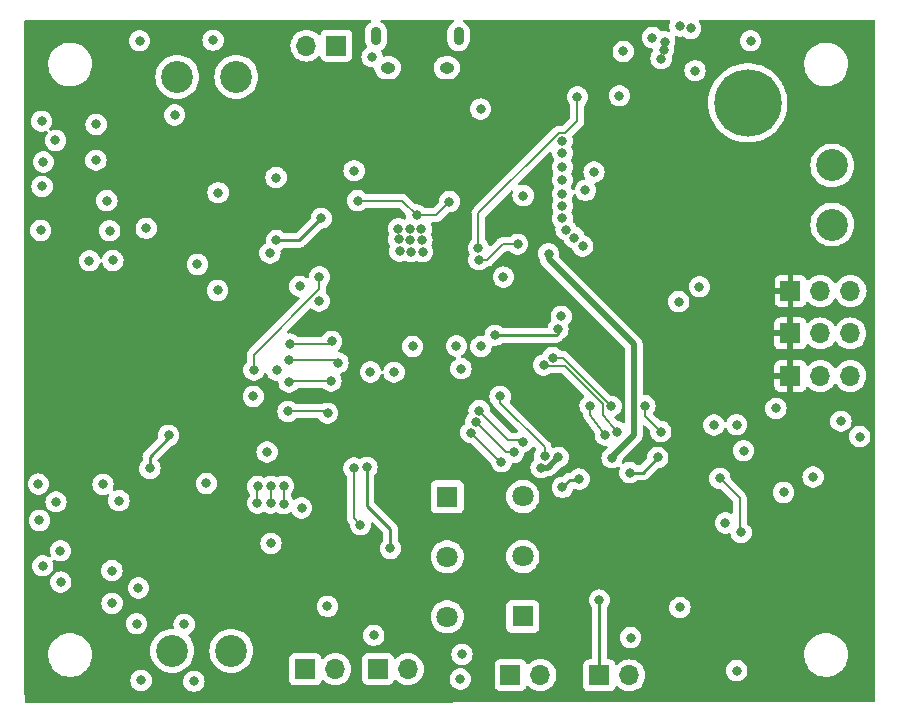
<source format=gbr>
%TF.GenerationSoftware,KiCad,Pcbnew,7.0.10-7.0.10~ubuntu22.04.1*%
%TF.CreationDate,2024-11-26T00:39:38-05:00*%
%TF.ProjectId,Chimera,4368696d-6572-4612-9e6b-696361645f70,rev?*%
%TF.SameCoordinates,Original*%
%TF.FileFunction,Copper,L3,Inr*%
%TF.FilePolarity,Positive*%
%FSLAX46Y46*%
G04 Gerber Fmt 4.6, Leading zero omitted, Abs format (unit mm)*
G04 Created by KiCad (PCBNEW 7.0.10-7.0.10~ubuntu22.04.1) date 2024-11-26 00:39:38*
%MOMM*%
%LPD*%
G01*
G04 APERTURE LIST*
%TA.AperFunction,ComponentPad*%
%ADD10R,1.700000X1.700000*%
%TD*%
%TA.AperFunction,ComponentPad*%
%ADD11O,1.700000X1.700000*%
%TD*%
%TA.AperFunction,ComponentPad*%
%ADD12O,0.890000X1.550000*%
%TD*%
%TA.AperFunction,ComponentPad*%
%ADD13O,1.250000X0.950000*%
%TD*%
%TA.AperFunction,ComponentPad*%
%ADD14C,2.700000*%
%TD*%
%TA.AperFunction,ComponentPad*%
%ADD15C,1.800000*%
%TD*%
%TA.AperFunction,ComponentPad*%
%ADD16R,1.800000X1.800000*%
%TD*%
%TA.AperFunction,ComponentPad*%
%ADD17C,5.700000*%
%TD*%
%TA.AperFunction,ViaPad*%
%ADD18C,0.800000*%
%TD*%
%TA.AperFunction,Conductor*%
%ADD19C,0.250000*%
%TD*%
%TA.AperFunction,Conductor*%
%ADD20C,0.177800*%
%TD*%
%TA.AperFunction,Conductor*%
%ADD21C,0.500000*%
%TD*%
G04 APERTURE END LIST*
D10*
%TO.N,+7.5V*%
%TO.C,J2*%
X136720000Y-88295000D03*
D11*
%TO.N,Fork2*%
X139260000Y-88295000D03*
%TO.N,Servo_Current_Sense*%
X141800000Y-88295000D03*
%TD*%
D12*
%TO.N,GND*%
%TO.C,J9*%
X108640000Y-63120000D03*
D13*
X107640000Y-65820000D03*
X102640000Y-65820000D03*
D12*
X101640000Y-63120000D03*
%TD*%
D10*
%TO.N,+3.3V*%
%TO.C,T4*%
X120550000Y-117250000D03*
D11*
%TO.N,/Therm4*%
X123090000Y-117250000D03*
%TD*%
D14*
%TO.N,/Motor 1*%
%TO.C,Motor1*%
X89385000Y-115170000D03*
%TO.N,GND*%
X84385000Y-115170000D03*
%TD*%
D10*
%TO.N,GND*%
%TO.C,J8*%
X98290000Y-63925000D03*
D11*
%TO.N,Net-(J8-Pin_2)*%
X95750000Y-63925000D03*
%TD*%
D10*
%TO.N,+3.3V*%
%TO.C,T1*%
X95660000Y-116730000D03*
D11*
%TO.N,/Therm1*%
X98200000Y-116730000D03*
%TD*%
D15*
%TO.N,+3.3V*%
%TO.C,3.3V*%
X107675000Y-112280000D03*
%TO.N,unconnected-(S2-Pad2)*%
X107675000Y-107200000D03*
D16*
%TO.N,Net-(U5-OUTPUT)*%
X107675000Y-102120000D03*
%TD*%
D10*
%TO.N,+7.5V*%
%TO.C,J1*%
X136730000Y-91895000D03*
D11*
%TO.N,Fork1*%
X139270000Y-91895000D03*
%TO.N,Servo_Current_Sense*%
X141810000Y-91895000D03*
%TD*%
D17*
%TO.N,+BATT*%
%TO.C,Switch*%
X133125000Y-68775000D03*
%TD*%
D10*
%TO.N,+3.3V*%
%TO.C,T3*%
X113025000Y-117200000D03*
D11*
%TO.N,/Therm3*%
X115565000Y-117200000D03*
%TD*%
D10*
%TO.N,+3.3V*%
%TO.C,T2*%
X101805000Y-116720000D03*
D11*
%TO.N,/Therm2*%
X104345000Y-116720000D03*
%TD*%
D10*
%TO.N,+7.5V*%
%TO.C,J3*%
X136735000Y-84695000D03*
D11*
%TO.N,Flame_Servo*%
X139275000Y-84695000D03*
%TO.N,GND*%
X141815000Y-84695000D03*
%TD*%
D14*
%TO.N,/Motor 2*%
%TO.C,Motor2*%
X89810000Y-66570000D03*
%TO.N,GND*%
X84810000Y-66570000D03*
%TD*%
D16*
%TO.N,+BATT*%
%TO.C,7V*%
X114075000Y-112260000D03*
D15*
%TO.N,unconnected-(S1-Pad2)*%
X114075000Y-107180000D03*
%TO.N,Net-(IC1-EN)*%
X114075000Y-102100000D03*
%TD*%
D14*
%TO.N,+BATT*%
%TO.C,Battery*%
X140275000Y-74075000D03*
%TO.N,GND*%
X140275000Y-79075000D03*
%TD*%
D18*
%TO.N,+BATT*%
X74550000Y-102550000D03*
X128650000Y-66050000D03*
X129025000Y-84350000D03*
X79100000Y-79600000D03*
X127375000Y-62275000D03*
X78525000Y-101075000D03*
X132185000Y-116845000D03*
X73375000Y-75850000D03*
X73150000Y-104125000D03*
X73050000Y-101050000D03*
X79875000Y-102450000D03*
X132175000Y-96025000D03*
X128275000Y-62475000D03*
X73250000Y-79575000D03*
X78850000Y-77050000D03*
%TO.N,GND*%
X125775000Y-65025000D03*
X92750000Y-106075000D03*
X77375000Y-82150000D03*
X135500000Y-94650000D03*
X79300000Y-111150000D03*
X108825000Y-91275000D03*
X117425000Y-78550000D03*
X132775000Y-98225000D03*
X104600000Y-81370000D03*
X88225000Y-84650000D03*
X110500000Y-69300000D03*
X126000000Y-64275000D03*
X74950000Y-109350000D03*
X104750000Y-89400000D03*
X103650000Y-81330000D03*
X84600000Y-69800000D03*
X97525000Y-111400000D03*
X105580000Y-81370000D03*
X117425000Y-76500000D03*
X77925000Y-73625000D03*
X117425000Y-77500000D03*
X123200000Y-114050000D03*
X105490000Y-79480000D03*
X86525000Y-82450000D03*
X81625000Y-63525000D03*
X103175000Y-91575000D03*
X73475000Y-73775000D03*
X95350000Y-103075000D03*
X103530000Y-79430000D03*
X103580000Y-80330000D03*
X127375000Y-111500000D03*
X87275000Y-101000000D03*
X117425000Y-73025000D03*
X92425000Y-98325000D03*
X117425000Y-74200000D03*
X142600000Y-97025000D03*
X88275000Y-76381100D03*
X110525000Y-89400000D03*
X101175000Y-91550000D03*
X77950000Y-70600000D03*
X81375000Y-112875000D03*
X119375000Y-76175000D03*
X101450000Y-113850000D03*
X118425000Y-80175000D03*
X74925000Y-106700000D03*
X126075000Y-63600000D03*
X133350000Y-63525000D03*
X112425000Y-83525000D03*
X108925000Y-115475000D03*
X117725000Y-79500000D03*
X119150000Y-80900000D03*
X108775000Y-117550000D03*
X131217303Y-104340393D03*
X114100000Y-76625000D03*
X122250000Y-68175000D03*
X73325000Y-70325000D03*
X96825000Y-85550000D03*
X141000000Y-95725000D03*
X73425000Y-107975000D03*
X127275000Y-85600000D03*
X117325000Y-86850000D03*
X117400000Y-72000000D03*
X93225000Y-91400000D03*
X81750000Y-117675000D03*
X74500000Y-71950000D03*
X136150000Y-101750000D03*
X105530000Y-80420000D03*
X87850000Y-63475000D03*
X108450000Y-89350000D03*
X104560000Y-80350000D03*
X86225000Y-117750000D03*
X91250000Y-93625000D03*
X104520000Y-79450000D03*
X79281272Y-108372023D03*
X85400000Y-112925000D03*
X130250000Y-96050000D03*
X138650000Y-100450000D03*
X81525000Y-109850000D03*
X117425000Y-75300000D03*
X101300000Y-64875000D03*
X122575000Y-64425000D03*
%TO.N,+3.3V*%
X84075000Y-96925000D03*
X100075000Y-77050000D03*
X107858419Y-77139897D03*
X97000000Y-78550000D03*
X105075000Y-78275000D03*
X91300000Y-91400000D03*
X100875000Y-99625000D03*
X96850000Y-83500000D03*
X120550000Y-110875000D03*
X82500000Y-99725000D03*
X102850000Y-106500000D03*
X111725000Y-88450000D03*
X93200000Y-80425000D03*
X117045729Y-87945729D03*
%TO.N,+7.5V*%
X126500000Y-78725000D03*
X123875000Y-78600000D03*
X134835000Y-116870000D03*
%TO.N,+5V*%
X132550000Y-105150000D03*
X130760000Y-100570000D03*
%TO.N,Net-(U4-MODE)*%
X125050000Y-63250000D03*
%TO.N,Fork1*%
X109675000Y-96700000D03*
X112250000Y-99150000D03*
%TO.N,Net-(U2-DIAG)*%
X79360000Y-82120000D03*
X82185000Y-79395000D03*
%TO.N,Fork2*%
X113300000Y-98375000D03*
X110100278Y-95786527D03*
%TO.N,Flame_Servo*%
X114075000Y-97450000D03*
X110375000Y-94825000D03*
%TO.N,PG*%
X120100000Y-74625000D03*
X110350000Y-82050000D03*
X113638561Y-80736439D03*
%TO.N,IPROPI2*%
X92660000Y-81495000D03*
X95185000Y-84295000D03*
%TO.N,DRVOFF1*%
X93825000Y-102725000D03*
X93825000Y-101225000D03*
%TO.N,EN_IN1*%
X92750000Y-101225000D03*
X92725000Y-102650000D03*
%TO.N,PH_IN1*%
X91600000Y-102650000D03*
X91625000Y-101250000D03*
%TO.N,Enable*%
X110318517Y-81050493D03*
X118700000Y-68275000D03*
%TO.N,/MCU/SD_MISO*%
X94200000Y-94900000D03*
X97550000Y-95050000D03*
%TO.N,/MCU/SD CSn*%
X97875000Y-88975000D03*
X94375000Y-89200000D03*
%TO.N,/MCU/SD CK*%
X94275000Y-92425000D03*
X97825000Y-92325000D03*
%TO.N,/MCU/QSPI_SD2*%
X99785000Y-74520000D03*
X93185000Y-75095000D03*
%TO.N,/MCU/Transmitter-MCU_RX*%
X121550000Y-94455500D03*
X116600000Y-90338900D03*
X119775000Y-94400000D03*
X121050000Y-96900000D03*
%TO.N,/MCU/LED*%
X112150000Y-93625000D03*
X115912500Y-98662500D03*
%TO.N,/MCU/NEO*%
X100325000Y-104475000D03*
X99775000Y-99675000D03*
%TO.N,/MCU/SD_MOSI*%
X98425000Y-90775000D03*
X94275000Y-90525000D03*
%TO.N,/MCU/Transmitter-MCU_TX*%
X115825000Y-90975000D03*
X122075000Y-96625000D03*
%TO.N,Current_Sense*%
X125750000Y-96600000D03*
X124400000Y-94400000D03*
%TO.N,Net-(IC1-EN)*%
X118850000Y-100625000D03*
X117425000Y-101325000D03*
X125500000Y-98800000D03*
X123125000Y-100075000D03*
%TO.N,Net-(U5-OUTPUT)*%
X116250000Y-81550000D03*
X117075000Y-98775000D03*
X121625000Y-98825000D03*
X115625000Y-99650000D03*
%TD*%
D19*
%TO.N,+3.3V*%
X82500000Y-99725000D02*
X82500000Y-98725000D01*
D20*
X91300000Y-90100748D02*
X96850000Y-84550748D01*
X100075000Y-77050000D02*
X100050000Y-77050000D01*
X91300000Y-91400000D02*
X91300000Y-90100748D01*
X106725000Y-78275000D02*
X107850000Y-77150000D01*
D19*
X100875000Y-99625000D02*
X100875000Y-102875000D01*
D20*
X105075000Y-78275000D02*
X103850000Y-77050000D01*
D19*
X84075000Y-96925000D02*
X84075000Y-97150000D01*
X116900000Y-88450000D02*
X111725000Y-88450000D01*
D20*
X96850000Y-84550748D02*
X96850000Y-83500000D01*
D19*
X93200000Y-80425000D02*
X95125000Y-80425000D01*
X120550000Y-117250000D02*
X120550000Y-110875000D01*
X117045729Y-88304271D02*
X116900000Y-88450000D01*
X82500000Y-98725000D02*
X84050000Y-97175000D01*
X95125000Y-80425000D02*
X97000000Y-78550000D01*
X100875000Y-102875000D02*
X102850000Y-104850000D01*
X117045729Y-87945729D02*
X117045729Y-88304271D01*
X84050000Y-97175000D02*
X84050000Y-96950000D01*
D20*
X103850000Y-77050000D02*
X100075000Y-77050000D01*
D19*
X120550000Y-110875000D02*
X120550000Y-110975000D01*
X84075000Y-97150000D02*
X84050000Y-97175000D01*
D20*
X105075000Y-78275000D02*
X106725000Y-78275000D01*
D19*
X100875000Y-99625000D02*
X100800000Y-99750000D01*
X102850000Y-104850000D02*
X102850000Y-106500000D01*
X84050000Y-96950000D02*
X84075000Y-96925000D01*
D20*
%TO.N,+5V*%
X132425000Y-102235000D02*
X132425000Y-105025000D01*
X132425000Y-105025000D02*
X132550000Y-105150000D01*
X130760000Y-100570000D02*
X132425000Y-102235000D01*
%TO.N,Fork1*%
X112125000Y-99150000D02*
X109675000Y-96700000D01*
X112250000Y-99150000D02*
X112125000Y-99150000D01*
%TO.N,Fork2*%
X113300000Y-98375000D02*
X112688751Y-98375000D01*
X112688751Y-98375000D02*
X110100278Y-95786527D01*
%TO.N,Flame_Servo*%
X112850000Y-97300000D02*
X110375000Y-94825000D01*
X113925000Y-97300000D02*
X112850000Y-97300000D01*
X114075000Y-97450000D02*
X113925000Y-97300000D01*
%TO.N,PG*%
X111050000Y-82050000D02*
X112363561Y-80736439D01*
X110350000Y-82050000D02*
X111050000Y-82050000D01*
X112363561Y-80736439D02*
X113638561Y-80736439D01*
%TO.N,DRVOFF1*%
X93825000Y-102725000D02*
X93825000Y-101225000D01*
%TO.N,EN_IN1*%
X92725000Y-102650000D02*
X92750000Y-101225000D01*
X92750000Y-101225000D02*
X92725000Y-101350000D01*
%TO.N,PH_IN1*%
X91625000Y-101250000D02*
X91575000Y-101475000D01*
X91600000Y-102650000D02*
X91600000Y-101500000D01*
X91600000Y-101500000D02*
X91625000Y-101250000D01*
%TO.N,Enable*%
X110318517Y-78107231D02*
X117114648Y-71311100D01*
X118700000Y-68275000D02*
X118675000Y-68600000D01*
X117114648Y-71311100D02*
X117685352Y-71311100D01*
X118675000Y-70321452D02*
X118700000Y-68275000D01*
X117685352Y-71311100D02*
X118675000Y-70321452D01*
X110318517Y-81050493D02*
X110318517Y-78107231D01*
%TO.N,/MCU/SD_MISO*%
X97400000Y-94900000D02*
X94200000Y-94900000D01*
X97550000Y-95050000D02*
X97400000Y-94900000D01*
%TO.N,/MCU/SD CSn*%
X97650000Y-89200000D02*
X94375000Y-89200000D01*
X97875000Y-88975000D02*
X97650000Y-89200000D01*
%TO.N,/MCU/SD CK*%
X94375000Y-92325000D02*
X94275000Y-92425000D01*
X97825000Y-92325000D02*
X94375000Y-92325000D01*
%TO.N,/MCU/Transmitter-MCU_RX*%
X117433400Y-90338900D02*
X121550000Y-94455500D01*
X121050000Y-96900000D02*
X121175000Y-96600000D01*
X119775000Y-95200000D02*
X121050000Y-96900000D01*
X119775000Y-94400000D02*
X119775000Y-95200000D01*
X116600000Y-90338900D02*
X117433400Y-90338900D01*
%TO.N,/MCU/LED*%
X112150000Y-94175000D02*
X115912500Y-97937500D01*
X112150000Y-93625000D02*
X112150000Y-94175000D01*
X115912500Y-97937500D02*
X115912500Y-98662500D01*
%TO.N,/MCU/NEO*%
X99800000Y-99700000D02*
X99775000Y-99675000D01*
X100325000Y-104475000D02*
X99800000Y-103950000D01*
X99800000Y-103950000D02*
X99800000Y-99700000D01*
%TO.N,/MCU/SD_MOSI*%
X98425000Y-90775000D02*
X98175000Y-90525000D01*
X98175000Y-90525000D02*
X94275000Y-90525000D01*
%TO.N,/MCU/Transmitter-MCU_TX*%
X119138900Y-92578690D02*
X117624110Y-91063900D01*
X122075000Y-96625000D02*
X120825000Y-95225000D01*
X117624110Y-91063900D02*
X115913900Y-91063900D01*
X119138900Y-92588900D02*
X119138900Y-92578690D01*
X115913900Y-91063900D02*
X115825000Y-90975000D01*
X120825000Y-95225000D02*
X120825000Y-94275000D01*
X122075000Y-96625000D02*
X122000000Y-96400000D01*
X120825000Y-94275000D02*
X119138900Y-92588900D01*
%TO.N,Current_Sense*%
X124400000Y-95250000D02*
X125750000Y-96600000D01*
X124400000Y-94400000D02*
X124400000Y-95250000D01*
D19*
%TO.N,Net-(IC1-EN)*%
X118650000Y-100700000D02*
X118850000Y-100625000D01*
X117425000Y-101325000D02*
X118050000Y-100700000D01*
X124250000Y-100075000D02*
X125500000Y-98800000D01*
X125500000Y-98800000D02*
X125300000Y-99025000D01*
X118850000Y-100625000D02*
X118800000Y-100700000D01*
X118050000Y-100700000D02*
X118650000Y-100700000D01*
X123125000Y-100075000D02*
X124250000Y-100075000D01*
X118800000Y-100700000D02*
X118725000Y-100700000D01*
D21*
%TO.N,Net-(U5-OUTPUT)*%
X115625000Y-99650000D02*
X116175000Y-99650000D01*
X121625000Y-98775000D02*
X121625000Y-98825000D01*
X117075000Y-98750000D02*
X116975000Y-98850000D01*
X121575000Y-98825000D02*
X121625000Y-98775000D01*
X121625000Y-98825000D02*
X121575000Y-98825000D01*
X123462500Y-96937500D02*
X121625000Y-98775000D01*
X116250000Y-82000000D02*
X123462500Y-89212500D01*
X117050000Y-98775000D02*
X117075000Y-98775000D01*
X116175000Y-99650000D02*
X117050000Y-98775000D01*
X117075000Y-98775000D02*
X117075000Y-98750000D01*
X116250000Y-81550000D02*
X116250000Y-82000000D01*
X123462500Y-89212500D02*
X123462500Y-96937500D01*
%TD*%
%TA.AperFunction,Conductor*%
%TO.N,+7.5V*%
G36*
X101202077Y-61740185D02*
G01*
X101247832Y-61792989D01*
X101257776Y-61862147D01*
X101228751Y-61925703D01*
X101200632Y-61949730D01*
X101146500Y-61983471D01*
X101058267Y-62038467D01*
X100918895Y-62170949D01*
X100809041Y-62328781D01*
X100733209Y-62505491D01*
X100694500Y-62693851D01*
X100694500Y-63497951D01*
X100709077Y-63641310D01*
X100766641Y-63824777D01*
X100766648Y-63824792D01*
X100841781Y-63960157D01*
X100857104Y-64028326D01*
X100833140Y-64093957D01*
X100806248Y-64120652D01*
X100694127Y-64202113D01*
X100567466Y-64342785D01*
X100472821Y-64506715D01*
X100472818Y-64506722D01*
X100414327Y-64686740D01*
X100414326Y-64686744D01*
X100394540Y-64875000D01*
X100414326Y-65063256D01*
X100414327Y-65063259D01*
X100472818Y-65243277D01*
X100472821Y-65243284D01*
X100567467Y-65407216D01*
X100632515Y-65479459D01*
X100694129Y-65547888D01*
X100847265Y-65659148D01*
X100847270Y-65659151D01*
X101020192Y-65736142D01*
X101020197Y-65736144D01*
X101205354Y-65775500D01*
X101205355Y-65775500D01*
X101389852Y-65775500D01*
X101456891Y-65795185D01*
X101502646Y-65847989D01*
X101512422Y-65880724D01*
X101540768Y-66065764D01*
X101540771Y-66065777D01*
X101609673Y-66251815D01*
X101609677Y-66251824D01*
X101714616Y-66420184D01*
X101714621Y-66420191D01*
X101851306Y-66563983D01*
X101851309Y-66563986D01*
X102014146Y-66677324D01*
X102196465Y-66755563D01*
X102390801Y-66795500D01*
X102839474Y-66795500D01*
X102987380Y-66780459D01*
X103059478Y-66757838D01*
X103176678Y-66721067D01*
X103350146Y-66624784D01*
X103500682Y-66495553D01*
X103622122Y-66338666D01*
X103709495Y-66160544D01*
X103759224Y-65968480D01*
X103764235Y-65869663D01*
X106510728Y-65869663D01*
X106540768Y-66065764D01*
X106540771Y-66065777D01*
X106609673Y-66251815D01*
X106609677Y-66251824D01*
X106714616Y-66420184D01*
X106714621Y-66420191D01*
X106851306Y-66563983D01*
X106851309Y-66563986D01*
X107014146Y-66677324D01*
X107196465Y-66755563D01*
X107390801Y-66795500D01*
X107839474Y-66795500D01*
X107987380Y-66780459D01*
X108059478Y-66757838D01*
X108176678Y-66721067D01*
X108350146Y-66624784D01*
X108500682Y-66495553D01*
X108622122Y-66338666D01*
X108709495Y-66160544D01*
X108738117Y-66050000D01*
X127744540Y-66050000D01*
X127764326Y-66238256D01*
X127764327Y-66238259D01*
X127822818Y-66418277D01*
X127822821Y-66418284D01*
X127917467Y-66582216D01*
X127955794Y-66624782D01*
X128044129Y-66722888D01*
X128197265Y-66834148D01*
X128197270Y-66834151D01*
X128370192Y-66911142D01*
X128370197Y-66911144D01*
X128555354Y-66950500D01*
X128555355Y-66950500D01*
X128744644Y-66950500D01*
X128744646Y-66950500D01*
X128929803Y-66911144D01*
X129102730Y-66834151D01*
X129255871Y-66722888D01*
X129382533Y-66582216D01*
X129477179Y-66418284D01*
X129535674Y-66238256D01*
X129555460Y-66050000D01*
X129535674Y-65861744D01*
X129477179Y-65681716D01*
X129382533Y-65517784D01*
X129255871Y-65377112D01*
X129225563Y-65355092D01*
X129102734Y-65265851D01*
X129102729Y-65265848D01*
X128929807Y-65188857D01*
X128929802Y-65188855D01*
X128784001Y-65157865D01*
X128744646Y-65149500D01*
X128555354Y-65149500D01*
X128522897Y-65156398D01*
X128370197Y-65188855D01*
X128370192Y-65188857D01*
X128197270Y-65265848D01*
X128197265Y-65265851D01*
X128044129Y-65377111D01*
X127917466Y-65517785D01*
X127822821Y-65681715D01*
X127822818Y-65681722D01*
X127780995Y-65810442D01*
X127764326Y-65861744D01*
X127744540Y-66050000D01*
X108738117Y-66050000D01*
X108759224Y-65968480D01*
X108769272Y-65770337D01*
X108739230Y-65574227D01*
X108670325Y-65388180D01*
X108649690Y-65355074D01*
X108565383Y-65219815D01*
X108565378Y-65219808D01*
X108428693Y-65076016D01*
X108428692Y-65076015D01*
X108399503Y-65055699D01*
X108332819Y-65009285D01*
X108265853Y-64962675D01*
X108083535Y-64884437D01*
X107889199Y-64844500D01*
X107440527Y-64844500D01*
X107440526Y-64844500D01*
X107292619Y-64859540D01*
X107103329Y-64918930D01*
X107103320Y-64918934D01*
X106929852Y-65015217D01*
X106929851Y-65015217D01*
X106779319Y-65144445D01*
X106779317Y-65144446D01*
X106657879Y-65301331D01*
X106657877Y-65301335D01*
X106570503Y-65479459D01*
X106520777Y-65671511D01*
X106520776Y-65671517D01*
X106510728Y-65869662D01*
X106510728Y-65869663D01*
X103764235Y-65869663D01*
X103769272Y-65770337D01*
X103739230Y-65574227D01*
X103670325Y-65388180D01*
X103649690Y-65355074D01*
X103565383Y-65219815D01*
X103565378Y-65219808D01*
X103428693Y-65076016D01*
X103428692Y-65076015D01*
X103399503Y-65055699D01*
X103332819Y-65009285D01*
X103265853Y-64962675D01*
X103083535Y-64884437D01*
X102889199Y-64844500D01*
X102440527Y-64844500D01*
X102440526Y-64844500D01*
X102327721Y-64855971D01*
X102259034Y-64843169D01*
X102208172Y-64795265D01*
X102191857Y-64745573D01*
X102185674Y-64686744D01*
X102127179Y-64506716D01*
X102082570Y-64429452D01*
X102081490Y-64425000D01*
X121669540Y-64425000D01*
X121689326Y-64613256D01*
X121689327Y-64613259D01*
X121747818Y-64793277D01*
X121747821Y-64793284D01*
X121842467Y-64957216D01*
X121949435Y-65076016D01*
X121969129Y-65097888D01*
X122122265Y-65209148D01*
X122122270Y-65209151D01*
X122295192Y-65286142D01*
X122295197Y-65286144D01*
X122480354Y-65325500D01*
X122480355Y-65325500D01*
X122669644Y-65325500D01*
X122669646Y-65325500D01*
X122854803Y-65286144D01*
X123027730Y-65209151D01*
X123180871Y-65097888D01*
X123307533Y-64957216D01*
X123402179Y-64793284D01*
X123460674Y-64613256D01*
X123480460Y-64425000D01*
X123460674Y-64236744D01*
X123403142Y-64059679D01*
X123402181Y-64056722D01*
X123402180Y-64056721D01*
X123402179Y-64056716D01*
X123307533Y-63892784D01*
X123180871Y-63752112D01*
X123180870Y-63752111D01*
X123027734Y-63640851D01*
X123027729Y-63640848D01*
X122854807Y-63563857D01*
X122854802Y-63563855D01*
X122709001Y-63532865D01*
X122669646Y-63524500D01*
X122480354Y-63524500D01*
X122447897Y-63531398D01*
X122295197Y-63563855D01*
X122295192Y-63563857D01*
X122122270Y-63640848D01*
X122122265Y-63640851D01*
X121969129Y-63752111D01*
X121842466Y-63892785D01*
X121747821Y-64056715D01*
X121747818Y-64056722D01*
X121700578Y-64202113D01*
X121689326Y-64236744D01*
X121669540Y-64425000D01*
X102081490Y-64425000D01*
X102066098Y-64361553D01*
X102088951Y-64295526D01*
X102124362Y-64262224D01*
X102221731Y-64201534D01*
X102361106Y-64069049D01*
X102470958Y-63911219D01*
X102546791Y-63734508D01*
X102585500Y-63546148D01*
X102585500Y-62742050D01*
X102583033Y-62717784D01*
X102570922Y-62598689D01*
X102513358Y-62415222D01*
X102513356Y-62415218D01*
X102513355Y-62415214D01*
X102420034Y-62247080D01*
X102420029Y-62247074D01*
X102294779Y-62101174D01*
X102294778Y-62101173D01*
X102142718Y-61983471D01*
X102142716Y-61983470D01*
X102142715Y-61983469D01*
X102086362Y-61955826D01*
X102034845Y-61908631D01*
X102017020Y-61841073D01*
X102038550Y-61774603D01*
X102092598Y-61730325D01*
X102140973Y-61720500D01*
X108135038Y-61720500D01*
X108202077Y-61740185D01*
X108247832Y-61792989D01*
X108257776Y-61862147D01*
X108228751Y-61925703D01*
X108200632Y-61949730D01*
X108146500Y-61983471D01*
X108058267Y-62038467D01*
X107918895Y-62170949D01*
X107809041Y-62328781D01*
X107733209Y-62505491D01*
X107694500Y-62693851D01*
X107694500Y-63497951D01*
X107709077Y-63641310D01*
X107766641Y-63824777D01*
X107766644Y-63824784D01*
X107766645Y-63824786D01*
X107859966Y-63992920D01*
X107859969Y-63992923D01*
X107859970Y-63992925D01*
X107985220Y-64138825D01*
X107985221Y-64138826D01*
X108066234Y-64201534D01*
X108137285Y-64256531D01*
X108309929Y-64341217D01*
X108309933Y-64341218D01*
X108309931Y-64341218D01*
X108496078Y-64389415D01*
X108496081Y-64389415D01*
X108496087Y-64389417D01*
X108688136Y-64399156D01*
X108878214Y-64370037D01*
X109058540Y-64303252D01*
X109221731Y-64201534D01*
X109361106Y-64069049D01*
X109470958Y-63911219D01*
X109546791Y-63734508D01*
X109585500Y-63546148D01*
X109585500Y-62742050D01*
X109583033Y-62717784D01*
X109570922Y-62598689D01*
X109513358Y-62415222D01*
X109513356Y-62415218D01*
X109513355Y-62415214D01*
X109420034Y-62247080D01*
X109420029Y-62247074D01*
X109294779Y-62101174D01*
X109294778Y-62101173D01*
X109142718Y-61983471D01*
X109142716Y-61983470D01*
X109142715Y-61983469D01*
X109086362Y-61955826D01*
X109034845Y-61908631D01*
X109017020Y-61841073D01*
X109038550Y-61774603D01*
X109092598Y-61730325D01*
X109140973Y-61720500D01*
X126440559Y-61720500D01*
X126507598Y-61740185D01*
X126553353Y-61792989D01*
X126563297Y-61862147D01*
X126549995Y-61900578D01*
X126550462Y-61900786D01*
X126548045Y-61906213D01*
X126547946Y-61906500D01*
X126547821Y-61906715D01*
X126547818Y-61906722D01*
X126505012Y-62038467D01*
X126489326Y-62086744D01*
X126469540Y-62275000D01*
X126489326Y-62463256D01*
X126489327Y-62463259D01*
X126530707Y-62590614D01*
X126532702Y-62660455D01*
X126496622Y-62720288D01*
X126433921Y-62751116D01*
X126364506Y-62743151D01*
X126362341Y-62742212D01*
X126354802Y-62738855D01*
X126209001Y-62707865D01*
X126169646Y-62699500D01*
X125980354Y-62699500D01*
X125870519Y-62722846D01*
X125800852Y-62717529D01*
X125752590Y-62684528D01*
X125655871Y-62577112D01*
X125655870Y-62577111D01*
X125502734Y-62465851D01*
X125502729Y-62465848D01*
X125329807Y-62388857D01*
X125329802Y-62388855D01*
X125184001Y-62357865D01*
X125144646Y-62349500D01*
X124955354Y-62349500D01*
X124922897Y-62356398D01*
X124770197Y-62388855D01*
X124770192Y-62388857D01*
X124597270Y-62465848D01*
X124597265Y-62465851D01*
X124444129Y-62577111D01*
X124317466Y-62717785D01*
X124222821Y-62881715D01*
X124222818Y-62881722D01*
X124164327Y-63061740D01*
X124164326Y-63061744D01*
X124144540Y-63250000D01*
X124164326Y-63438256D01*
X124164327Y-63438259D01*
X124222818Y-63618277D01*
X124222821Y-63618284D01*
X124317467Y-63782216D01*
X124429784Y-63906956D01*
X124444129Y-63922888D01*
X124597265Y-64034148D01*
X124597270Y-64034151D01*
X124770192Y-64111142D01*
X124770197Y-64111144D01*
X124955354Y-64150500D01*
X124970540Y-64150500D01*
X125037579Y-64170185D01*
X125083334Y-64222989D01*
X125093257Y-64268602D01*
X125093861Y-64268539D01*
X125094438Y-64274032D01*
X125094540Y-64274500D01*
X125094540Y-64275000D01*
X125103822Y-64363328D01*
X125091252Y-64432057D01*
X125072653Y-64459257D01*
X125042468Y-64492782D01*
X125042464Y-64492787D01*
X124947821Y-64656715D01*
X124947818Y-64656722D01*
X124889327Y-64836740D01*
X124889326Y-64836744D01*
X124869540Y-65025000D01*
X124889326Y-65213256D01*
X124889327Y-65213259D01*
X124947818Y-65393277D01*
X124947821Y-65393284D01*
X125042467Y-65557216D01*
X125145387Y-65671520D01*
X125169129Y-65697888D01*
X125322265Y-65809148D01*
X125322270Y-65809151D01*
X125495192Y-65886142D01*
X125495197Y-65886144D01*
X125680354Y-65925500D01*
X125680355Y-65925500D01*
X125869644Y-65925500D01*
X125869646Y-65925500D01*
X126054803Y-65886144D01*
X126227730Y-65809151D01*
X126380871Y-65697888D01*
X126507533Y-65557216D01*
X126602179Y-65393284D01*
X126660674Y-65213256D01*
X126680460Y-65025000D01*
X126671176Y-64936670D01*
X126683745Y-64867943D01*
X126702345Y-64840742D01*
X126732533Y-64807216D01*
X126827179Y-64643284D01*
X126885674Y-64463256D01*
X126905460Y-64275000D01*
X126885674Y-64086744D01*
X126884048Y-64081742D01*
X126882052Y-64011904D01*
X126894590Y-63981427D01*
X126902179Y-63968284D01*
X126960674Y-63788256D01*
X126980460Y-63600000D01*
X126972577Y-63525000D01*
X132444540Y-63525000D01*
X132464326Y-63713256D01*
X132464327Y-63713259D01*
X132522818Y-63893277D01*
X132522821Y-63893284D01*
X132617467Y-64057216D01*
X132699109Y-64147888D01*
X132744129Y-64197888D01*
X132897265Y-64309148D01*
X132897270Y-64309151D01*
X133070192Y-64386142D01*
X133070197Y-64386144D01*
X133255354Y-64425500D01*
X133255355Y-64425500D01*
X133444644Y-64425500D01*
X133444646Y-64425500D01*
X133629803Y-64386144D01*
X133802730Y-64309151D01*
X133955871Y-64197888D01*
X134082533Y-64057216D01*
X134177179Y-63893284D01*
X134235674Y-63713256D01*
X134255460Y-63525000D01*
X134235674Y-63336744D01*
X134177179Y-63156716D01*
X134082533Y-62992784D01*
X133955871Y-62852112D01*
X133955870Y-62852111D01*
X133802734Y-62740851D01*
X133802729Y-62740848D01*
X133629807Y-62663857D01*
X133629802Y-62663855D01*
X133484001Y-62632865D01*
X133444646Y-62624500D01*
X133255354Y-62624500D01*
X133222897Y-62631398D01*
X133070197Y-62663855D01*
X133070192Y-62663857D01*
X132897270Y-62740848D01*
X132897265Y-62740851D01*
X132744129Y-62852111D01*
X132617466Y-62992785D01*
X132522821Y-63156715D01*
X132522818Y-63156722D01*
X132464521Y-63336144D01*
X132464326Y-63336744D01*
X132444540Y-63525000D01*
X126972577Y-63525000D01*
X126960674Y-63411744D01*
X126919291Y-63284383D01*
X126917297Y-63214544D01*
X126953377Y-63154711D01*
X127016078Y-63123883D01*
X127085492Y-63131847D01*
X127087647Y-63132782D01*
X127095197Y-63136144D01*
X127280354Y-63175500D01*
X127280355Y-63175500D01*
X127469644Y-63175500D01*
X127469646Y-63175500D01*
X127599381Y-63147924D01*
X127669046Y-63153240D01*
X127698038Y-63168892D01*
X127784509Y-63231716D01*
X127822270Y-63259151D01*
X127995192Y-63336142D01*
X127995197Y-63336144D01*
X128180354Y-63375500D01*
X128180355Y-63375500D01*
X128369644Y-63375500D01*
X128369646Y-63375500D01*
X128554803Y-63336144D01*
X128727730Y-63259151D01*
X128880871Y-63147888D01*
X129007533Y-63007216D01*
X129102179Y-62843284D01*
X129160674Y-62663256D01*
X129180460Y-62475000D01*
X129160674Y-62286744D01*
X129102179Y-62106716D01*
X129007533Y-61942784D01*
X128993746Y-61927472D01*
X128963516Y-61864480D01*
X128972141Y-61795145D01*
X129016883Y-61741480D01*
X129083535Y-61720522D01*
X129085896Y-61720500D01*
X143785500Y-61720500D01*
X143852539Y-61740185D01*
X143898294Y-61792989D01*
X143909500Y-61844500D01*
X143909500Y-119396119D01*
X143889815Y-119463158D01*
X143837011Y-119508913D01*
X143785586Y-119520119D01*
X72007612Y-119569914D01*
X71940559Y-119550276D01*
X71894767Y-119497504D01*
X71883535Y-119447398D01*
X71870509Y-118356469D01*
X71870500Y-118354989D01*
X71870500Y-117675000D01*
X80844540Y-117675000D01*
X80864326Y-117863256D01*
X80864327Y-117863259D01*
X80922818Y-118043277D01*
X80922821Y-118043284D01*
X81017467Y-118207216D01*
X81094105Y-118292331D01*
X81144129Y-118347888D01*
X81297265Y-118459148D01*
X81297270Y-118459151D01*
X81470192Y-118536142D01*
X81470197Y-118536144D01*
X81655354Y-118575500D01*
X81655355Y-118575500D01*
X81844644Y-118575500D01*
X81844646Y-118575500D01*
X82029803Y-118536144D01*
X82202730Y-118459151D01*
X82355871Y-118347888D01*
X82482533Y-118207216D01*
X82577179Y-118043284D01*
X82635674Y-117863256D01*
X82647577Y-117750000D01*
X85319540Y-117750000D01*
X85339326Y-117938256D01*
X85339327Y-117938259D01*
X85397818Y-118118277D01*
X85397821Y-118118284D01*
X85492467Y-118282216D01*
X85605313Y-118407544D01*
X85619129Y-118422888D01*
X85772265Y-118534148D01*
X85772270Y-118534151D01*
X85945192Y-118611142D01*
X85945197Y-118611144D01*
X86130354Y-118650500D01*
X86130355Y-118650500D01*
X86319644Y-118650500D01*
X86319646Y-118650500D01*
X86504803Y-118611144D01*
X86677730Y-118534151D01*
X86830871Y-118422888D01*
X86957533Y-118282216D01*
X87052179Y-118118284D01*
X87110674Y-117938256D01*
X87130460Y-117750000D01*
X87117624Y-117627870D01*
X94309500Y-117627870D01*
X94309501Y-117627876D01*
X94315908Y-117687483D01*
X94366202Y-117822328D01*
X94366206Y-117822335D01*
X94452452Y-117937544D01*
X94452455Y-117937547D01*
X94567664Y-118023793D01*
X94567671Y-118023797D01*
X94702517Y-118074091D01*
X94702516Y-118074091D01*
X94709444Y-118074835D01*
X94762127Y-118080500D01*
X96557872Y-118080499D01*
X96617483Y-118074091D01*
X96752331Y-118023796D01*
X96867546Y-117937546D01*
X96953796Y-117822331D01*
X97002810Y-117690916D01*
X97044681Y-117634984D01*
X97110145Y-117610566D01*
X97178418Y-117625417D01*
X97206673Y-117646569D01*
X97328599Y-117768495D01*
X97425384Y-117836265D01*
X97522165Y-117904032D01*
X97522167Y-117904033D01*
X97522170Y-117904035D01*
X97736337Y-118003903D01*
X97736343Y-118003904D01*
X97736344Y-118003905D01*
X97773262Y-118013797D01*
X97964592Y-118065063D01*
X98141034Y-118080500D01*
X98199999Y-118085659D01*
X98200000Y-118085659D01*
X98200001Y-118085659D01*
X98239376Y-118082214D01*
X98435408Y-118065063D01*
X98663663Y-118003903D01*
X98877830Y-117904035D01*
X99071401Y-117768495D01*
X99222026Y-117617870D01*
X100454500Y-117617870D01*
X100454501Y-117617876D01*
X100460908Y-117677483D01*
X100511202Y-117812328D01*
X100511206Y-117812335D01*
X100597452Y-117927544D01*
X100597455Y-117927547D01*
X100712664Y-118013793D01*
X100712671Y-118013797D01*
X100847517Y-118064091D01*
X100847516Y-118064091D01*
X100854444Y-118064835D01*
X100907127Y-118070500D01*
X102702872Y-118070499D01*
X102762483Y-118064091D01*
X102897331Y-118013796D01*
X103012546Y-117927546D01*
X103098796Y-117812331D01*
X103147810Y-117680916D01*
X103189681Y-117624984D01*
X103255145Y-117600566D01*
X103323418Y-117615417D01*
X103351673Y-117636569D01*
X103473599Y-117758495D01*
X103564762Y-117822328D01*
X103667165Y-117894032D01*
X103667167Y-117894033D01*
X103667170Y-117894035D01*
X103881337Y-117993903D01*
X104109592Y-118055063D01*
X104286034Y-118070500D01*
X104344999Y-118075659D01*
X104345000Y-118075659D01*
X104345001Y-118075659D01*
X104384234Y-118072226D01*
X104580408Y-118055063D01*
X104808663Y-117993903D01*
X105022830Y-117894035D01*
X105216401Y-117758495D01*
X105383495Y-117591401D01*
X105412484Y-117550000D01*
X107869540Y-117550000D01*
X107889326Y-117738256D01*
X107889327Y-117738259D01*
X107947818Y-117918277D01*
X107947821Y-117918284D01*
X108042467Y-118082216D01*
X108101585Y-118147873D01*
X108169129Y-118222888D01*
X108322265Y-118334148D01*
X108322270Y-118334151D01*
X108495192Y-118411142D01*
X108495197Y-118411144D01*
X108680354Y-118450500D01*
X108680355Y-118450500D01*
X108869644Y-118450500D01*
X108869646Y-118450500D01*
X109054803Y-118411144D01*
X109227730Y-118334151D01*
X109380871Y-118222888D01*
X109493438Y-118097870D01*
X111674500Y-118097870D01*
X111674501Y-118097876D01*
X111680908Y-118157483D01*
X111731202Y-118292328D01*
X111731206Y-118292335D01*
X111817452Y-118407544D01*
X111817455Y-118407547D01*
X111932664Y-118493793D01*
X111932671Y-118493797D01*
X112067517Y-118544091D01*
X112067516Y-118544091D01*
X112074444Y-118544835D01*
X112127127Y-118550500D01*
X113922872Y-118550499D01*
X113982483Y-118544091D01*
X114117331Y-118493796D01*
X114232546Y-118407546D01*
X114318796Y-118292331D01*
X114367810Y-118160916D01*
X114409681Y-118104984D01*
X114475145Y-118080566D01*
X114543418Y-118095417D01*
X114571673Y-118116569D01*
X114693599Y-118238495D01*
X114790384Y-118306265D01*
X114887165Y-118374032D01*
X114887167Y-118374033D01*
X114887170Y-118374035D01*
X115101337Y-118473903D01*
X115329592Y-118535063D01*
X115506034Y-118550500D01*
X115564999Y-118555659D01*
X115565000Y-118555659D01*
X115565001Y-118555659D01*
X115623966Y-118550500D01*
X115800408Y-118535063D01*
X116028663Y-118473903D01*
X116242830Y-118374035D01*
X116436401Y-118238495D01*
X116527026Y-118147870D01*
X119199500Y-118147870D01*
X119199501Y-118147876D01*
X119205908Y-118207483D01*
X119256202Y-118342328D01*
X119256206Y-118342335D01*
X119342452Y-118457544D01*
X119342455Y-118457547D01*
X119457664Y-118543793D01*
X119457671Y-118543797D01*
X119592517Y-118594091D01*
X119592516Y-118594091D01*
X119599444Y-118594835D01*
X119652127Y-118600500D01*
X121447872Y-118600499D01*
X121507483Y-118594091D01*
X121642331Y-118543796D01*
X121757546Y-118457546D01*
X121843796Y-118342331D01*
X121892810Y-118210916D01*
X121934681Y-118154984D01*
X122000145Y-118130566D01*
X122068418Y-118145417D01*
X122096673Y-118166569D01*
X122218599Y-118288495D01*
X122303421Y-118347888D01*
X122412165Y-118424032D01*
X122412167Y-118424033D01*
X122412170Y-118424035D01*
X122626337Y-118523903D01*
X122626343Y-118523904D01*
X122626344Y-118523905D01*
X122667980Y-118535061D01*
X122854592Y-118585063D01*
X123031034Y-118600500D01*
X123089999Y-118605659D01*
X123090000Y-118605659D01*
X123090001Y-118605659D01*
X123148966Y-118600500D01*
X123325408Y-118585063D01*
X123553663Y-118523903D01*
X123767830Y-118424035D01*
X123961401Y-118288495D01*
X124128495Y-118121401D01*
X124264035Y-117927830D01*
X124363903Y-117713663D01*
X124425063Y-117485408D01*
X124445659Y-117250000D01*
X124442840Y-117217785D01*
X124436279Y-117142785D01*
X124425063Y-117014592D01*
X124379622Y-116845000D01*
X131279540Y-116845000D01*
X131299326Y-117033256D01*
X131299327Y-117033259D01*
X131357818Y-117213277D01*
X131357821Y-117213284D01*
X131452467Y-117377216D01*
X131504868Y-117435413D01*
X131579129Y-117517888D01*
X131732265Y-117629148D01*
X131732270Y-117629151D01*
X131905192Y-117706142D01*
X131905197Y-117706144D01*
X132090354Y-117745500D01*
X132090355Y-117745500D01*
X132279644Y-117745500D01*
X132279646Y-117745500D01*
X132464803Y-117706144D01*
X132637730Y-117629151D01*
X132790871Y-117517888D01*
X132917533Y-117377216D01*
X133012179Y-117213284D01*
X133070674Y-117033256D01*
X133090460Y-116845000D01*
X133070674Y-116656744D01*
X133012179Y-116476716D01*
X132917533Y-116312784D01*
X132790871Y-116172112D01*
X132776269Y-116161503D01*
X132637734Y-116060851D01*
X132637729Y-116060848D01*
X132464807Y-115983857D01*
X132464802Y-115983855D01*
X132319001Y-115952865D01*
X132279646Y-115944500D01*
X132090354Y-115944500D01*
X132057897Y-115951398D01*
X131905197Y-115983855D01*
X131905192Y-115983857D01*
X131732270Y-116060848D01*
X131732265Y-116060851D01*
X131579129Y-116172111D01*
X131452466Y-116312785D01*
X131357821Y-116476715D01*
X131357818Y-116476722D01*
X131299327Y-116656740D01*
X131299326Y-116656744D01*
X131279540Y-116845000D01*
X124379622Y-116845000D01*
X124363903Y-116786337D01*
X124264035Y-116572171D01*
X124263981Y-116572093D01*
X124128494Y-116378597D01*
X123961402Y-116211506D01*
X123961395Y-116211501D01*
X123767834Y-116075967D01*
X123767830Y-116075965D01*
X123735414Y-116060849D01*
X123553663Y-115976097D01*
X123553659Y-115976096D01*
X123553655Y-115976094D01*
X123325413Y-115914938D01*
X123325403Y-115914936D01*
X123090001Y-115894341D01*
X123089999Y-115894341D01*
X122854596Y-115914936D01*
X122854586Y-115914938D01*
X122626344Y-115976094D01*
X122626335Y-115976098D01*
X122412171Y-116075964D01*
X122412169Y-116075965D01*
X122218600Y-116211503D01*
X122096673Y-116333430D01*
X122035350Y-116366914D01*
X121965658Y-116361930D01*
X121909725Y-116320058D01*
X121892810Y-116289081D01*
X121843797Y-116157671D01*
X121843793Y-116157664D01*
X121757547Y-116042455D01*
X121757544Y-116042452D01*
X121642335Y-115956206D01*
X121642328Y-115956202D01*
X121507482Y-115905908D01*
X121507483Y-115905908D01*
X121447883Y-115899501D01*
X121447881Y-115899500D01*
X121447873Y-115899500D01*
X121447865Y-115899500D01*
X121299500Y-115899500D01*
X121232461Y-115879815D01*
X121186706Y-115827011D01*
X121175500Y-115775500D01*
X121175500Y-115592763D01*
X137895787Y-115592763D01*
X137925413Y-115862013D01*
X137925415Y-115862024D01*
X137989636Y-116107671D01*
X137993928Y-116124088D01*
X138099870Y-116373390D01*
X138221185Y-116572171D01*
X138240979Y-116604605D01*
X138240986Y-116604615D01*
X138414253Y-116812819D01*
X138414259Y-116812824D01*
X138573388Y-116955403D01*
X138615998Y-116993582D01*
X138841910Y-117143044D01*
X139087176Y-117258020D01*
X139087183Y-117258022D01*
X139087185Y-117258023D01*
X139346557Y-117336057D01*
X139346564Y-117336058D01*
X139346569Y-117336060D01*
X139614561Y-117375500D01*
X139614566Y-117375500D01*
X139817629Y-117375500D01*
X139817631Y-117375500D01*
X139817636Y-117375499D01*
X139817648Y-117375499D01*
X139855191Y-117372750D01*
X140020156Y-117360677D01*
X140132758Y-117335593D01*
X140284546Y-117301782D01*
X140284548Y-117301781D01*
X140284553Y-117301780D01*
X140537558Y-117205014D01*
X140773777Y-117072441D01*
X140988177Y-116906888D01*
X141176186Y-116711881D01*
X141333799Y-116491579D01*
X141407787Y-116347669D01*
X141457649Y-116250690D01*
X141457651Y-116250684D01*
X141457656Y-116250675D01*
X141545118Y-115994305D01*
X141594319Y-115727933D01*
X141604212Y-115457235D01*
X141574586Y-115187982D01*
X141506072Y-114925912D01*
X141400130Y-114676610D01*
X141259018Y-114445390D01*
X141236460Y-114418284D01*
X141085746Y-114237180D01*
X141085740Y-114237175D01*
X140884002Y-114056418D01*
X140658092Y-113906957D01*
X140658090Y-113906956D01*
X140412824Y-113791980D01*
X140412819Y-113791978D01*
X140412814Y-113791976D01*
X140153442Y-113713942D01*
X140153428Y-113713939D01*
X140037791Y-113696921D01*
X139885439Y-113674500D01*
X139682369Y-113674500D01*
X139682351Y-113674500D01*
X139479844Y-113689323D01*
X139479831Y-113689325D01*
X139215453Y-113748217D01*
X139215446Y-113748220D01*
X138962439Y-113844987D01*
X138726226Y-113977557D01*
X138511822Y-114143112D01*
X138323822Y-114338109D01*
X138323816Y-114338116D01*
X138166202Y-114558419D01*
X138166199Y-114558424D01*
X138042350Y-114799309D01*
X138042343Y-114799327D01*
X137954884Y-115055685D01*
X137954882Y-115055695D01*
X137912206Y-115286744D01*
X137905681Y-115322068D01*
X137905680Y-115322075D01*
X137895787Y-115592763D01*
X121175500Y-115592763D01*
X121175500Y-114050000D01*
X122294540Y-114050000D01*
X122314326Y-114238256D01*
X122314327Y-114238259D01*
X122372818Y-114418277D01*
X122372821Y-114418284D01*
X122467467Y-114582216D01*
X122552460Y-114676610D01*
X122594129Y-114722888D01*
X122747265Y-114834148D01*
X122747270Y-114834151D01*
X122920192Y-114911142D01*
X122920197Y-114911144D01*
X123105354Y-114950500D01*
X123105355Y-114950500D01*
X123294644Y-114950500D01*
X123294646Y-114950500D01*
X123479803Y-114911144D01*
X123652730Y-114834151D01*
X123805871Y-114722888D01*
X123932533Y-114582216D01*
X124027179Y-114418284D01*
X124085674Y-114238256D01*
X124105460Y-114050000D01*
X124085674Y-113861744D01*
X124027179Y-113681716D01*
X123932533Y-113517784D01*
X123805871Y-113377112D01*
X123805870Y-113377111D01*
X123652734Y-113265851D01*
X123652729Y-113265848D01*
X123479807Y-113188857D01*
X123479802Y-113188855D01*
X123315332Y-113153897D01*
X123294646Y-113149500D01*
X123105354Y-113149500D01*
X123084668Y-113153897D01*
X122920197Y-113188855D01*
X122920192Y-113188857D01*
X122747270Y-113265848D01*
X122747265Y-113265851D01*
X122594129Y-113377111D01*
X122467466Y-113517785D01*
X122372821Y-113681715D01*
X122372818Y-113681722D01*
X122318142Y-113850000D01*
X122314326Y-113861744D01*
X122294540Y-114050000D01*
X121175500Y-114050000D01*
X121175500Y-111573687D01*
X121195185Y-111506648D01*
X121200261Y-111500000D01*
X126469540Y-111500000D01*
X126489326Y-111688256D01*
X126489327Y-111688259D01*
X126547818Y-111868277D01*
X126547821Y-111868284D01*
X126642467Y-112032216D01*
X126740280Y-112140848D01*
X126769129Y-112172888D01*
X126922265Y-112284148D01*
X126922270Y-112284151D01*
X127095192Y-112361142D01*
X127095197Y-112361144D01*
X127280354Y-112400500D01*
X127280355Y-112400500D01*
X127469644Y-112400500D01*
X127469646Y-112400500D01*
X127654803Y-112361144D01*
X127827730Y-112284151D01*
X127980871Y-112172888D01*
X128107533Y-112032216D01*
X128202179Y-111868284D01*
X128260674Y-111688256D01*
X128280460Y-111500000D01*
X128260674Y-111311744D01*
X128202179Y-111131716D01*
X128107533Y-110967784D01*
X127980871Y-110827112D01*
X127980870Y-110827111D01*
X127827734Y-110715851D01*
X127827729Y-110715848D01*
X127654807Y-110638857D01*
X127654802Y-110638855D01*
X127509001Y-110607865D01*
X127469646Y-110599500D01*
X127280354Y-110599500D01*
X127247897Y-110606398D01*
X127095197Y-110638855D01*
X127095192Y-110638857D01*
X126922270Y-110715848D01*
X126922265Y-110715851D01*
X126769129Y-110827111D01*
X126642466Y-110967785D01*
X126547821Y-111131715D01*
X126547818Y-111131722D01*
X126511572Y-111243277D01*
X126489326Y-111311744D01*
X126469540Y-111500000D01*
X121200261Y-111500000D01*
X121207350Y-111490715D01*
X121225891Y-111470122D01*
X121282533Y-111407216D01*
X121377179Y-111243284D01*
X121435674Y-111063256D01*
X121455460Y-110875000D01*
X121435674Y-110686744D01*
X121377179Y-110506716D01*
X121282533Y-110342784D01*
X121155871Y-110202112D01*
X121155870Y-110202111D01*
X121002734Y-110090851D01*
X121002729Y-110090848D01*
X120829807Y-110013857D01*
X120829802Y-110013855D01*
X120684001Y-109982865D01*
X120644646Y-109974500D01*
X120455354Y-109974500D01*
X120422897Y-109981398D01*
X120270197Y-110013855D01*
X120270192Y-110013857D01*
X120097270Y-110090848D01*
X120097265Y-110090851D01*
X119944129Y-110202111D01*
X119817466Y-110342785D01*
X119722821Y-110506715D01*
X119722818Y-110506722D01*
X119664327Y-110686740D01*
X119664326Y-110686744D01*
X119644540Y-110875000D01*
X119664326Y-111063256D01*
X119664327Y-111063259D01*
X119722818Y-111243277D01*
X119722821Y-111243284D01*
X119817467Y-111407216D01*
X119860772Y-111455310D01*
X119892650Y-111490715D01*
X119922880Y-111553706D01*
X119924500Y-111573687D01*
X119924500Y-115775500D01*
X119904815Y-115842539D01*
X119852011Y-115888294D01*
X119800501Y-115899500D01*
X119652130Y-115899500D01*
X119652123Y-115899501D01*
X119592516Y-115905908D01*
X119457671Y-115956202D01*
X119457664Y-115956206D01*
X119342455Y-116042452D01*
X119342452Y-116042455D01*
X119256206Y-116157664D01*
X119256202Y-116157671D01*
X119205908Y-116292517D01*
X119199501Y-116352116D01*
X119199500Y-116352135D01*
X119199500Y-118147870D01*
X116527026Y-118147870D01*
X116603495Y-118071401D01*
X116739035Y-117877830D01*
X116838903Y-117663663D01*
X116900063Y-117435408D01*
X116920659Y-117200000D01*
X116900063Y-116964592D01*
X116838903Y-116736337D01*
X116739035Y-116522171D01*
X116717615Y-116491579D01*
X116603494Y-116328597D01*
X116436402Y-116161506D01*
X116436395Y-116161501D01*
X116430922Y-116157669D01*
X116382964Y-116124088D01*
X116242834Y-116025967D01*
X116242830Y-116025965D01*
X116174924Y-115994300D01*
X116028663Y-115926097D01*
X116028659Y-115926096D01*
X116028655Y-115926094D01*
X115800413Y-115864938D01*
X115800403Y-115864936D01*
X115565001Y-115844341D01*
X115564999Y-115844341D01*
X115329596Y-115864936D01*
X115329586Y-115864938D01*
X115101344Y-115926094D01*
X115101335Y-115926098D01*
X114887171Y-116025964D01*
X114887169Y-116025965D01*
X114693600Y-116161503D01*
X114571673Y-116283430D01*
X114510350Y-116316914D01*
X114440658Y-116311930D01*
X114384725Y-116270058D01*
X114367810Y-116239081D01*
X114318797Y-116107671D01*
X114318793Y-116107664D01*
X114232547Y-115992455D01*
X114232544Y-115992452D01*
X114117335Y-115906206D01*
X114117328Y-115906202D01*
X113982482Y-115855908D01*
X113982483Y-115855908D01*
X113922883Y-115849501D01*
X113922881Y-115849500D01*
X113922873Y-115849500D01*
X113922864Y-115849500D01*
X112127129Y-115849500D01*
X112127123Y-115849501D01*
X112067516Y-115855908D01*
X111932671Y-115906202D01*
X111932664Y-115906206D01*
X111817455Y-115992452D01*
X111817452Y-115992455D01*
X111731206Y-116107664D01*
X111731202Y-116107671D01*
X111680908Y-116242517D01*
X111674501Y-116302116D01*
X111674500Y-116302135D01*
X111674500Y-118097870D01*
X109493438Y-118097870D01*
X109507533Y-118082216D01*
X109602179Y-117918284D01*
X109660674Y-117738256D01*
X109680460Y-117550000D01*
X109660674Y-117361744D01*
X109602179Y-117181716D01*
X109507533Y-117017784D01*
X109380871Y-116877112D01*
X109380870Y-116877111D01*
X109227734Y-116765851D01*
X109227729Y-116765848D01*
X109054807Y-116688857D01*
X109054802Y-116688855D01*
X108909001Y-116657865D01*
X108869646Y-116649500D01*
X108680354Y-116649500D01*
X108647897Y-116656398D01*
X108495197Y-116688855D01*
X108495192Y-116688857D01*
X108322270Y-116765848D01*
X108322265Y-116765851D01*
X108169129Y-116877111D01*
X108042466Y-117017785D01*
X107947821Y-117181715D01*
X107947818Y-117181722D01*
X107889327Y-117361740D01*
X107889326Y-117361744D01*
X107869540Y-117550000D01*
X105412484Y-117550000D01*
X105519035Y-117397830D01*
X105618903Y-117183663D01*
X105680063Y-116955408D01*
X105700659Y-116720000D01*
X105699949Y-116711890D01*
X105687725Y-116572169D01*
X105680063Y-116484592D01*
X105627677Y-116289081D01*
X105618905Y-116256344D01*
X105618904Y-116256343D01*
X105618903Y-116256337D01*
X105519035Y-116042171D01*
X105507688Y-116025965D01*
X105383494Y-115848597D01*
X105216402Y-115681506D01*
X105216395Y-115681501D01*
X105022834Y-115545967D01*
X105022830Y-115545965D01*
X104972413Y-115522455D01*
X104870646Y-115475000D01*
X108019540Y-115475000D01*
X108039326Y-115663256D01*
X108039327Y-115663259D01*
X108097818Y-115843277D01*
X108097821Y-115843284D01*
X108192467Y-116007216D01*
X108297694Y-116124082D01*
X108319129Y-116147888D01*
X108472265Y-116259148D01*
X108472270Y-116259151D01*
X108645192Y-116336142D01*
X108645197Y-116336144D01*
X108830354Y-116375500D01*
X108830355Y-116375500D01*
X109019644Y-116375500D01*
X109019646Y-116375500D01*
X109204803Y-116336144D01*
X109377730Y-116259151D01*
X109530871Y-116147888D01*
X109657533Y-116007216D01*
X109752179Y-115843284D01*
X109810674Y-115663256D01*
X109830460Y-115475000D01*
X109810674Y-115286744D01*
X109752179Y-115106716D01*
X109657533Y-114942784D01*
X109530871Y-114802112D01*
X109527013Y-114799309D01*
X109377734Y-114690851D01*
X109377729Y-114690848D01*
X109204807Y-114613857D01*
X109204802Y-114613855D01*
X109055938Y-114582214D01*
X109019646Y-114574500D01*
X108830354Y-114574500D01*
X108797897Y-114581398D01*
X108645197Y-114613855D01*
X108645192Y-114613857D01*
X108472270Y-114690848D01*
X108472265Y-114690851D01*
X108319129Y-114802111D01*
X108192466Y-114942785D01*
X108097821Y-115106715D01*
X108097818Y-115106722D01*
X108039327Y-115286740D01*
X108039326Y-115286744D01*
X108019540Y-115475000D01*
X104870646Y-115475000D01*
X104808663Y-115446097D01*
X104808659Y-115446096D01*
X104808655Y-115446094D01*
X104580413Y-115384938D01*
X104580403Y-115384936D01*
X104345001Y-115364341D01*
X104344999Y-115364341D01*
X104109596Y-115384936D01*
X104109586Y-115384938D01*
X103881344Y-115446094D01*
X103881335Y-115446098D01*
X103667171Y-115545964D01*
X103667169Y-115545965D01*
X103473600Y-115681503D01*
X103351673Y-115803430D01*
X103290350Y-115836914D01*
X103220658Y-115831930D01*
X103164725Y-115790058D01*
X103147810Y-115759081D01*
X103098797Y-115627671D01*
X103098793Y-115627664D01*
X103012547Y-115512455D01*
X103012544Y-115512452D01*
X102897335Y-115426206D01*
X102897328Y-115426202D01*
X102762482Y-115375908D01*
X102762483Y-115375908D01*
X102702883Y-115369501D01*
X102702881Y-115369500D01*
X102702873Y-115369500D01*
X102702864Y-115369500D01*
X100907129Y-115369500D01*
X100907123Y-115369501D01*
X100847516Y-115375908D01*
X100712671Y-115426202D01*
X100712664Y-115426206D01*
X100597455Y-115512452D01*
X100597452Y-115512455D01*
X100511206Y-115627664D01*
X100511202Y-115627671D01*
X100460908Y-115762517D01*
X100454501Y-115822116D01*
X100454500Y-115822135D01*
X100454500Y-117617870D01*
X99222026Y-117617870D01*
X99238495Y-117601401D01*
X99374035Y-117407830D01*
X99473903Y-117193663D01*
X99535063Y-116965408D01*
X99555659Y-116730000D01*
X99535063Y-116494592D01*
X99473903Y-116266337D01*
X99374035Y-116052171D01*
X99367232Y-116042454D01*
X99238494Y-115858597D01*
X99071402Y-115691506D01*
X99071395Y-115691501D01*
X99057119Y-115681505D01*
X98994518Y-115637671D01*
X98877834Y-115555967D01*
X98877830Y-115555965D01*
X98856383Y-115545964D01*
X98663663Y-115456097D01*
X98663659Y-115456096D01*
X98663655Y-115456094D01*
X98435413Y-115394938D01*
X98435403Y-115394936D01*
X98200001Y-115374341D01*
X98199999Y-115374341D01*
X97964596Y-115394936D01*
X97964586Y-115394938D01*
X97736344Y-115456094D01*
X97736335Y-115456098D01*
X97522171Y-115555964D01*
X97522169Y-115555965D01*
X97328600Y-115691503D01*
X97206673Y-115813430D01*
X97145350Y-115846914D01*
X97075658Y-115841930D01*
X97019725Y-115800058D01*
X97002810Y-115769081D01*
X96953797Y-115637671D01*
X96953793Y-115637664D01*
X96867547Y-115522455D01*
X96867544Y-115522452D01*
X96752335Y-115436206D01*
X96752328Y-115436202D01*
X96617482Y-115385908D01*
X96617483Y-115385908D01*
X96557883Y-115379501D01*
X96557881Y-115379500D01*
X96557873Y-115379500D01*
X96557864Y-115379500D01*
X94762129Y-115379500D01*
X94762123Y-115379501D01*
X94702516Y-115385908D01*
X94567671Y-115436202D01*
X94567664Y-115436206D01*
X94452455Y-115522452D01*
X94452452Y-115522455D01*
X94366206Y-115637664D01*
X94366202Y-115637671D01*
X94315908Y-115772517D01*
X94309501Y-115832116D01*
X94309500Y-115832135D01*
X94309500Y-117627870D01*
X87117624Y-117627870D01*
X87110674Y-117561744D01*
X87052179Y-117381716D01*
X86957533Y-117217784D01*
X86830871Y-117077112D01*
X86830870Y-117077111D01*
X86677734Y-116965851D01*
X86677729Y-116965848D01*
X86504807Y-116888857D01*
X86504802Y-116888855D01*
X86359001Y-116857865D01*
X86319646Y-116849500D01*
X86130354Y-116849500D01*
X86097897Y-116856398D01*
X85945197Y-116888855D01*
X85945192Y-116888857D01*
X85772270Y-116965848D01*
X85772265Y-116965851D01*
X85619129Y-117077111D01*
X85492466Y-117217785D01*
X85397821Y-117381715D01*
X85397818Y-117381722D01*
X85343142Y-117550000D01*
X85339326Y-117561744D01*
X85319540Y-117750000D01*
X82647577Y-117750000D01*
X82655460Y-117675000D01*
X82635674Y-117486744D01*
X82577179Y-117306716D01*
X82482533Y-117142784D01*
X82355871Y-117002112D01*
X82355870Y-117002111D01*
X82202734Y-116890851D01*
X82202729Y-116890848D01*
X82029807Y-116813857D01*
X82029802Y-116813855D01*
X81884001Y-116782865D01*
X81844646Y-116774500D01*
X81655354Y-116774500D01*
X81622897Y-116781398D01*
X81470197Y-116813855D01*
X81470192Y-116813857D01*
X81297270Y-116890848D01*
X81297265Y-116890851D01*
X81144129Y-117002111D01*
X81017466Y-117142785D01*
X80922821Y-117306715D01*
X80922818Y-117306722D01*
X80864760Y-117485408D01*
X80864326Y-117486744D01*
X80844540Y-117675000D01*
X71870500Y-117675000D01*
X71870500Y-115592763D01*
X73895787Y-115592763D01*
X73925413Y-115862013D01*
X73925415Y-115862024D01*
X73989636Y-116107671D01*
X73993928Y-116124088D01*
X74099870Y-116373390D01*
X74221185Y-116572171D01*
X74240979Y-116604605D01*
X74240986Y-116604615D01*
X74414253Y-116812819D01*
X74414259Y-116812824D01*
X74573388Y-116955403D01*
X74615998Y-116993582D01*
X74841910Y-117143044D01*
X75087176Y-117258020D01*
X75087183Y-117258022D01*
X75087185Y-117258023D01*
X75346557Y-117336057D01*
X75346564Y-117336058D01*
X75346569Y-117336060D01*
X75614561Y-117375500D01*
X75614566Y-117375500D01*
X75817629Y-117375500D01*
X75817631Y-117375500D01*
X75817636Y-117375499D01*
X75817648Y-117375499D01*
X75855191Y-117372750D01*
X76020156Y-117360677D01*
X76132758Y-117335593D01*
X76284546Y-117301782D01*
X76284548Y-117301781D01*
X76284553Y-117301780D01*
X76537558Y-117205014D01*
X76773777Y-117072441D01*
X76988177Y-116906888D01*
X77176186Y-116711881D01*
X77333799Y-116491579D01*
X77407787Y-116347669D01*
X77457649Y-116250690D01*
X77457651Y-116250684D01*
X77457656Y-116250675D01*
X77545118Y-115994305D01*
X77594319Y-115727933D01*
X77604212Y-115457235D01*
X77574586Y-115187982D01*
X77569885Y-115170001D01*
X82529773Y-115170001D01*
X82548657Y-115434027D01*
X82548658Y-115434034D01*
X82604921Y-115692673D01*
X82697426Y-115940690D01*
X82697428Y-115940694D01*
X82824280Y-116173005D01*
X82824285Y-116173013D01*
X82982906Y-116384907D01*
X82982922Y-116384925D01*
X83170074Y-116572077D01*
X83170092Y-116572093D01*
X83381986Y-116730714D01*
X83381994Y-116730719D01*
X83614305Y-116857571D01*
X83614309Y-116857573D01*
X83614311Y-116857574D01*
X83862322Y-116950077D01*
X83862325Y-116950077D01*
X83862326Y-116950078D01*
X83934825Y-116965849D01*
X84120974Y-117006343D01*
X84364660Y-117023772D01*
X84384999Y-117025227D01*
X84385000Y-117025227D01*
X84385001Y-117025227D01*
X84403885Y-117023876D01*
X84649026Y-117006343D01*
X84907678Y-116950077D01*
X85155689Y-116857574D01*
X85388011Y-116730716D01*
X85599915Y-116572087D01*
X85787087Y-116384915D01*
X85945716Y-116173011D01*
X86072574Y-115940689D01*
X86165077Y-115692678D01*
X86221343Y-115434026D01*
X86240227Y-115170001D01*
X87529773Y-115170001D01*
X87548657Y-115434027D01*
X87548658Y-115434034D01*
X87604921Y-115692673D01*
X87697426Y-115940690D01*
X87697428Y-115940694D01*
X87824280Y-116173005D01*
X87824285Y-116173013D01*
X87982906Y-116384907D01*
X87982922Y-116384925D01*
X88170074Y-116572077D01*
X88170092Y-116572093D01*
X88381986Y-116730714D01*
X88381994Y-116730719D01*
X88614305Y-116857571D01*
X88614309Y-116857573D01*
X88614311Y-116857574D01*
X88862322Y-116950077D01*
X88862325Y-116950077D01*
X88862326Y-116950078D01*
X88934825Y-116965849D01*
X89120974Y-117006343D01*
X89364660Y-117023772D01*
X89384999Y-117025227D01*
X89385000Y-117025227D01*
X89385001Y-117025227D01*
X89403885Y-117023876D01*
X89649026Y-117006343D01*
X89907678Y-116950077D01*
X90155689Y-116857574D01*
X90388011Y-116730716D01*
X90599915Y-116572087D01*
X90787087Y-116384915D01*
X90945716Y-116173011D01*
X91072574Y-115940689D01*
X91165077Y-115692678D01*
X91221343Y-115434026D01*
X91240227Y-115170000D01*
X91221343Y-114905974D01*
X91198749Y-114802111D01*
X91165078Y-114647326D01*
X91152594Y-114613856D01*
X91072574Y-114399311D01*
X91063239Y-114382216D01*
X90945719Y-114166994D01*
X90945714Y-114166986D01*
X90787093Y-113955092D01*
X90787077Y-113955074D01*
X90682003Y-113850000D01*
X100544540Y-113850000D01*
X100564326Y-114038256D01*
X100564327Y-114038259D01*
X100622818Y-114218277D01*
X100622821Y-114218284D01*
X100717467Y-114382216D01*
X100774353Y-114445394D01*
X100844129Y-114522888D01*
X100997265Y-114634148D01*
X100997270Y-114634151D01*
X101170192Y-114711142D01*
X101170197Y-114711144D01*
X101355354Y-114750500D01*
X101355355Y-114750500D01*
X101544644Y-114750500D01*
X101544646Y-114750500D01*
X101729803Y-114711144D01*
X101902730Y-114634151D01*
X102055871Y-114522888D01*
X102182533Y-114382216D01*
X102277179Y-114218284D01*
X102335674Y-114038256D01*
X102355460Y-113850000D01*
X102335674Y-113661744D01*
X102277179Y-113481716D01*
X102182533Y-113317784D01*
X102055871Y-113177112D01*
X102055870Y-113177111D01*
X101902734Y-113065851D01*
X101902729Y-113065848D01*
X101729807Y-112988857D01*
X101729802Y-112988855D01*
X101584001Y-112957865D01*
X101544646Y-112949500D01*
X101355354Y-112949500D01*
X101322897Y-112956398D01*
X101170197Y-112988855D01*
X101170192Y-112988857D01*
X100997270Y-113065848D01*
X100997265Y-113065851D01*
X100844129Y-113177111D01*
X100717466Y-113317785D01*
X100622821Y-113481715D01*
X100622818Y-113481722D01*
X100564730Y-113660500D01*
X100564326Y-113661744D01*
X100544540Y-113850000D01*
X90682003Y-113850000D01*
X90599925Y-113767922D01*
X90599907Y-113767906D01*
X90388013Y-113609285D01*
X90388005Y-113609280D01*
X90155694Y-113482428D01*
X90155690Y-113482426D01*
X89907673Y-113389921D01*
X89649034Y-113333658D01*
X89649027Y-113333657D01*
X89385001Y-113314773D01*
X89384999Y-113314773D01*
X89120972Y-113333657D01*
X89120965Y-113333658D01*
X88862326Y-113389921D01*
X88614309Y-113482426D01*
X88614305Y-113482428D01*
X88381994Y-113609280D01*
X88381986Y-113609285D01*
X88170092Y-113767906D01*
X88170074Y-113767922D01*
X87982922Y-113955074D01*
X87982906Y-113955092D01*
X87824285Y-114166986D01*
X87824280Y-114166994D01*
X87697428Y-114399305D01*
X87697426Y-114399309D01*
X87604921Y-114647326D01*
X87548658Y-114905965D01*
X87548657Y-114905972D01*
X87529773Y-115169998D01*
X87529773Y-115170001D01*
X86240227Y-115170001D01*
X86240227Y-115170000D01*
X86221343Y-114905974D01*
X86198749Y-114802111D01*
X86165078Y-114647326D01*
X86152594Y-114613856D01*
X86072574Y-114399311D01*
X86063239Y-114382216D01*
X85945719Y-114166994D01*
X85945714Y-114166986D01*
X85787093Y-113955092D01*
X85787077Y-113955074D01*
X85764717Y-113932714D01*
X85731232Y-113871391D01*
X85736216Y-113801699D01*
X85778088Y-113745766D01*
X85801954Y-113731757D01*
X85852730Y-113709151D01*
X86005871Y-113597888D01*
X86132533Y-113457216D01*
X86227179Y-113293284D01*
X86285674Y-113113256D01*
X86305460Y-112925000D01*
X86285674Y-112736744D01*
X86227179Y-112556716D01*
X86132533Y-112392784D01*
X86005871Y-112252112D01*
X85937052Y-112202112D01*
X85852734Y-112140851D01*
X85852729Y-112140848D01*
X85679807Y-112063857D01*
X85679802Y-112063855D01*
X85530938Y-112032214D01*
X85494646Y-112024500D01*
X85305354Y-112024500D01*
X85272897Y-112031398D01*
X85120197Y-112063855D01*
X85120192Y-112063857D01*
X84947270Y-112140848D01*
X84947265Y-112140851D01*
X84794129Y-112252111D01*
X84667466Y-112392785D01*
X84572821Y-112556715D01*
X84572818Y-112556722D01*
X84530573Y-112686740D01*
X84514326Y-112736744D01*
X84494540Y-112925000D01*
X84514326Y-113113256D01*
X84514327Y-113113259D01*
X84527531Y-113153897D01*
X84529526Y-113223738D01*
X84493446Y-113283571D01*
X84430745Y-113314399D01*
X84400758Y-113315899D01*
X84385006Y-113314773D01*
X84384999Y-113314773D01*
X84120972Y-113333657D01*
X84120965Y-113333658D01*
X83862326Y-113389921D01*
X83614309Y-113482426D01*
X83614305Y-113482428D01*
X83381994Y-113609280D01*
X83381986Y-113609285D01*
X83170092Y-113767906D01*
X83170074Y-113767922D01*
X82982922Y-113955074D01*
X82982906Y-113955092D01*
X82824285Y-114166986D01*
X82824280Y-114166994D01*
X82697428Y-114399305D01*
X82697426Y-114399309D01*
X82604921Y-114647326D01*
X82548658Y-114905965D01*
X82548657Y-114905972D01*
X82529773Y-115169998D01*
X82529773Y-115170001D01*
X77569885Y-115170001D01*
X77506072Y-114925912D01*
X77400130Y-114676610D01*
X77259018Y-114445390D01*
X77236460Y-114418284D01*
X77085746Y-114237180D01*
X77085740Y-114237175D01*
X76884002Y-114056418D01*
X76658092Y-113906957D01*
X76658090Y-113906956D01*
X76412824Y-113791980D01*
X76412819Y-113791978D01*
X76412814Y-113791976D01*
X76153442Y-113713942D01*
X76153428Y-113713939D01*
X76037791Y-113696921D01*
X75885439Y-113674500D01*
X75682369Y-113674500D01*
X75682351Y-113674500D01*
X75479844Y-113689323D01*
X75479831Y-113689325D01*
X75215453Y-113748217D01*
X75215446Y-113748220D01*
X74962439Y-113844987D01*
X74726226Y-113977557D01*
X74511822Y-114143112D01*
X74323822Y-114338109D01*
X74323816Y-114338116D01*
X74166202Y-114558419D01*
X74166199Y-114558424D01*
X74042350Y-114799309D01*
X74042343Y-114799327D01*
X73954884Y-115055685D01*
X73954882Y-115055695D01*
X73912206Y-115286744D01*
X73905681Y-115322068D01*
X73905680Y-115322075D01*
X73895787Y-115592763D01*
X71870500Y-115592763D01*
X71870500Y-112875000D01*
X80469540Y-112875000D01*
X80489326Y-113063256D01*
X80489327Y-113063259D01*
X80547818Y-113243277D01*
X80547821Y-113243284D01*
X80642467Y-113407216D01*
X80741807Y-113517544D01*
X80769129Y-113547888D01*
X80922265Y-113659148D01*
X80922270Y-113659151D01*
X81095192Y-113736142D01*
X81095197Y-113736144D01*
X81280354Y-113775500D01*
X81280355Y-113775500D01*
X81469644Y-113775500D01*
X81469646Y-113775500D01*
X81654803Y-113736144D01*
X81827730Y-113659151D01*
X81980871Y-113547888D01*
X82107533Y-113407216D01*
X82202179Y-113243284D01*
X82260674Y-113063256D01*
X82280460Y-112875000D01*
X82260674Y-112686744D01*
X82202179Y-112506716D01*
X82107533Y-112342784D01*
X81980871Y-112202112D01*
X81956146Y-112184148D01*
X81827734Y-112090851D01*
X81827729Y-112090848D01*
X81654807Y-112013857D01*
X81654802Y-112013855D01*
X81509001Y-111982865D01*
X81469646Y-111974500D01*
X81280354Y-111974500D01*
X81247897Y-111981398D01*
X81095197Y-112013855D01*
X81095192Y-112013857D01*
X80922270Y-112090848D01*
X80922265Y-112090851D01*
X80769129Y-112202111D01*
X80642466Y-112342785D01*
X80547821Y-112506715D01*
X80547818Y-112506722D01*
X80489327Y-112686740D01*
X80489326Y-112686744D01*
X80469540Y-112875000D01*
X71870500Y-112875000D01*
X71870500Y-111150000D01*
X78394540Y-111150000D01*
X78414326Y-111338256D01*
X78414327Y-111338259D01*
X78472818Y-111518277D01*
X78472821Y-111518284D01*
X78567467Y-111682216D01*
X78694129Y-111822888D01*
X78847265Y-111934148D01*
X78847270Y-111934151D01*
X79020192Y-112011142D01*
X79020197Y-112011144D01*
X79205354Y-112050500D01*
X79205355Y-112050500D01*
X79394644Y-112050500D01*
X79394646Y-112050500D01*
X79579803Y-112011144D01*
X79752730Y-111934151D01*
X79905871Y-111822888D01*
X80032533Y-111682216D01*
X80127179Y-111518284D01*
X80165612Y-111400000D01*
X96619540Y-111400000D01*
X96639326Y-111588256D01*
X96639327Y-111588259D01*
X96697818Y-111768277D01*
X96697821Y-111768284D01*
X96792467Y-111932216D01*
X96897352Y-112048702D01*
X96919129Y-112072888D01*
X97072265Y-112184148D01*
X97072270Y-112184151D01*
X97245192Y-112261142D01*
X97245197Y-112261144D01*
X97430354Y-112300500D01*
X97430355Y-112300500D01*
X97619644Y-112300500D01*
X97619646Y-112300500D01*
X97716064Y-112280006D01*
X106269700Y-112280006D01*
X106288864Y-112511297D01*
X106288866Y-112511308D01*
X106345842Y-112736300D01*
X106439075Y-112948848D01*
X106566016Y-113143147D01*
X106566019Y-113143151D01*
X106566021Y-113143153D01*
X106723216Y-113313913D01*
X106723219Y-113313915D01*
X106723222Y-113313918D01*
X106906365Y-113456464D01*
X106906371Y-113456468D01*
X106906374Y-113456470D01*
X107110497Y-113566936D01*
X107200657Y-113597888D01*
X107330015Y-113642297D01*
X107330017Y-113642297D01*
X107330019Y-113642298D01*
X107558951Y-113680500D01*
X107558952Y-113680500D01*
X107791048Y-113680500D01*
X107791049Y-113680500D01*
X108019981Y-113642298D01*
X108239503Y-113566936D01*
X108443626Y-113456470D01*
X108626784Y-113313913D01*
X108724403Y-113207870D01*
X112674500Y-113207870D01*
X112674501Y-113207876D01*
X112680908Y-113267483D01*
X112731202Y-113402328D01*
X112731206Y-113402335D01*
X112817452Y-113517544D01*
X112817455Y-113517547D01*
X112932664Y-113603793D01*
X112932671Y-113603797D01*
X113067517Y-113654091D01*
X113067516Y-113654091D01*
X113074444Y-113654835D01*
X113127127Y-113660500D01*
X115022872Y-113660499D01*
X115082483Y-113654091D01*
X115217331Y-113603796D01*
X115332546Y-113517546D01*
X115418796Y-113402331D01*
X115469091Y-113267483D01*
X115475500Y-113207873D01*
X115475499Y-111312128D01*
X115469091Y-111252517D01*
X115465647Y-111243284D01*
X115418797Y-111117671D01*
X115418793Y-111117664D01*
X115332547Y-111002455D01*
X115332544Y-111002452D01*
X115217335Y-110916206D01*
X115217328Y-110916202D01*
X115082482Y-110865908D01*
X115082483Y-110865908D01*
X115022883Y-110859501D01*
X115022881Y-110859500D01*
X115022873Y-110859500D01*
X115022864Y-110859500D01*
X113127129Y-110859500D01*
X113127123Y-110859501D01*
X113067516Y-110865908D01*
X112932671Y-110916202D01*
X112932664Y-110916206D01*
X112817455Y-111002452D01*
X112817452Y-111002455D01*
X112731206Y-111117664D01*
X112731202Y-111117671D01*
X112680908Y-111252517D01*
X112674541Y-111311744D01*
X112674501Y-111312123D01*
X112674500Y-111312135D01*
X112674500Y-113207870D01*
X108724403Y-113207870D01*
X108783979Y-113143153D01*
X108910924Y-112948849D01*
X109004157Y-112736300D01*
X109061134Y-112511305D01*
X109061514Y-112506722D01*
X109080300Y-112280006D01*
X109080300Y-112279993D01*
X109061135Y-112048702D01*
X109061133Y-112048691D01*
X109004157Y-111823699D01*
X108910924Y-111611151D01*
X108783983Y-111416852D01*
X108783980Y-111416849D01*
X108783979Y-111416847D01*
X108626784Y-111246087D01*
X108626779Y-111246083D01*
X108626777Y-111246081D01*
X108443634Y-111103535D01*
X108443628Y-111103531D01*
X108239504Y-110993064D01*
X108239495Y-110993061D01*
X108019984Y-110917702D01*
X107848282Y-110889050D01*
X107791049Y-110879500D01*
X107558951Y-110879500D01*
X107513164Y-110887140D01*
X107330015Y-110917702D01*
X107110504Y-110993061D01*
X107110495Y-110993064D01*
X106906371Y-111103531D01*
X106906365Y-111103535D01*
X106723222Y-111246081D01*
X106723219Y-111246084D01*
X106566016Y-111416852D01*
X106439075Y-111611151D01*
X106345842Y-111823699D01*
X106288866Y-112048691D01*
X106288864Y-112048702D01*
X106269700Y-112279993D01*
X106269700Y-112280006D01*
X97716064Y-112280006D01*
X97804803Y-112261144D01*
X97977730Y-112184151D01*
X98130871Y-112072888D01*
X98257533Y-111932216D01*
X98352179Y-111768284D01*
X98410674Y-111588256D01*
X98430460Y-111400000D01*
X98410674Y-111211744D01*
X98352179Y-111031716D01*
X98257533Y-110867784D01*
X98130871Y-110727112D01*
X98115369Y-110715849D01*
X97977734Y-110615851D01*
X97977729Y-110615848D01*
X97804807Y-110538857D01*
X97804802Y-110538855D01*
X97653590Y-110506715D01*
X97619646Y-110499500D01*
X97430354Y-110499500D01*
X97397897Y-110506398D01*
X97245197Y-110538855D01*
X97245192Y-110538857D01*
X97072270Y-110615848D01*
X97072265Y-110615851D01*
X96919129Y-110727111D01*
X96792466Y-110867785D01*
X96697821Y-111031715D01*
X96697818Y-111031722D01*
X96639327Y-111211740D01*
X96639326Y-111211744D01*
X96619540Y-111400000D01*
X80165612Y-111400000D01*
X80185674Y-111338256D01*
X80205460Y-111150000D01*
X80185674Y-110961744D01*
X80127179Y-110781716D01*
X80032533Y-110617784D01*
X79905871Y-110477112D01*
X79905870Y-110477111D01*
X79752734Y-110365851D01*
X79752729Y-110365848D01*
X79579807Y-110288857D01*
X79579802Y-110288855D01*
X79434001Y-110257865D01*
X79394646Y-110249500D01*
X79205354Y-110249500D01*
X79172897Y-110256398D01*
X79020197Y-110288855D01*
X79020192Y-110288857D01*
X78847270Y-110365848D01*
X78847265Y-110365851D01*
X78694129Y-110477111D01*
X78567466Y-110617785D01*
X78472821Y-110781715D01*
X78472818Y-110781722D01*
X78429122Y-110916206D01*
X78414326Y-110961744D01*
X78394540Y-111150000D01*
X71870500Y-111150000D01*
X71870500Y-109350000D01*
X74044540Y-109350000D01*
X74064326Y-109538256D01*
X74064327Y-109538259D01*
X74122818Y-109718277D01*
X74122821Y-109718284D01*
X74217467Y-109882216D01*
X74300560Y-109974500D01*
X74344129Y-110022888D01*
X74497265Y-110134148D01*
X74497270Y-110134151D01*
X74670192Y-110211142D01*
X74670197Y-110211144D01*
X74855354Y-110250500D01*
X74855355Y-110250500D01*
X75044644Y-110250500D01*
X75044646Y-110250500D01*
X75229803Y-110211144D01*
X75402730Y-110134151D01*
X75555871Y-110022888D01*
X75682533Y-109882216D01*
X75701133Y-109850000D01*
X80619540Y-109850000D01*
X80639326Y-110038256D01*
X80639327Y-110038259D01*
X80697818Y-110218277D01*
X80697821Y-110218284D01*
X80792467Y-110382216D01*
X80877911Y-110477111D01*
X80919129Y-110522888D01*
X81072265Y-110634148D01*
X81072270Y-110634151D01*
X81245192Y-110711142D01*
X81245197Y-110711144D01*
X81430354Y-110750500D01*
X81430355Y-110750500D01*
X81619644Y-110750500D01*
X81619646Y-110750500D01*
X81804803Y-110711144D01*
X81977730Y-110634151D01*
X82130871Y-110522888D01*
X82257533Y-110382216D01*
X82352179Y-110218284D01*
X82410674Y-110038256D01*
X82430460Y-109850000D01*
X82410674Y-109661744D01*
X82352179Y-109481716D01*
X82257533Y-109317784D01*
X82130871Y-109177112D01*
X82109719Y-109161744D01*
X81977734Y-109065851D01*
X81977729Y-109065848D01*
X81804807Y-108988857D01*
X81804802Y-108988855D01*
X81659001Y-108957865D01*
X81619646Y-108949500D01*
X81430354Y-108949500D01*
X81397897Y-108956398D01*
X81245197Y-108988855D01*
X81245192Y-108988857D01*
X81072270Y-109065848D01*
X81072265Y-109065851D01*
X80919129Y-109177111D01*
X80792466Y-109317785D01*
X80697821Y-109481715D01*
X80697818Y-109481722D01*
X80639327Y-109661740D01*
X80639326Y-109661744D01*
X80619540Y-109850000D01*
X75701133Y-109850000D01*
X75777179Y-109718284D01*
X75835674Y-109538256D01*
X75855460Y-109350000D01*
X75835674Y-109161744D01*
X75777179Y-108981716D01*
X75682533Y-108817784D01*
X75555871Y-108677112D01*
X75555870Y-108677111D01*
X75402734Y-108565851D01*
X75402729Y-108565848D01*
X75229807Y-108488857D01*
X75229802Y-108488855D01*
X75084001Y-108457865D01*
X75044646Y-108449500D01*
X74855354Y-108449500D01*
X74822897Y-108456398D01*
X74670197Y-108488855D01*
X74670192Y-108488857D01*
X74497270Y-108565848D01*
X74497265Y-108565851D01*
X74344129Y-108677111D01*
X74217466Y-108817785D01*
X74122821Y-108981715D01*
X74122818Y-108981722D01*
X74064327Y-109161740D01*
X74064326Y-109161744D01*
X74044540Y-109350000D01*
X71870500Y-109350000D01*
X71870500Y-107975000D01*
X72519540Y-107975000D01*
X72539326Y-108163256D01*
X72539327Y-108163259D01*
X72597818Y-108343277D01*
X72597821Y-108343284D01*
X72692467Y-108507216D01*
X72776461Y-108600500D01*
X72819129Y-108647888D01*
X72972265Y-108759148D01*
X72972270Y-108759151D01*
X73145192Y-108836142D01*
X73145197Y-108836144D01*
X73330354Y-108875500D01*
X73330355Y-108875500D01*
X73519644Y-108875500D01*
X73519646Y-108875500D01*
X73704803Y-108836144D01*
X73877730Y-108759151D01*
X74030871Y-108647888D01*
X74157533Y-108507216D01*
X74235587Y-108372023D01*
X78375812Y-108372023D01*
X78395598Y-108560279D01*
X78395599Y-108560282D01*
X78454090Y-108740300D01*
X78454093Y-108740307D01*
X78548739Y-108904239D01*
X78624928Y-108988855D01*
X78675401Y-109044911D01*
X78828537Y-109156171D01*
X78828542Y-109156174D01*
X79001464Y-109233165D01*
X79001469Y-109233167D01*
X79186626Y-109272523D01*
X79186627Y-109272523D01*
X79375916Y-109272523D01*
X79375918Y-109272523D01*
X79561075Y-109233167D01*
X79734002Y-109156174D01*
X79887143Y-109044911D01*
X80013805Y-108904239D01*
X80108451Y-108740307D01*
X80166946Y-108560279D01*
X80186732Y-108372023D01*
X80166946Y-108183767D01*
X80108451Y-108003739D01*
X80013805Y-107839807D01*
X79887143Y-107699135D01*
X79887142Y-107699134D01*
X79734006Y-107587874D01*
X79734001Y-107587871D01*
X79561079Y-107510880D01*
X79561074Y-107510878D01*
X79413367Y-107479483D01*
X79375918Y-107471523D01*
X79186626Y-107471523D01*
X79154169Y-107478421D01*
X79001469Y-107510878D01*
X79001464Y-107510880D01*
X78828542Y-107587871D01*
X78828537Y-107587874D01*
X78675401Y-107699134D01*
X78548738Y-107839808D01*
X78454093Y-108003738D01*
X78454090Y-108003745D01*
X78402262Y-108163256D01*
X78395598Y-108183767D01*
X78375812Y-108372023D01*
X74235587Y-108372023D01*
X74252179Y-108343284D01*
X74310674Y-108163256D01*
X74330460Y-107975000D01*
X74310674Y-107786744D01*
X74268290Y-107656300D01*
X74250171Y-107600535D01*
X74252875Y-107599656D01*
X74245211Y-107542780D01*
X74274798Y-107479483D01*
X74333908Y-107442231D01*
X74403775Y-107442850D01*
X74440673Y-107461195D01*
X74472265Y-107484148D01*
X74472270Y-107484151D01*
X74645192Y-107561142D01*
X74645197Y-107561144D01*
X74830354Y-107600500D01*
X74830355Y-107600500D01*
X75019644Y-107600500D01*
X75019646Y-107600500D01*
X75204803Y-107561144D01*
X75377730Y-107484151D01*
X75530871Y-107372888D01*
X75657533Y-107232216D01*
X75752179Y-107068284D01*
X75810674Y-106888256D01*
X75830460Y-106700000D01*
X75810674Y-106511744D01*
X75752179Y-106331716D01*
X75657533Y-106167784D01*
X75573990Y-106075000D01*
X91844540Y-106075000D01*
X91864326Y-106263256D01*
X91864327Y-106263259D01*
X91922818Y-106443277D01*
X91922821Y-106443284D01*
X92017467Y-106607216D01*
X92122349Y-106723699D01*
X92144129Y-106747888D01*
X92297265Y-106859148D01*
X92297270Y-106859151D01*
X92470192Y-106936142D01*
X92470197Y-106936144D01*
X92655354Y-106975500D01*
X92655355Y-106975500D01*
X92844644Y-106975500D01*
X92844646Y-106975500D01*
X93029803Y-106936144D01*
X93202730Y-106859151D01*
X93355871Y-106747888D01*
X93482533Y-106607216D01*
X93577179Y-106443284D01*
X93635674Y-106263256D01*
X93655460Y-106075000D01*
X93635674Y-105886744D01*
X93577179Y-105706716D01*
X93482533Y-105542784D01*
X93355871Y-105402112D01*
X93267985Y-105338259D01*
X93202734Y-105290851D01*
X93202729Y-105290848D01*
X93029807Y-105213857D01*
X93029802Y-105213855D01*
X92884001Y-105182865D01*
X92844646Y-105174500D01*
X92655354Y-105174500D01*
X92622897Y-105181398D01*
X92470197Y-105213855D01*
X92470192Y-105213857D01*
X92297270Y-105290848D01*
X92297265Y-105290851D01*
X92144129Y-105402111D01*
X92017466Y-105542785D01*
X91922821Y-105706715D01*
X91922818Y-105706722D01*
X91876618Y-105848912D01*
X91864326Y-105886744D01*
X91844540Y-106075000D01*
X75573990Y-106075000D01*
X75530871Y-106027112D01*
X75525948Y-106023535D01*
X75377734Y-105915851D01*
X75377729Y-105915848D01*
X75204807Y-105838857D01*
X75204802Y-105838855D01*
X75059001Y-105807865D01*
X75019646Y-105799500D01*
X74830354Y-105799500D01*
X74797897Y-105806398D01*
X74645197Y-105838855D01*
X74645192Y-105838857D01*
X74472270Y-105915848D01*
X74472265Y-105915851D01*
X74319129Y-106027111D01*
X74192466Y-106167785D01*
X74097821Y-106331715D01*
X74097818Y-106331722D01*
X74039327Y-106511740D01*
X74039326Y-106511744D01*
X74019540Y-106700000D01*
X74039326Y-106888256D01*
X74039327Y-106888259D01*
X74099829Y-107074465D01*
X74097137Y-107075339D01*
X74104775Y-107132300D01*
X74075147Y-107195577D01*
X74016012Y-107232790D01*
X73946146Y-107232125D01*
X73909326Y-107213804D01*
X73877734Y-107190851D01*
X73877729Y-107190848D01*
X73704807Y-107113857D01*
X73704802Y-107113855D01*
X73559001Y-107082865D01*
X73519646Y-107074500D01*
X73330354Y-107074500D01*
X73297897Y-107081398D01*
X73145197Y-107113855D01*
X73145192Y-107113857D01*
X72972270Y-107190848D01*
X72972265Y-107190851D01*
X72819129Y-107302111D01*
X72692466Y-107442785D01*
X72597821Y-107606715D01*
X72597818Y-107606722D01*
X72539327Y-107786740D01*
X72539326Y-107786744D01*
X72519540Y-107975000D01*
X71870500Y-107975000D01*
X71870500Y-104125000D01*
X72244540Y-104125000D01*
X72264326Y-104313256D01*
X72264327Y-104313259D01*
X72322818Y-104493277D01*
X72322821Y-104493284D01*
X72417467Y-104657216D01*
X72463797Y-104708670D01*
X72544129Y-104797888D01*
X72697265Y-104909148D01*
X72697270Y-104909151D01*
X72870192Y-104986142D01*
X72870197Y-104986144D01*
X73055354Y-105025500D01*
X73055355Y-105025500D01*
X73244644Y-105025500D01*
X73244646Y-105025500D01*
X73429803Y-104986144D01*
X73602730Y-104909151D01*
X73755871Y-104797888D01*
X73882533Y-104657216D01*
X73977179Y-104493284D01*
X74035674Y-104313256D01*
X74055460Y-104125000D01*
X74035674Y-103936744D01*
X73977179Y-103756716D01*
X73882533Y-103592784D01*
X73755871Y-103452112D01*
X73755870Y-103452111D01*
X73602734Y-103340851D01*
X73602729Y-103340848D01*
X73429807Y-103263857D01*
X73429802Y-103263855D01*
X73284001Y-103232865D01*
X73244646Y-103224500D01*
X73055354Y-103224500D01*
X73022897Y-103231398D01*
X72870197Y-103263855D01*
X72870192Y-103263857D01*
X72697270Y-103340848D01*
X72697265Y-103340851D01*
X72544129Y-103452111D01*
X72417466Y-103592785D01*
X72322821Y-103756715D01*
X72322818Y-103756722D01*
X72264521Y-103936144D01*
X72264326Y-103936744D01*
X72244540Y-104125000D01*
X71870500Y-104125000D01*
X71870500Y-102550000D01*
X73644540Y-102550000D01*
X73664326Y-102738256D01*
X73664327Y-102738259D01*
X73722818Y-102918277D01*
X73722821Y-102918284D01*
X73817467Y-103082216D01*
X73864020Y-103133918D01*
X73944129Y-103222888D01*
X74097265Y-103334148D01*
X74097270Y-103334151D01*
X74270192Y-103411142D01*
X74270197Y-103411144D01*
X74455354Y-103450500D01*
X74455355Y-103450500D01*
X74644644Y-103450500D01*
X74644646Y-103450500D01*
X74829803Y-103411144D01*
X75002730Y-103334151D01*
X75155871Y-103222888D01*
X75282533Y-103082216D01*
X75377179Y-102918284D01*
X75435674Y-102738256D01*
X75455460Y-102550000D01*
X75435674Y-102361744D01*
X75377179Y-102181716D01*
X75282533Y-102017784D01*
X75155871Y-101877112D01*
X75144286Y-101868695D01*
X75002734Y-101765851D01*
X75002729Y-101765848D01*
X74829807Y-101688857D01*
X74829802Y-101688855D01*
X74684001Y-101657865D01*
X74644646Y-101649500D01*
X74455354Y-101649500D01*
X74422897Y-101656398D01*
X74270197Y-101688855D01*
X74270192Y-101688857D01*
X74097270Y-101765848D01*
X74097265Y-101765851D01*
X73944129Y-101877111D01*
X73817466Y-102017785D01*
X73722821Y-102181715D01*
X73722818Y-102181722D01*
X73664327Y-102361740D01*
X73664326Y-102361744D01*
X73644540Y-102550000D01*
X71870500Y-102550000D01*
X71870500Y-101050000D01*
X72144540Y-101050000D01*
X72164326Y-101238256D01*
X72164327Y-101238259D01*
X72222818Y-101418277D01*
X72222821Y-101418284D01*
X72317467Y-101582216D01*
X72444129Y-101722888D01*
X72597265Y-101834148D01*
X72597270Y-101834151D01*
X72770192Y-101911142D01*
X72770197Y-101911144D01*
X72955354Y-101950500D01*
X72955355Y-101950500D01*
X73144644Y-101950500D01*
X73144646Y-101950500D01*
X73329803Y-101911144D01*
X73502730Y-101834151D01*
X73655871Y-101722888D01*
X73782533Y-101582216D01*
X73877179Y-101418284D01*
X73935674Y-101238256D01*
X73952832Y-101075000D01*
X77619540Y-101075000D01*
X77639326Y-101263256D01*
X77639327Y-101263259D01*
X77697818Y-101443277D01*
X77697820Y-101443282D01*
X77697821Y-101443284D01*
X77792467Y-101607216D01*
X77896619Y-101722888D01*
X77919129Y-101747888D01*
X78072265Y-101859148D01*
X78072270Y-101859151D01*
X78245192Y-101936142D01*
X78245197Y-101936144D01*
X78430354Y-101975500D01*
X78430355Y-101975500D01*
X78619644Y-101975500D01*
X78619646Y-101975500D01*
X78804803Y-101936144D01*
X78896391Y-101895365D01*
X78965638Y-101886080D01*
X79028915Y-101915708D01*
X79066129Y-101974842D01*
X79065465Y-102044709D01*
X79054215Y-102070639D01*
X79047824Y-102081708D01*
X79047818Y-102081722D01*
X78989327Y-102261740D01*
X78989326Y-102261744D01*
X78969540Y-102450000D01*
X78989326Y-102638256D01*
X78989327Y-102638259D01*
X79047818Y-102818277D01*
X79047821Y-102818284D01*
X79142467Y-102982216D01*
X79232506Y-103082214D01*
X79269129Y-103122888D01*
X79422265Y-103234148D01*
X79422270Y-103234151D01*
X79595192Y-103311142D01*
X79595197Y-103311144D01*
X79780354Y-103350500D01*
X79780355Y-103350500D01*
X79969644Y-103350500D01*
X79969646Y-103350500D01*
X80154803Y-103311144D01*
X80327730Y-103234151D01*
X80480871Y-103122888D01*
X80607533Y-102982216D01*
X80702179Y-102818284D01*
X80756858Y-102650000D01*
X90694540Y-102650000D01*
X90714326Y-102838256D01*
X90714327Y-102838259D01*
X90772818Y-103018277D01*
X90772821Y-103018284D01*
X90867467Y-103182216D01*
X90983553Y-103311142D01*
X90994129Y-103322888D01*
X91147265Y-103434148D01*
X91147270Y-103434151D01*
X91320192Y-103511142D01*
X91320197Y-103511144D01*
X91505354Y-103550500D01*
X91505355Y-103550500D01*
X91694644Y-103550500D01*
X91694646Y-103550500D01*
X91879803Y-103511144D01*
X92052730Y-103434151D01*
X92089615Y-103407352D01*
X92155419Y-103383872D01*
X92223473Y-103399696D01*
X92235377Y-103407346D01*
X92272270Y-103434151D01*
X92373558Y-103479248D01*
X92445192Y-103511142D01*
X92445197Y-103511144D01*
X92630354Y-103550500D01*
X92630355Y-103550500D01*
X92819644Y-103550500D01*
X92819646Y-103550500D01*
X93004803Y-103511144D01*
X93168943Y-103438062D01*
X93238193Y-103428778D01*
X93292264Y-103451024D01*
X93372265Y-103509148D01*
X93372270Y-103509151D01*
X93545192Y-103586142D01*
X93545197Y-103586144D01*
X93730354Y-103625500D01*
X93730355Y-103625500D01*
X93919644Y-103625500D01*
X93919646Y-103625500D01*
X94104803Y-103586144D01*
X94277730Y-103509151D01*
X94365772Y-103445184D01*
X94431575Y-103421706D01*
X94499629Y-103437531D01*
X94546041Y-103483503D01*
X94617467Y-103607216D01*
X94692771Y-103690849D01*
X94744129Y-103747888D01*
X94897265Y-103859148D01*
X94897270Y-103859151D01*
X95070192Y-103936142D01*
X95070197Y-103936144D01*
X95255354Y-103975500D01*
X95255355Y-103975500D01*
X95444644Y-103975500D01*
X95444646Y-103975500D01*
X95629803Y-103936144D01*
X95802730Y-103859151D01*
X95955871Y-103747888D01*
X96082533Y-103607216D01*
X96177179Y-103443284D01*
X96235674Y-103263256D01*
X96255460Y-103075000D01*
X96235674Y-102886744D01*
X96177179Y-102706716D01*
X96082533Y-102542784D01*
X95955871Y-102402112D01*
X95923087Y-102378293D01*
X95802734Y-102290851D01*
X95802729Y-102290848D01*
X95629807Y-102213857D01*
X95629802Y-102213855D01*
X95478590Y-102181715D01*
X95444646Y-102174500D01*
X95255354Y-102174500D01*
X95222897Y-102181398D01*
X95070197Y-102213855D01*
X95070192Y-102213857D01*
X94897271Y-102290848D01*
X94809229Y-102354814D01*
X94743422Y-102378293D01*
X94675368Y-102362467D01*
X94628957Y-102316494D01*
X94557536Y-102192788D01*
X94557534Y-102192785D01*
X94446250Y-102069191D01*
X94416020Y-102006199D01*
X94414400Y-101986219D01*
X94414400Y-101963779D01*
X94434085Y-101896740D01*
X94446240Y-101880818D01*
X94557533Y-101757216D01*
X94652179Y-101593284D01*
X94710674Y-101413256D01*
X94730460Y-101225000D01*
X94710674Y-101036744D01*
X94652179Y-100856716D01*
X94557533Y-100692784D01*
X94430871Y-100552112D01*
X94430870Y-100552111D01*
X94277734Y-100440851D01*
X94277729Y-100440848D01*
X94104807Y-100363857D01*
X94104802Y-100363855D01*
X93938361Y-100328478D01*
X93919646Y-100324500D01*
X93730354Y-100324500D01*
X93711639Y-100328478D01*
X93545197Y-100363855D01*
X93545192Y-100363857D01*
X93372269Y-100440849D01*
X93360381Y-100449486D01*
X93294574Y-100472963D01*
X93226521Y-100457135D01*
X93214619Y-100449486D01*
X93202730Y-100440849D01*
X93029807Y-100363857D01*
X93029802Y-100363855D01*
X92863361Y-100328478D01*
X92844646Y-100324500D01*
X92655354Y-100324500D01*
X92636639Y-100328478D01*
X92470197Y-100363855D01*
X92470192Y-100363857D01*
X92297270Y-100440848D01*
X92297266Y-100440851D01*
X92243179Y-100480147D01*
X92177372Y-100503626D01*
X92109319Y-100487800D01*
X92097412Y-100480148D01*
X92077732Y-100465850D01*
X92077729Y-100465848D01*
X91904807Y-100388857D01*
X91904802Y-100388855D01*
X91737994Y-100353400D01*
X91719646Y-100349500D01*
X91530354Y-100349500D01*
X91512006Y-100353400D01*
X91345197Y-100388855D01*
X91345192Y-100388857D01*
X91172270Y-100465848D01*
X91172265Y-100465851D01*
X91019129Y-100577111D01*
X90892466Y-100717785D01*
X90797821Y-100881715D01*
X90797818Y-100881722D01*
X90747450Y-101036740D01*
X90739326Y-101061744D01*
X90719540Y-101250000D01*
X90739326Y-101438256D01*
X90739327Y-101438259D01*
X90797818Y-101618277D01*
X90797821Y-101618284D01*
X90892466Y-101782215D01*
X90956331Y-101853145D01*
X90986561Y-101916137D01*
X90977935Y-101985472D01*
X90956332Y-102019088D01*
X90867466Y-102117785D01*
X90772821Y-102281715D01*
X90772818Y-102281722D01*
X90726951Y-102422888D01*
X90714326Y-102461744D01*
X90694540Y-102650000D01*
X80756858Y-102650000D01*
X80760674Y-102638256D01*
X80780460Y-102450000D01*
X80760674Y-102261744D01*
X80702179Y-102081716D01*
X80607533Y-101917784D01*
X80480871Y-101777112D01*
X80465369Y-101765849D01*
X80327734Y-101665851D01*
X80327729Y-101665848D01*
X80154807Y-101588857D01*
X80154802Y-101588855D01*
X80009001Y-101557865D01*
X79969646Y-101549500D01*
X79780354Y-101549500D01*
X79747897Y-101556398D01*
X79595197Y-101588855D01*
X79595192Y-101588857D01*
X79503610Y-101629633D01*
X79434360Y-101638918D01*
X79371083Y-101609290D01*
X79333870Y-101550155D01*
X79334535Y-101480289D01*
X79345785Y-101454358D01*
X79352179Y-101443284D01*
X79410674Y-101263256D01*
X79430460Y-101075000D01*
X79422577Y-101000000D01*
X86369540Y-101000000D01*
X86389326Y-101188256D01*
X86389327Y-101188259D01*
X86447818Y-101368277D01*
X86447821Y-101368284D01*
X86542467Y-101532216D01*
X86630182Y-101629633D01*
X86669129Y-101672888D01*
X86822265Y-101784148D01*
X86822270Y-101784151D01*
X86995192Y-101861142D01*
X86995197Y-101861144D01*
X87180354Y-101900500D01*
X87180355Y-101900500D01*
X87369644Y-101900500D01*
X87369646Y-101900500D01*
X87554803Y-101861144D01*
X87727730Y-101784151D01*
X87880871Y-101672888D01*
X88007533Y-101532216D01*
X88102179Y-101368284D01*
X88160674Y-101188256D01*
X88180460Y-101000000D01*
X88160674Y-100811744D01*
X88102179Y-100631716D01*
X88007533Y-100467784D01*
X87880871Y-100327112D01*
X87880870Y-100327111D01*
X87727734Y-100215851D01*
X87727729Y-100215848D01*
X87554807Y-100138857D01*
X87554802Y-100138855D01*
X87397474Y-100105415D01*
X87369646Y-100099500D01*
X87180354Y-100099500D01*
X87152526Y-100105415D01*
X86995197Y-100138855D01*
X86995192Y-100138857D01*
X86822270Y-100215848D01*
X86822265Y-100215851D01*
X86669129Y-100327111D01*
X86542466Y-100467785D01*
X86447821Y-100631715D01*
X86447818Y-100631722D01*
X86395486Y-100792785D01*
X86389326Y-100811744D01*
X86369540Y-101000000D01*
X79422577Y-101000000D01*
X79410674Y-100886744D01*
X79352179Y-100706716D01*
X79257533Y-100542784D01*
X79130871Y-100402112D01*
X79129276Y-100400953D01*
X78977734Y-100290851D01*
X78977729Y-100290848D01*
X78804807Y-100213857D01*
X78804802Y-100213855D01*
X78643635Y-100179599D01*
X78619646Y-100174500D01*
X78430354Y-100174500D01*
X78406365Y-100179599D01*
X78245197Y-100213855D01*
X78245192Y-100213857D01*
X78072270Y-100290848D01*
X78072265Y-100290851D01*
X77919129Y-100402111D01*
X77792466Y-100542785D01*
X77697821Y-100706715D01*
X77697818Y-100706722D01*
X77639327Y-100886740D01*
X77639326Y-100886744D01*
X77619540Y-101075000D01*
X73952832Y-101075000D01*
X73955460Y-101050000D01*
X73935674Y-100861744D01*
X73877179Y-100681716D01*
X73782533Y-100517784D01*
X73655871Y-100377112D01*
X73637626Y-100363856D01*
X73502734Y-100265851D01*
X73502729Y-100265848D01*
X73329807Y-100188857D01*
X73329802Y-100188855D01*
X73180938Y-100157214D01*
X73144646Y-100149500D01*
X72955354Y-100149500D01*
X72922897Y-100156398D01*
X72770197Y-100188855D01*
X72770192Y-100188857D01*
X72597270Y-100265848D01*
X72597265Y-100265851D01*
X72444129Y-100377111D01*
X72317466Y-100517785D01*
X72222821Y-100681715D01*
X72222818Y-100681722D01*
X72164327Y-100861740D01*
X72164326Y-100861744D01*
X72144540Y-101050000D01*
X71870500Y-101050000D01*
X71870500Y-99725000D01*
X81594540Y-99725000D01*
X81614326Y-99913256D01*
X81614327Y-99913259D01*
X81672818Y-100093277D01*
X81672821Y-100093284D01*
X81767467Y-100257216D01*
X81863487Y-100363857D01*
X81894129Y-100397888D01*
X82047265Y-100509148D01*
X82047270Y-100509151D01*
X82220192Y-100586142D01*
X82220197Y-100586144D01*
X82405354Y-100625500D01*
X82405355Y-100625500D01*
X82594644Y-100625500D01*
X82594646Y-100625500D01*
X82779803Y-100586144D01*
X82952730Y-100509151D01*
X83105871Y-100397888D01*
X83232533Y-100257216D01*
X83327179Y-100093284D01*
X83385674Y-99913256D01*
X83405460Y-99725000D01*
X83400205Y-99675000D01*
X98869540Y-99675000D01*
X98889326Y-99863256D01*
X98889327Y-99863259D01*
X98947818Y-100043277D01*
X98947821Y-100043284D01*
X99042467Y-100207216D01*
X99110734Y-100283034D01*
X99169125Y-100347884D01*
X99169563Y-100348278D01*
X99169742Y-100348569D01*
X99173478Y-100352718D01*
X99172719Y-100353400D01*
X99206217Y-100407761D01*
X99210600Y-100440436D01*
X99210600Y-103903241D01*
X99209539Y-103919426D01*
X99205514Y-103949998D01*
X99205514Y-103950000D01*
X99210600Y-103988631D01*
X99225771Y-104103863D01*
X99225772Y-104103867D01*
X99285158Y-104247240D01*
X99285159Y-104247242D01*
X99285160Y-104247243D01*
X99379635Y-104370365D01*
X99379637Y-104370366D01*
X99379639Y-104370369D01*
X99383874Y-104374604D01*
X99417359Y-104435927D01*
X99419146Y-104468502D01*
X99419540Y-104468502D01*
X99419540Y-104474997D01*
X99419540Y-104475000D01*
X99439326Y-104663256D01*
X99439327Y-104663259D01*
X99497818Y-104843277D01*
X99497821Y-104843284D01*
X99592467Y-105007216D01*
X99684195Y-105109090D01*
X99719129Y-105147888D01*
X99872265Y-105259148D01*
X99872270Y-105259151D01*
X100045192Y-105336142D01*
X100045197Y-105336144D01*
X100230354Y-105375500D01*
X100230355Y-105375500D01*
X100419644Y-105375500D01*
X100419646Y-105375500D01*
X100604803Y-105336144D01*
X100777730Y-105259151D01*
X100930871Y-105147888D01*
X101057533Y-105007216D01*
X101152179Y-104843284D01*
X101210674Y-104663256D01*
X101230460Y-104475000D01*
X101224786Y-104421018D01*
X101237355Y-104352291D01*
X101285087Y-104301267D01*
X101352827Y-104284149D01*
X101419069Y-104306371D01*
X101435788Y-104320378D01*
X102188181Y-105072771D01*
X102221666Y-105134094D01*
X102224500Y-105160452D01*
X102224500Y-105801312D01*
X102204815Y-105868351D01*
X102192650Y-105884284D01*
X102117466Y-105967784D01*
X102022821Y-106131715D01*
X102022818Y-106131722D01*
X101964327Y-106311740D01*
X101964326Y-106311744D01*
X101944540Y-106500000D01*
X101964326Y-106688256D01*
X101964327Y-106688259D01*
X102022818Y-106868277D01*
X102022821Y-106868284D01*
X102117467Y-107032216D01*
X102244129Y-107172888D01*
X102397265Y-107284148D01*
X102397270Y-107284151D01*
X102570192Y-107361142D01*
X102570197Y-107361144D01*
X102755354Y-107400500D01*
X102755355Y-107400500D01*
X102944644Y-107400500D01*
X102944646Y-107400500D01*
X103129803Y-107361144D01*
X103302730Y-107284151D01*
X103418546Y-107200006D01*
X106269700Y-107200006D01*
X106288864Y-107431297D01*
X106288866Y-107431308D01*
X106345842Y-107656300D01*
X106439075Y-107868848D01*
X106566016Y-108063147D01*
X106566019Y-108063151D01*
X106566021Y-108063153D01*
X106723216Y-108233913D01*
X106723219Y-108233915D01*
X106723222Y-108233918D01*
X106906365Y-108376464D01*
X106906371Y-108376468D01*
X106906374Y-108376470D01*
X107110497Y-108486936D01*
X107169565Y-108507214D01*
X107330015Y-108562297D01*
X107330017Y-108562297D01*
X107330019Y-108562298D01*
X107558951Y-108600500D01*
X107558952Y-108600500D01*
X107791048Y-108600500D01*
X107791049Y-108600500D01*
X108019981Y-108562298D01*
X108239503Y-108486936D01*
X108443626Y-108376470D01*
X108626784Y-108233913D01*
X108783979Y-108063153D01*
X108910924Y-107868849D01*
X109004157Y-107656300D01*
X109061134Y-107431305D01*
X109062791Y-107411308D01*
X109080300Y-107200006D01*
X109080300Y-107199993D01*
X109078644Y-107180006D01*
X112669700Y-107180006D01*
X112688864Y-107411297D01*
X112688866Y-107411308D01*
X112745842Y-107636300D01*
X112839075Y-107848848D01*
X112966016Y-108043147D01*
X112966019Y-108043151D01*
X112966021Y-108043153D01*
X113123216Y-108213913D01*
X113123219Y-108213915D01*
X113123222Y-108213918D01*
X113306365Y-108356464D01*
X113306371Y-108356468D01*
X113306374Y-108356470D01*
X113510497Y-108466936D01*
X113568761Y-108486938D01*
X113730015Y-108542297D01*
X113730017Y-108542297D01*
X113730019Y-108542298D01*
X113958951Y-108580500D01*
X113958952Y-108580500D01*
X114191048Y-108580500D01*
X114191049Y-108580500D01*
X114419981Y-108542298D01*
X114639503Y-108466936D01*
X114843626Y-108356470D01*
X114860568Y-108343284D01*
X115001085Y-108233915D01*
X115026784Y-108213913D01*
X115183979Y-108043153D01*
X115310924Y-107848849D01*
X115404157Y-107636300D01*
X115461134Y-107411305D01*
X115461135Y-107411297D01*
X115480300Y-107180006D01*
X115480300Y-107179993D01*
X115461135Y-106948702D01*
X115461133Y-106948691D01*
X115404157Y-106723699D01*
X115310924Y-106511151D01*
X115183983Y-106316852D01*
X115183980Y-106316849D01*
X115183979Y-106316847D01*
X115026784Y-106146087D01*
X115026779Y-106146083D01*
X115026777Y-106146081D01*
X114843634Y-106003535D01*
X114843628Y-106003531D01*
X114639504Y-105893064D01*
X114639495Y-105893061D01*
X114419984Y-105817702D01*
X114248282Y-105789050D01*
X114191049Y-105779500D01*
X113958951Y-105779500D01*
X113913164Y-105787140D01*
X113730015Y-105817702D01*
X113510504Y-105893061D01*
X113510495Y-105893064D01*
X113306371Y-106003531D01*
X113306365Y-106003535D01*
X113123222Y-106146081D01*
X113123219Y-106146084D01*
X112966016Y-106316852D01*
X112839075Y-106511151D01*
X112745842Y-106723699D01*
X112688866Y-106948691D01*
X112688864Y-106948702D01*
X112669700Y-107179993D01*
X112669700Y-107180006D01*
X109078644Y-107180006D01*
X109061135Y-106968702D01*
X109061133Y-106968691D01*
X109004157Y-106743699D01*
X108910924Y-106531151D01*
X108783983Y-106336852D01*
X108783980Y-106336849D01*
X108783979Y-106336847D01*
X108626784Y-106166087D01*
X108626779Y-106166083D01*
X108626777Y-106166081D01*
X108443634Y-106023535D01*
X108443628Y-106023531D01*
X108239504Y-105913064D01*
X108239495Y-105913061D01*
X108019984Y-105837702D01*
X107848282Y-105809050D01*
X107791049Y-105799500D01*
X107558951Y-105799500D01*
X107513164Y-105807140D01*
X107330015Y-105837702D01*
X107110504Y-105913061D01*
X107110495Y-105913064D01*
X106906371Y-106023531D01*
X106906365Y-106023535D01*
X106723222Y-106166081D01*
X106723219Y-106166084D01*
X106566016Y-106336852D01*
X106439075Y-106531151D01*
X106345842Y-106743699D01*
X106288866Y-106968691D01*
X106288864Y-106968702D01*
X106269700Y-107199993D01*
X106269700Y-107200006D01*
X103418546Y-107200006D01*
X103455871Y-107172888D01*
X103582533Y-107032216D01*
X103677179Y-106868284D01*
X103735674Y-106688256D01*
X103755460Y-106500000D01*
X103735674Y-106311744D01*
X103677179Y-106131716D01*
X103582533Y-105967784D01*
X103552247Y-105934148D01*
X103507350Y-105884284D01*
X103477120Y-105821292D01*
X103475500Y-105801312D01*
X103475500Y-104932742D01*
X103477224Y-104917122D01*
X103476939Y-104917096D01*
X103477671Y-104909340D01*
X103477673Y-104909333D01*
X103475561Y-104842126D01*
X103475500Y-104838231D01*
X103475500Y-104810654D01*
X103475500Y-104810650D01*
X103474996Y-104806665D01*
X103474080Y-104795021D01*
X103473662Y-104781715D01*
X103472709Y-104751373D01*
X103467122Y-104732144D01*
X103463174Y-104713084D01*
X103460664Y-104693208D01*
X103460663Y-104693206D01*
X103460663Y-104693204D01*
X103444588Y-104652604D01*
X103440804Y-104641552D01*
X103428618Y-104599609D01*
X103428616Y-104599606D01*
X103418423Y-104582371D01*
X103409861Y-104564894D01*
X103402487Y-104546269D01*
X103376816Y-104510937D01*
X103370405Y-104501177D01*
X103348170Y-104463580D01*
X103348168Y-104463578D01*
X103348165Y-104463574D01*
X103334006Y-104449415D01*
X103321368Y-104434619D01*
X103309594Y-104418413D01*
X103275940Y-104390572D01*
X103267299Y-104382709D01*
X101952461Y-103067870D01*
X106274500Y-103067870D01*
X106274501Y-103067876D01*
X106280908Y-103127483D01*
X106331202Y-103262328D01*
X106331206Y-103262335D01*
X106417452Y-103377544D01*
X106417455Y-103377547D01*
X106532664Y-103463793D01*
X106532671Y-103463797D01*
X106667517Y-103514091D01*
X106667516Y-103514091D01*
X106674444Y-103514835D01*
X106727127Y-103520500D01*
X108622872Y-103520499D01*
X108682483Y-103514091D01*
X108817331Y-103463796D01*
X108932546Y-103377546D01*
X109018796Y-103262331D01*
X109069091Y-103127483D01*
X109075500Y-103067873D01*
X109075499Y-102100006D01*
X112669700Y-102100006D01*
X112688864Y-102331297D01*
X112688866Y-102331308D01*
X112745842Y-102556300D01*
X112839075Y-102768848D01*
X112966016Y-102963147D01*
X112966019Y-102963151D01*
X112966021Y-102963153D01*
X113123216Y-103133913D01*
X113123219Y-103133915D01*
X113123222Y-103133918D01*
X113306365Y-103276464D01*
X113306371Y-103276468D01*
X113306374Y-103276470D01*
X113510497Y-103386936D01*
X113611779Y-103421706D01*
X113730015Y-103462297D01*
X113730017Y-103462297D01*
X113730019Y-103462298D01*
X113958951Y-103500500D01*
X113958952Y-103500500D01*
X114191048Y-103500500D01*
X114191049Y-103500500D01*
X114419981Y-103462298D01*
X114639503Y-103386936D01*
X114843626Y-103276470D01*
X114846813Y-103273990D01*
X114964724Y-103182216D01*
X115026784Y-103133913D01*
X115183979Y-102963153D01*
X115310924Y-102768849D01*
X115404157Y-102556300D01*
X115461134Y-102331305D01*
X115461135Y-102331297D01*
X115480300Y-102100006D01*
X115480300Y-102099993D01*
X115461135Y-101868702D01*
X115461133Y-101868691D01*
X115404157Y-101643699D01*
X115310924Y-101431151D01*
X115241573Y-101325000D01*
X116519540Y-101325000D01*
X116539326Y-101513256D01*
X116539327Y-101513259D01*
X116597818Y-101693277D01*
X116597821Y-101693284D01*
X116692467Y-101857216D01*
X116765436Y-101938256D01*
X116819129Y-101997888D01*
X116972265Y-102109148D01*
X116972270Y-102109151D01*
X117145192Y-102186142D01*
X117145197Y-102186144D01*
X117330354Y-102225500D01*
X117330355Y-102225500D01*
X117519644Y-102225500D01*
X117519646Y-102225500D01*
X117704803Y-102186144D01*
X117877730Y-102109151D01*
X118030871Y-101997888D01*
X118157533Y-101857216D01*
X118252179Y-101693284D01*
X118308612Y-101519599D01*
X118348049Y-101461926D01*
X118412408Y-101434727D01*
X118476977Y-101444639D01*
X118570197Y-101486144D01*
X118755354Y-101525500D01*
X118755355Y-101525500D01*
X118944644Y-101525500D01*
X118944646Y-101525500D01*
X119129803Y-101486144D01*
X119302730Y-101409151D01*
X119455871Y-101297888D01*
X119582533Y-101157216D01*
X119677179Y-100993284D01*
X119735674Y-100813256D01*
X119755460Y-100625000D01*
X119735674Y-100436744D01*
X119678811Y-100261740D01*
X119677181Y-100256722D01*
X119677180Y-100256721D01*
X119677179Y-100256716D01*
X119582533Y-100092784D01*
X119455871Y-99952112D01*
X119408624Y-99917785D01*
X119302734Y-99840851D01*
X119302729Y-99840848D01*
X119129807Y-99763857D01*
X119129802Y-99763855D01*
X118982928Y-99732637D01*
X118944646Y-99724500D01*
X118755354Y-99724500D01*
X118722897Y-99731398D01*
X118570197Y-99763855D01*
X118570192Y-99763857D01*
X118397270Y-99840848D01*
X118397265Y-99840851D01*
X118244132Y-99952109D01*
X118244129Y-99952111D01*
X118244129Y-99952112D01*
X118184548Y-100018284D01*
X118172050Y-100032164D01*
X118112563Y-100068812D01*
X118083795Y-100073130D01*
X118043990Y-100074380D01*
X118042143Y-100074439D01*
X118038250Y-100074500D01*
X118010650Y-100074500D01*
X118006962Y-100074965D01*
X118006649Y-100075005D01*
X117995031Y-100075918D01*
X117951372Y-100077290D01*
X117951369Y-100077291D01*
X117932126Y-100082881D01*
X117913083Y-100086825D01*
X117893204Y-100089336D01*
X117893203Y-100089337D01*
X117852593Y-100105415D01*
X117841548Y-100109197D01*
X117799608Y-100121383D01*
X117799604Y-100121385D01*
X117782365Y-100131580D01*
X117764898Y-100140137D01*
X117746269Y-100147512D01*
X117746267Y-100147514D01*
X117710926Y-100173189D01*
X117701168Y-100179599D01*
X117663580Y-100201828D01*
X117649408Y-100216000D01*
X117634623Y-100228628D01*
X117621410Y-100238229D01*
X117618412Y-100240407D01*
X117590576Y-100274053D01*
X117582717Y-100282689D01*
X117477228Y-100388180D01*
X117415905Y-100421666D01*
X117389546Y-100424500D01*
X117330354Y-100424500D01*
X117308981Y-100429043D01*
X117145197Y-100463855D01*
X117145192Y-100463857D01*
X116972270Y-100540848D01*
X116972265Y-100540851D01*
X116819129Y-100652111D01*
X116692466Y-100792785D01*
X116597821Y-100956715D01*
X116597818Y-100956722D01*
X116543828Y-101122888D01*
X116539326Y-101136744D01*
X116519540Y-101325000D01*
X115241573Y-101325000D01*
X115183983Y-101236852D01*
X115183980Y-101236849D01*
X115183979Y-101236847D01*
X115026784Y-101066087D01*
X115026779Y-101066083D01*
X115026777Y-101066081D01*
X114843634Y-100923535D01*
X114843628Y-100923531D01*
X114639504Y-100813064D01*
X114639495Y-100813061D01*
X114419984Y-100737702D01*
X114234286Y-100706715D01*
X114191049Y-100699500D01*
X113958951Y-100699500D01*
X113915714Y-100706715D01*
X113730015Y-100737702D01*
X113510504Y-100813061D01*
X113510495Y-100813064D01*
X113306371Y-100923531D01*
X113306365Y-100923535D01*
X113123222Y-101066081D01*
X113123219Y-101066084D01*
X112966016Y-101236852D01*
X112839075Y-101431151D01*
X112745842Y-101643699D01*
X112688866Y-101868691D01*
X112688864Y-101868702D01*
X112669700Y-102099993D01*
X112669700Y-102100006D01*
X109075499Y-102100006D01*
X109075499Y-101172128D01*
X109069091Y-101112517D01*
X109065248Y-101102214D01*
X109018797Y-100977671D01*
X109018793Y-100977664D01*
X108932547Y-100862455D01*
X108932544Y-100862452D01*
X108817335Y-100776206D01*
X108817328Y-100776202D01*
X108682482Y-100725908D01*
X108682483Y-100725908D01*
X108622883Y-100719501D01*
X108622881Y-100719500D01*
X108622873Y-100719500D01*
X108622864Y-100719500D01*
X106727129Y-100719500D01*
X106727123Y-100719501D01*
X106667516Y-100725908D01*
X106532671Y-100776202D01*
X106532664Y-100776206D01*
X106417455Y-100862452D01*
X106417452Y-100862455D01*
X106331206Y-100977664D01*
X106331202Y-100977671D01*
X106280908Y-101112517D01*
X106278304Y-101136744D01*
X106274501Y-101172123D01*
X106274500Y-101172135D01*
X106274500Y-103067870D01*
X101952461Y-103067870D01*
X101536819Y-102652228D01*
X101503334Y-102590905D01*
X101500500Y-102564547D01*
X101500500Y-100323687D01*
X101520185Y-100256648D01*
X101532350Y-100240715D01*
X101556533Y-100213857D01*
X101607533Y-100157216D01*
X101702179Y-99993284D01*
X101760674Y-99813256D01*
X101780460Y-99625000D01*
X101760674Y-99436744D01*
X101702179Y-99256716D01*
X101607533Y-99092784D01*
X101480871Y-98952112D01*
X101468806Y-98943346D01*
X101327734Y-98840851D01*
X101327729Y-98840848D01*
X101154807Y-98763857D01*
X101154802Y-98763855D01*
X101009001Y-98732865D01*
X100969646Y-98724500D01*
X100780354Y-98724500D01*
X100747897Y-98731398D01*
X100595197Y-98763855D01*
X100595192Y-98763857D01*
X100422270Y-98840848D01*
X100422266Y-98840851D01*
X100362928Y-98883962D01*
X100297122Y-98907441D01*
X100233991Y-98892760D01*
X100233666Y-98893492D01*
X100229868Y-98891801D01*
X100229068Y-98891615D01*
X100228052Y-98891035D01*
X100227729Y-98890848D01*
X100054807Y-98813857D01*
X100054802Y-98813855D01*
X99909001Y-98782865D01*
X99869646Y-98774500D01*
X99680354Y-98774500D01*
X99647897Y-98781398D01*
X99495197Y-98813855D01*
X99495192Y-98813857D01*
X99322270Y-98890848D01*
X99322265Y-98890851D01*
X99169129Y-99002111D01*
X99042466Y-99142785D01*
X98947821Y-99306715D01*
X98947818Y-99306722D01*
X98901951Y-99447888D01*
X98889326Y-99486744D01*
X98869540Y-99675000D01*
X83400205Y-99675000D01*
X83385674Y-99536744D01*
X83328630Y-99361182D01*
X83327181Y-99356722D01*
X83327180Y-99356721D01*
X83327179Y-99356716D01*
X83232533Y-99192784D01*
X83226553Y-99186142D01*
X83161680Y-99114093D01*
X83131450Y-99051101D01*
X83140076Y-98981766D01*
X83166146Y-98943443D01*
X83784588Y-98325000D01*
X91519540Y-98325000D01*
X91539326Y-98513256D01*
X91539327Y-98513259D01*
X91597818Y-98693277D01*
X91597821Y-98693284D01*
X91692467Y-98857216D01*
X91810456Y-98988256D01*
X91819129Y-98997888D01*
X91972265Y-99109148D01*
X91972270Y-99109151D01*
X92145192Y-99186142D01*
X92145197Y-99186144D01*
X92330354Y-99225500D01*
X92330355Y-99225500D01*
X92519644Y-99225500D01*
X92519646Y-99225500D01*
X92704803Y-99186144D01*
X92877730Y-99109151D01*
X93030871Y-98997888D01*
X93157533Y-98857216D01*
X93252179Y-98693284D01*
X93310674Y-98513256D01*
X93330460Y-98325000D01*
X93310674Y-98136744D01*
X93252179Y-97956716D01*
X93157533Y-97792784D01*
X93030871Y-97652112D01*
X93030870Y-97652111D01*
X92877734Y-97540851D01*
X92877729Y-97540848D01*
X92704807Y-97463857D01*
X92704802Y-97463855D01*
X92555938Y-97432214D01*
X92519646Y-97424500D01*
X92330354Y-97424500D01*
X92297897Y-97431398D01*
X92145197Y-97463855D01*
X92145192Y-97463857D01*
X91972270Y-97540848D01*
X91972265Y-97540851D01*
X91819129Y-97652111D01*
X91692466Y-97792785D01*
X91597821Y-97956715D01*
X91597818Y-97956722D01*
X91541425Y-98130284D01*
X91539326Y-98136744D01*
X91519540Y-98325000D01*
X83784588Y-98325000D01*
X84289009Y-97820579D01*
X84350330Y-97787096D01*
X84350809Y-97786992D01*
X84354803Y-97786144D01*
X84527730Y-97709151D01*
X84680871Y-97597888D01*
X84807533Y-97457216D01*
X84902179Y-97293284D01*
X84960674Y-97113256D01*
X84980460Y-96925000D01*
X84960674Y-96736744D01*
X84948735Y-96700000D01*
X108769540Y-96700000D01*
X108789326Y-96888256D01*
X108789327Y-96888259D01*
X108847818Y-97068277D01*
X108847821Y-97068284D01*
X108942467Y-97232216D01*
X109050964Y-97352714D01*
X109069129Y-97372888D01*
X109222265Y-97484148D01*
X109222270Y-97484151D01*
X109395192Y-97561142D01*
X109395197Y-97561144D01*
X109580354Y-97600500D01*
X109690601Y-97600500D01*
X109757640Y-97620185D01*
X109778281Y-97636818D01*
X110554718Y-98413256D01*
X111319723Y-99178261D01*
X111353208Y-99239584D01*
X111355362Y-99252975D01*
X111364326Y-99338256D01*
X111364327Y-99338258D01*
X111364327Y-99338260D01*
X111422818Y-99518277D01*
X111422821Y-99518284D01*
X111517467Y-99682216D01*
X111590977Y-99763857D01*
X111644129Y-99822888D01*
X111797265Y-99934148D01*
X111797270Y-99934151D01*
X111970192Y-100011142D01*
X111970197Y-100011144D01*
X112155354Y-100050500D01*
X112155355Y-100050500D01*
X112344644Y-100050500D01*
X112344646Y-100050500D01*
X112529803Y-100011144D01*
X112702730Y-99934151D01*
X112855871Y-99822888D01*
X112982533Y-99682216D01*
X113077179Y-99518284D01*
X113128225Y-99361182D01*
X113167663Y-99303506D01*
X113232021Y-99276308D01*
X113246156Y-99275500D01*
X113394644Y-99275500D01*
X113394646Y-99275500D01*
X113579803Y-99236144D01*
X113752730Y-99159151D01*
X113905871Y-99047888D01*
X114032533Y-98907216D01*
X114127179Y-98743284D01*
X114185674Y-98563256D01*
X114199495Y-98431746D01*
X114226078Y-98367137D01*
X114283375Y-98327151D01*
X114297011Y-98323427D01*
X114354803Y-98311144D01*
X114354807Y-98311142D01*
X114354808Y-98311142D01*
X114413058Y-98285206D01*
X114527730Y-98234151D01*
X114680871Y-98122888D01*
X114807533Y-97982216D01*
X114842451Y-97921736D01*
X114893015Y-97873521D01*
X114961622Y-97860297D01*
X115026487Y-97886264D01*
X115037518Y-97896055D01*
X115146280Y-98004817D01*
X115179765Y-98066140D01*
X115174781Y-98135832D01*
X115165987Y-98154497D01*
X115085320Y-98294218D01*
X115085318Y-98294222D01*
X115032521Y-98456716D01*
X115026826Y-98474244D01*
X115007040Y-98662500D01*
X115026826Y-98850756D01*
X115032831Y-98869237D01*
X115034826Y-98939076D01*
X115007050Y-98990526D01*
X114892466Y-99117785D01*
X114797821Y-99281715D01*
X114797818Y-99281722D01*
X114749700Y-99429815D01*
X114739326Y-99461744D01*
X114719540Y-99650000D01*
X114739326Y-99838256D01*
X114739327Y-99838259D01*
X114797818Y-100018277D01*
X114797821Y-100018284D01*
X114892467Y-100182216D01*
X114964071Y-100261740D01*
X115019129Y-100322888D01*
X115172265Y-100434148D01*
X115172270Y-100434151D01*
X115345192Y-100511142D01*
X115345197Y-100511144D01*
X115530354Y-100550500D01*
X115530355Y-100550500D01*
X115719644Y-100550500D01*
X115719646Y-100550500D01*
X115904803Y-100511144D01*
X116042133Y-100450000D01*
X116077726Y-100434153D01*
X116077726Y-100434152D01*
X116077730Y-100434151D01*
X116084761Y-100429041D01*
X116146842Y-100405830D01*
X116202369Y-100400972D01*
X116213176Y-100400500D01*
X116218704Y-100400500D01*
X116218709Y-100400500D01*
X116249556Y-100396893D01*
X116253030Y-100396539D01*
X116327797Y-100389999D01*
X116327805Y-100389996D01*
X116334866Y-100388539D01*
X116334878Y-100388598D01*
X116342243Y-100386965D01*
X116342229Y-100386906D01*
X116349249Y-100385241D01*
X116349255Y-100385241D01*
X116419779Y-100359572D01*
X116423117Y-100358412D01*
X116494334Y-100334814D01*
X116494342Y-100334808D01*
X116500882Y-100331760D01*
X116500908Y-100331816D01*
X116507690Y-100328532D01*
X116507663Y-100328478D01*
X116514113Y-100325238D01*
X116514117Y-100325237D01*
X116576837Y-100283984D01*
X116579732Y-100282140D01*
X116643656Y-100242712D01*
X116643662Y-100242705D01*
X116649325Y-100238229D01*
X116649363Y-100238277D01*
X116655200Y-100233522D01*
X116655161Y-100233475D01*
X116660691Y-100228833D01*
X116660696Y-100228830D01*
X116712184Y-100174254D01*
X116714631Y-100171735D01*
X117196023Y-99690343D01*
X117257344Y-99656860D01*
X117257704Y-99656782D01*
X117354803Y-99636144D01*
X117527730Y-99559151D01*
X117680871Y-99447888D01*
X117807533Y-99307216D01*
X117902179Y-99143284D01*
X117960674Y-98963256D01*
X117980460Y-98775000D01*
X117960674Y-98586744D01*
X117902179Y-98406716D01*
X117807533Y-98242784D01*
X117680871Y-98102112D01*
X117631360Y-98066140D01*
X117527734Y-97990851D01*
X117527729Y-97990848D01*
X117354807Y-97913857D01*
X117354802Y-97913855D01*
X117209001Y-97882865D01*
X117169646Y-97874500D01*
X116980354Y-97874500D01*
X116947897Y-97881398D01*
X116795197Y-97913855D01*
X116671703Y-97968839D01*
X116602453Y-97978123D01*
X116539177Y-97948495D01*
X116501964Y-97889360D01*
X116498329Y-97871744D01*
X116496822Y-97860297D01*
X116486730Y-97783636D01*
X116427340Y-97640257D01*
X116420476Y-97631312D01*
X116332865Y-97517135D01*
X116332863Y-97517134D01*
X116332863Y-97517133D01*
X116308392Y-97498355D01*
X116296199Y-97487662D01*
X112980273Y-94171736D01*
X112946788Y-94110413D01*
X112951772Y-94040721D01*
X112960566Y-94022057D01*
X112977179Y-93993284D01*
X113035674Y-93813256D01*
X113055460Y-93625000D01*
X113035674Y-93436744D01*
X112977179Y-93256716D01*
X112882533Y-93092784D01*
X112755871Y-92952112D01*
X112740453Y-92940910D01*
X112602734Y-92840851D01*
X112602729Y-92840848D01*
X112429807Y-92763857D01*
X112429802Y-92763855D01*
X112284001Y-92732865D01*
X112244646Y-92724500D01*
X112055354Y-92724500D01*
X112022897Y-92731398D01*
X111870197Y-92763855D01*
X111870192Y-92763857D01*
X111697270Y-92840848D01*
X111697265Y-92840851D01*
X111544129Y-92952111D01*
X111417466Y-93092785D01*
X111322821Y-93256715D01*
X111322818Y-93256722D01*
X111267488Y-93427011D01*
X111264326Y-93436744D01*
X111244540Y-93625000D01*
X111264326Y-93813256D01*
X111264327Y-93813259D01*
X111322818Y-93993277D01*
X111322821Y-93993283D01*
X111322821Y-93993284D01*
X111417467Y-94157216D01*
X111539533Y-94292784D01*
X111544129Y-94297888D01*
X111548959Y-94302237D01*
X111547896Y-94303416D01*
X111584421Y-94349748D01*
X111630811Y-94461744D01*
X111635160Y-94472243D01*
X111729635Y-94595365D01*
X111754110Y-94614145D01*
X111766297Y-94624834D01*
X113626783Y-96485320D01*
X113660268Y-96546643D01*
X113655284Y-96616335D01*
X113613412Y-96672268D01*
X113611988Y-96673318D01*
X113593271Y-96686917D01*
X113527465Y-96710398D01*
X113520385Y-96710600D01*
X113145499Y-96710600D01*
X113078460Y-96690915D01*
X113057818Y-96674281D01*
X111315441Y-94931904D01*
X111281956Y-94870581D01*
X111279802Y-94831257D01*
X111280460Y-94825000D01*
X111260674Y-94636744D01*
X111202179Y-94456716D01*
X111107533Y-94292784D01*
X110980871Y-94152112D01*
X110933624Y-94117785D01*
X110827734Y-94040851D01*
X110827729Y-94040848D01*
X110654807Y-93963857D01*
X110654802Y-93963855D01*
X110509001Y-93932865D01*
X110469646Y-93924500D01*
X110280354Y-93924500D01*
X110247897Y-93931398D01*
X110095197Y-93963855D01*
X110095192Y-93963857D01*
X109922270Y-94040848D01*
X109922265Y-94040851D01*
X109769129Y-94152111D01*
X109642466Y-94292785D01*
X109547821Y-94456715D01*
X109547818Y-94456722D01*
X109489327Y-94636740D01*
X109489326Y-94636744D01*
X109469540Y-94825000D01*
X109489326Y-95013256D01*
X109490957Y-95018277D01*
X109492518Y-95023079D01*
X109494513Y-95092920D01*
X109466737Y-95144369D01*
X109367744Y-95254312D01*
X109273099Y-95418242D01*
X109273096Y-95418249D01*
X109214605Y-95598267D01*
X109214604Y-95598271D01*
X109199828Y-95738856D01*
X109194818Y-95786527D01*
X109201910Y-95854005D01*
X109189340Y-95922735D01*
X109151475Y-95967284D01*
X109069127Y-96027113D01*
X108942466Y-96167785D01*
X108847821Y-96331715D01*
X108847818Y-96331722D01*
X108789327Y-96511740D01*
X108789326Y-96511744D01*
X108769540Y-96700000D01*
X84948735Y-96700000D01*
X84906112Y-96568823D01*
X84902181Y-96556722D01*
X84902180Y-96556721D01*
X84902179Y-96556716D01*
X84807533Y-96392784D01*
X84680871Y-96252112D01*
X84665369Y-96240849D01*
X84527734Y-96140851D01*
X84527729Y-96140848D01*
X84354807Y-96063857D01*
X84354802Y-96063855D01*
X84181939Y-96027113D01*
X84169646Y-96024500D01*
X83980354Y-96024500D01*
X83968061Y-96027113D01*
X83795197Y-96063855D01*
X83795192Y-96063857D01*
X83622270Y-96140848D01*
X83622265Y-96140851D01*
X83469129Y-96252111D01*
X83342466Y-96392785D01*
X83247821Y-96556715D01*
X83247818Y-96556722D01*
X83197449Y-96711744D01*
X83189326Y-96736744D01*
X83170996Y-96911144D01*
X83169540Y-96925000D01*
X83186741Y-97088664D01*
X83174171Y-97157394D01*
X83151101Y-97189306D01*
X82116208Y-98224199D01*
X82103951Y-98234020D01*
X82104134Y-98234241D01*
X82098122Y-98239214D01*
X82052098Y-98288223D01*
X82049391Y-98291016D01*
X82029889Y-98310517D01*
X82029875Y-98310534D01*
X82027407Y-98313715D01*
X82019843Y-98322570D01*
X81989937Y-98354418D01*
X81989936Y-98354420D01*
X81980284Y-98371976D01*
X81969610Y-98388226D01*
X81957329Y-98404061D01*
X81957324Y-98404068D01*
X81939975Y-98444158D01*
X81934838Y-98454644D01*
X81913803Y-98492906D01*
X81908822Y-98512307D01*
X81902521Y-98530710D01*
X81894562Y-98549102D01*
X81894561Y-98549105D01*
X81887728Y-98592243D01*
X81885360Y-98603674D01*
X81874501Y-98645971D01*
X81874500Y-98645982D01*
X81874500Y-98666016D01*
X81872973Y-98685415D01*
X81869840Y-98705194D01*
X81869840Y-98705195D01*
X81873950Y-98748674D01*
X81874500Y-98760343D01*
X81874500Y-99026312D01*
X81854815Y-99093351D01*
X81842650Y-99109284D01*
X81767466Y-99192784D01*
X81672821Y-99356715D01*
X81672818Y-99356722D01*
X81643197Y-99447888D01*
X81614326Y-99536744D01*
X81594540Y-99725000D01*
X71870500Y-99725000D01*
X71870500Y-94900000D01*
X93294540Y-94900000D01*
X93314326Y-95088256D01*
X93314327Y-95088259D01*
X93372818Y-95268277D01*
X93372821Y-95268284D01*
X93467467Y-95432216D01*
X93544513Y-95517784D01*
X93594129Y-95572888D01*
X93747265Y-95684148D01*
X93747270Y-95684151D01*
X93920192Y-95761142D01*
X93920197Y-95761144D01*
X94105354Y-95800500D01*
X94105355Y-95800500D01*
X94294644Y-95800500D01*
X94294646Y-95800500D01*
X94479803Y-95761144D01*
X94652730Y-95684151D01*
X94805871Y-95572888D01*
X94820394Y-95556759D01*
X94844103Y-95530428D01*
X94903590Y-95493779D01*
X94936253Y-95489400D01*
X96692288Y-95489400D01*
X96759327Y-95509085D01*
X96799675Y-95551400D01*
X96817466Y-95582214D01*
X96817465Y-95582214D01*
X96944129Y-95722888D01*
X97097265Y-95834148D01*
X97097270Y-95834151D01*
X97270192Y-95911142D01*
X97270197Y-95911144D01*
X97455354Y-95950500D01*
X97455355Y-95950500D01*
X97644644Y-95950500D01*
X97644646Y-95950500D01*
X97829803Y-95911144D01*
X98002730Y-95834151D01*
X98155871Y-95722888D01*
X98282533Y-95582216D01*
X98377179Y-95418284D01*
X98435674Y-95238256D01*
X98455460Y-95050000D01*
X98435674Y-94861744D01*
X98377179Y-94681716D01*
X98282533Y-94517784D01*
X98155871Y-94377112D01*
X98155870Y-94377111D01*
X98002734Y-94265851D01*
X98002729Y-94265848D01*
X97829807Y-94188857D01*
X97829802Y-94188855D01*
X97680938Y-94157214D01*
X97644646Y-94149500D01*
X97455354Y-94149500D01*
X97422897Y-94156398D01*
X97270197Y-94188855D01*
X97270192Y-94188857D01*
X97097270Y-94265848D01*
X97097265Y-94265851D01*
X97068270Y-94286918D01*
X97002464Y-94310398D01*
X96995385Y-94310600D01*
X94936253Y-94310600D01*
X94869214Y-94290915D01*
X94844103Y-94269572D01*
X94805876Y-94227116D01*
X94805869Y-94227110D01*
X94652734Y-94115851D01*
X94652729Y-94115848D01*
X94479807Y-94038857D01*
X94479802Y-94038855D01*
X94334001Y-94007865D01*
X94294646Y-93999500D01*
X94105354Y-93999500D01*
X94072897Y-94006398D01*
X93920197Y-94038855D01*
X93920192Y-94038857D01*
X93747270Y-94115848D01*
X93747265Y-94115851D01*
X93594129Y-94227111D01*
X93467466Y-94367785D01*
X93372821Y-94531715D01*
X93372818Y-94531722D01*
X93314327Y-94711740D01*
X93314326Y-94711744D01*
X93294540Y-94900000D01*
X71870500Y-94900000D01*
X71870500Y-93625000D01*
X90344540Y-93625000D01*
X90364326Y-93813256D01*
X90364327Y-93813259D01*
X90422818Y-93993277D01*
X90422821Y-93993283D01*
X90422821Y-93993284D01*
X90517467Y-94157216D01*
X90639533Y-94292784D01*
X90644129Y-94297888D01*
X90797265Y-94409148D01*
X90797270Y-94409151D01*
X90970192Y-94486142D01*
X90970197Y-94486144D01*
X91155354Y-94525500D01*
X91155355Y-94525500D01*
X91344644Y-94525500D01*
X91344646Y-94525500D01*
X91529803Y-94486144D01*
X91702730Y-94409151D01*
X91855871Y-94297888D01*
X91982533Y-94157216D01*
X92077179Y-93993284D01*
X92135674Y-93813256D01*
X92155460Y-93625000D01*
X92135674Y-93436744D01*
X92077179Y-93256716D01*
X91982533Y-93092784D01*
X91855871Y-92952112D01*
X91840453Y-92940910D01*
X91702734Y-92840851D01*
X91702729Y-92840848D01*
X91529807Y-92763857D01*
X91529802Y-92763855D01*
X91384001Y-92732865D01*
X91344646Y-92724500D01*
X91155354Y-92724500D01*
X91122897Y-92731398D01*
X90970197Y-92763855D01*
X90970192Y-92763857D01*
X90797270Y-92840848D01*
X90797265Y-92840851D01*
X90644129Y-92952111D01*
X90517466Y-93092785D01*
X90422821Y-93256715D01*
X90422818Y-93256722D01*
X90367488Y-93427011D01*
X90364326Y-93436744D01*
X90344540Y-93625000D01*
X71870500Y-93625000D01*
X71870500Y-91400000D01*
X90394540Y-91400000D01*
X90414326Y-91588256D01*
X90414327Y-91588259D01*
X90472818Y-91768277D01*
X90472821Y-91768284D01*
X90567467Y-91932216D01*
X90598687Y-91966889D01*
X90694129Y-92072888D01*
X90847265Y-92184148D01*
X90847270Y-92184151D01*
X91020192Y-92261142D01*
X91020197Y-92261144D01*
X91205354Y-92300500D01*
X91205355Y-92300500D01*
X91394644Y-92300500D01*
X91394646Y-92300500D01*
X91579803Y-92261144D01*
X91752730Y-92184151D01*
X91905871Y-92072888D01*
X92032533Y-91932216D01*
X92127179Y-91768284D01*
X92130147Y-91759151D01*
X92144569Y-91714764D01*
X92184006Y-91657088D01*
X92248365Y-91629890D01*
X92317211Y-91641805D01*
X92368687Y-91689049D01*
X92380431Y-91714764D01*
X92397818Y-91768278D01*
X92397821Y-91768284D01*
X92492467Y-91932216D01*
X92523687Y-91966889D01*
X92619129Y-92072888D01*
X92772265Y-92184148D01*
X92772270Y-92184151D01*
X92945192Y-92261142D01*
X92945197Y-92261144D01*
X93130354Y-92300500D01*
X93130355Y-92300500D01*
X93245540Y-92300500D01*
X93312579Y-92320185D01*
X93358334Y-92372989D01*
X93368256Y-92418600D01*
X93368861Y-92418537D01*
X93369438Y-92424035D01*
X93369540Y-92424500D01*
X93369540Y-92424997D01*
X93369540Y-92425000D01*
X93389326Y-92613256D01*
X93389327Y-92613259D01*
X93447818Y-92793277D01*
X93447821Y-92793284D01*
X93542467Y-92957216D01*
X93643147Y-93069032D01*
X93669129Y-93097888D01*
X93822265Y-93209148D01*
X93822270Y-93209151D01*
X93995192Y-93286142D01*
X93995197Y-93286144D01*
X94180354Y-93325500D01*
X94180355Y-93325500D01*
X94369644Y-93325500D01*
X94369646Y-93325500D01*
X94554803Y-93286144D01*
X94727730Y-93209151D01*
X94880871Y-93097888D01*
X95007533Y-92957216D01*
X95007532Y-92957216D01*
X95009143Y-92955428D01*
X95068630Y-92918779D01*
X95101293Y-92914400D01*
X97088747Y-92914400D01*
X97155786Y-92934085D01*
X97180897Y-92955428D01*
X97219123Y-92997883D01*
X97219130Y-92997889D01*
X97372265Y-93109148D01*
X97372270Y-93109151D01*
X97545192Y-93186142D01*
X97545197Y-93186144D01*
X97730354Y-93225500D01*
X97730355Y-93225500D01*
X97919644Y-93225500D01*
X97919646Y-93225500D01*
X98104803Y-93186144D01*
X98277730Y-93109151D01*
X98430871Y-92997888D01*
X98557533Y-92857216D01*
X98652179Y-92693284D01*
X98710674Y-92513256D01*
X98730460Y-92325000D01*
X98710674Y-92136744D01*
X98652179Y-91956716D01*
X98652176Y-91956710D01*
X98578415Y-91828951D01*
X98561942Y-91761051D01*
X98584795Y-91695024D01*
X98639716Y-91651834D01*
X98660009Y-91645664D01*
X98704803Y-91636144D01*
X98877730Y-91559151D01*
X98890325Y-91550000D01*
X100269540Y-91550000D01*
X100289326Y-91738256D01*
X100289327Y-91738259D01*
X100347818Y-91918277D01*
X100347821Y-91918284D01*
X100442467Y-92082216D01*
X100526461Y-92175500D01*
X100569129Y-92222888D01*
X100722265Y-92334148D01*
X100722270Y-92334151D01*
X100895192Y-92411142D01*
X100895197Y-92411144D01*
X101080354Y-92450500D01*
X101080355Y-92450500D01*
X101269644Y-92450500D01*
X101269646Y-92450500D01*
X101454803Y-92411144D01*
X101627730Y-92334151D01*
X101780871Y-92222888D01*
X101907533Y-92082216D01*
X102002179Y-91918284D01*
X102053007Y-91761849D01*
X102092444Y-91704176D01*
X102156803Y-91676977D01*
X102225649Y-91688891D01*
X102277125Y-91736135D01*
X102288869Y-91761851D01*
X102347818Y-91943277D01*
X102347821Y-91943284D01*
X102442467Y-92107216D01*
X102511737Y-92184148D01*
X102569129Y-92247888D01*
X102722265Y-92359148D01*
X102722270Y-92359151D01*
X102895192Y-92436142D01*
X102895197Y-92436144D01*
X103080354Y-92475500D01*
X103080355Y-92475500D01*
X103269644Y-92475500D01*
X103269646Y-92475500D01*
X103454803Y-92436144D01*
X103627730Y-92359151D01*
X103780871Y-92247888D01*
X103907533Y-92107216D01*
X104002179Y-91943284D01*
X104060674Y-91763256D01*
X104080460Y-91575000D01*
X104060674Y-91386744D01*
X104002179Y-91206716D01*
X103907533Y-91042784D01*
X103780871Y-90902112D01*
X103780870Y-90902111D01*
X103627734Y-90790851D01*
X103627729Y-90790848D01*
X103454807Y-90713857D01*
X103454802Y-90713855D01*
X103309001Y-90682865D01*
X103269646Y-90674500D01*
X103080354Y-90674500D01*
X103048837Y-90681199D01*
X102895197Y-90713855D01*
X102895192Y-90713857D01*
X102722270Y-90790848D01*
X102722265Y-90790851D01*
X102569129Y-90902111D01*
X102442466Y-91042785D01*
X102347821Y-91206715D01*
X102347819Y-91206719D01*
X102296992Y-91363149D01*
X102257554Y-91420824D01*
X102193195Y-91448022D01*
X102124349Y-91436107D01*
X102072873Y-91388863D01*
X102061130Y-91363148D01*
X102060666Y-91361721D01*
X102013699Y-91217171D01*
X102002181Y-91181721D01*
X102002178Y-91181715D01*
X101999110Y-91176401D01*
X101907533Y-91017784D01*
X101780871Y-90877112D01*
X101780870Y-90877111D01*
X101627734Y-90765851D01*
X101627729Y-90765848D01*
X101454807Y-90688857D01*
X101454802Y-90688855D01*
X101309001Y-90657865D01*
X101269646Y-90649500D01*
X101080354Y-90649500D01*
X101047897Y-90656398D01*
X100895197Y-90688855D01*
X100895192Y-90688857D01*
X100722270Y-90765848D01*
X100722265Y-90765851D01*
X100569129Y-90877111D01*
X100442466Y-91017785D01*
X100347821Y-91181715D01*
X100347818Y-91181722D01*
X100295326Y-91343277D01*
X100289326Y-91361744D01*
X100269540Y-91550000D01*
X98890325Y-91550000D01*
X99030871Y-91447888D01*
X99157533Y-91307216D01*
X99252179Y-91143284D01*
X99310674Y-90963256D01*
X99330460Y-90775000D01*
X99310674Y-90586744D01*
X99252179Y-90406716D01*
X99157533Y-90242784D01*
X99030871Y-90102112D01*
X99028994Y-90100748D01*
X98877734Y-89990851D01*
X98877729Y-89990848D01*
X98704807Y-89913857D01*
X98704802Y-89913855D01*
X98520761Y-89874737D01*
X98459279Y-89841545D01*
X98425503Y-89780382D01*
X98430155Y-89710667D01*
X98471760Y-89654535D01*
X98473605Y-89653166D01*
X98480871Y-89647888D01*
X98607533Y-89507216D01*
X98669434Y-89400000D01*
X103844540Y-89400000D01*
X103864326Y-89588256D01*
X103864327Y-89588259D01*
X103922818Y-89768277D01*
X103922821Y-89768284D01*
X104017465Y-89932213D01*
X104017465Y-89932214D01*
X104144129Y-90072888D01*
X104297265Y-90184148D01*
X104297270Y-90184151D01*
X104470192Y-90261142D01*
X104470197Y-90261144D01*
X104655354Y-90300500D01*
X104655355Y-90300500D01*
X104844644Y-90300500D01*
X104844646Y-90300500D01*
X105029803Y-90261144D01*
X105202730Y-90184151D01*
X105355871Y-90072888D01*
X105482533Y-89932216D01*
X105577179Y-89768284D01*
X105635674Y-89588256D01*
X105655460Y-89400000D01*
X105650205Y-89350000D01*
X107544540Y-89350000D01*
X107564326Y-89538256D01*
X107564327Y-89538259D01*
X107622818Y-89718277D01*
X107622821Y-89718284D01*
X107717467Y-89882216D01*
X107815280Y-89990848D01*
X107844129Y-90022888D01*
X107997265Y-90134148D01*
X107997270Y-90134151D01*
X108170192Y-90211142D01*
X108170197Y-90211144D01*
X108355354Y-90250500D01*
X108355356Y-90250500D01*
X108358903Y-90251254D01*
X108420384Y-90284446D01*
X108454161Y-90345609D01*
X108449509Y-90415324D01*
X108407905Y-90471456D01*
X108383560Y-90485821D01*
X108378762Y-90487958D01*
X108372267Y-90490850D01*
X108372265Y-90490851D01*
X108219129Y-90602111D01*
X108092466Y-90742785D01*
X107997821Y-90906715D01*
X107997818Y-90906722D01*
X107953609Y-91042785D01*
X107939326Y-91086744D01*
X107919540Y-91275000D01*
X107939326Y-91463256D01*
X107939327Y-91463259D01*
X107997818Y-91643277D01*
X107997821Y-91643284D01*
X108092467Y-91807216D01*
X108205016Y-91932214D01*
X108219129Y-91947888D01*
X108372265Y-92059148D01*
X108372270Y-92059151D01*
X108545192Y-92136142D01*
X108545197Y-92136144D01*
X108730354Y-92175500D01*
X108730355Y-92175500D01*
X108919644Y-92175500D01*
X108919646Y-92175500D01*
X109104803Y-92136144D01*
X109277730Y-92059151D01*
X109430871Y-91947888D01*
X109557533Y-91807216D01*
X109652179Y-91643284D01*
X109710674Y-91463256D01*
X109730460Y-91275000D01*
X109710674Y-91086744D01*
X109674366Y-90975000D01*
X114919540Y-90975000D01*
X114939326Y-91163256D01*
X114939327Y-91163259D01*
X114997818Y-91343277D01*
X114997821Y-91343284D01*
X115092467Y-91507216D01*
X115208553Y-91636142D01*
X115219129Y-91647888D01*
X115372265Y-91759148D01*
X115372270Y-91759151D01*
X115545192Y-91836142D01*
X115545197Y-91836144D01*
X115730354Y-91875500D01*
X115730355Y-91875500D01*
X115919644Y-91875500D01*
X115919646Y-91875500D01*
X116104803Y-91836144D01*
X116277730Y-91759151D01*
X116297488Y-91744795D01*
X116390827Y-91676982D01*
X116456633Y-91653502D01*
X116463712Y-91653300D01*
X117328611Y-91653300D01*
X117395650Y-91672985D01*
X117416292Y-91689619D01*
X118655389Y-92928716D01*
X118666083Y-92940910D01*
X118718531Y-93009261D01*
X118718533Y-93009262D01*
X118718535Y-93009265D01*
X118743010Y-93028045D01*
X118755197Y-93038734D01*
X119225424Y-93508961D01*
X119258909Y-93570284D01*
X119253925Y-93639976D01*
X119212053Y-93695909D01*
X119210630Y-93696959D01*
X119169128Y-93727112D01*
X119042466Y-93867785D01*
X118947821Y-94031715D01*
X118947818Y-94031722D01*
X118896762Y-94188857D01*
X118889326Y-94211744D01*
X118869540Y-94400000D01*
X118889326Y-94588256D01*
X118889327Y-94588259D01*
X118947818Y-94768277D01*
X118947821Y-94768284D01*
X119042467Y-94932216D01*
X119153751Y-95055810D01*
X119183980Y-95118798D01*
X119185600Y-95138779D01*
X119185600Y-95196107D01*
X119185592Y-95197472D01*
X119184781Y-95271106D01*
X119184782Y-95271112D01*
X119193413Y-95304803D01*
X119196231Y-95319386D01*
X119200771Y-95353864D01*
X119201955Y-95356722D01*
X119211064Y-95378714D01*
X119216622Y-95395389D01*
X119223298Y-95421446D01*
X119223299Y-95421448D01*
X119223300Y-95421450D01*
X119240354Y-95451754D01*
X119246852Y-95465115D01*
X119260160Y-95497243D01*
X119305079Y-95555782D01*
X119305795Y-95556727D01*
X119398111Y-95679815D01*
X120136066Y-96663755D01*
X120160542Y-96729197D01*
X120160187Y-96751115D01*
X120151188Y-96836744D01*
X120144540Y-96900000D01*
X120164326Y-97088256D01*
X120164327Y-97088259D01*
X120222818Y-97268277D01*
X120222821Y-97268284D01*
X120317467Y-97432216D01*
X120379806Y-97501450D01*
X120444129Y-97572888D01*
X120597265Y-97684148D01*
X120597270Y-97684151D01*
X120770192Y-97761142D01*
X120770197Y-97761144D01*
X120955354Y-97800500D01*
X120955355Y-97800500D01*
X121128729Y-97800500D01*
X121195768Y-97820185D01*
X121241523Y-97872989D01*
X121251467Y-97942147D01*
X121222442Y-98005703D01*
X121179167Y-98037778D01*
X121175722Y-98039311D01*
X121172267Y-98040850D01*
X121172265Y-98040851D01*
X121019129Y-98152111D01*
X120892466Y-98292785D01*
X120797821Y-98456715D01*
X120797818Y-98456722D01*
X120750071Y-98603674D01*
X120739326Y-98636744D01*
X120719540Y-98825000D01*
X120739326Y-99013256D01*
X120739327Y-99013259D01*
X120797818Y-99193277D01*
X120797821Y-99193284D01*
X120892467Y-99357216D01*
X120957836Y-99429815D01*
X121019129Y-99497888D01*
X121172265Y-99609148D01*
X121172270Y-99609151D01*
X121345192Y-99686142D01*
X121345197Y-99686144D01*
X121530354Y-99725500D01*
X121530355Y-99725500D01*
X121719644Y-99725500D01*
X121719646Y-99725500D01*
X121904803Y-99686144D01*
X122077730Y-99609151D01*
X122098581Y-99594001D01*
X122164386Y-99570521D01*
X122232440Y-99586345D01*
X122281136Y-99636450D01*
X122295012Y-99704928D01*
X122289398Y-99732637D01*
X122239327Y-99886740D01*
X122239326Y-99886744D01*
X122219540Y-100075000D01*
X122239326Y-100263256D01*
X122239327Y-100263259D01*
X122297818Y-100443277D01*
X122297821Y-100443284D01*
X122392467Y-100607216D01*
X122513401Y-100741526D01*
X122519129Y-100747888D01*
X122672265Y-100859148D01*
X122672270Y-100859151D01*
X122845192Y-100936142D01*
X122845197Y-100936144D01*
X123030354Y-100975500D01*
X123030355Y-100975500D01*
X123219644Y-100975500D01*
X123219646Y-100975500D01*
X123404803Y-100936144D01*
X123577730Y-100859151D01*
X123730871Y-100747888D01*
X123733788Y-100744647D01*
X123736600Y-100741526D01*
X123796087Y-100704879D01*
X123828748Y-100700500D01*
X124171013Y-100700500D01*
X124196860Y-100703223D01*
X124196885Y-100703229D01*
X124260342Y-100700605D01*
X124265462Y-100700500D01*
X124289343Y-100700500D01*
X124289350Y-100700500D01*
X124297027Y-100699529D01*
X124307428Y-100698659D01*
X124354788Y-100696702D01*
X124370396Y-100691998D01*
X124390619Y-100687706D01*
X124406792Y-100685664D01*
X124450872Y-100668210D01*
X124460712Y-100664786D01*
X124506106Y-100651110D01*
X124520054Y-100642672D01*
X124538579Y-100633484D01*
X124553732Y-100627486D01*
X124592096Y-100599611D01*
X124600760Y-100593859D01*
X124640210Y-100570000D01*
X129854540Y-100570000D01*
X129874326Y-100758256D01*
X129874327Y-100758259D01*
X129932818Y-100938277D01*
X129932821Y-100938284D01*
X130027467Y-101102216D01*
X130090423Y-101172135D01*
X130154129Y-101242888D01*
X130307265Y-101354148D01*
X130307270Y-101354151D01*
X130480192Y-101431142D01*
X130480197Y-101431144D01*
X130665354Y-101470500D01*
X130775601Y-101470500D01*
X130842640Y-101490185D01*
X130863282Y-101506819D01*
X131799281Y-102442818D01*
X131832766Y-102504141D01*
X131835600Y-102530499D01*
X131835600Y-103439014D01*
X131815915Y-103506053D01*
X131763111Y-103551808D01*
X131693953Y-103561752D01*
X131661164Y-103552293D01*
X131497110Y-103479250D01*
X131497105Y-103479248D01*
X131351304Y-103448258D01*
X131311949Y-103439893D01*
X131122657Y-103439893D01*
X131097755Y-103445186D01*
X130937500Y-103479248D01*
X130937495Y-103479250D01*
X130764573Y-103556241D01*
X130764568Y-103556244D01*
X130611432Y-103667504D01*
X130484769Y-103808178D01*
X130390124Y-103972108D01*
X130390121Y-103972115D01*
X130346387Y-104106716D01*
X130331629Y-104152137D01*
X130311843Y-104340393D01*
X130331629Y-104528649D01*
X130331630Y-104528652D01*
X130390121Y-104708670D01*
X130390124Y-104708677D01*
X130484770Y-104872609D01*
X130565024Y-104961740D01*
X130611432Y-105013281D01*
X130764568Y-105124541D01*
X130764573Y-105124544D01*
X130937495Y-105201535D01*
X130937500Y-105201537D01*
X131122657Y-105240893D01*
X131122658Y-105240893D01*
X131311947Y-105240893D01*
X131311949Y-105240893D01*
X131497106Y-105201537D01*
X131497116Y-105201532D01*
X131499264Y-105200835D01*
X131500588Y-105200797D01*
X131503463Y-105200186D01*
X131503574Y-105200711D01*
X131569105Y-105198833D01*
X131628942Y-105234907D01*
X131659776Y-105297605D01*
X131660913Y-105305790D01*
X131664326Y-105338256D01*
X131664327Y-105338259D01*
X131722818Y-105518277D01*
X131722821Y-105518284D01*
X131817467Y-105682216D01*
X131942692Y-105821292D01*
X131944129Y-105822888D01*
X132097265Y-105934148D01*
X132097270Y-105934151D01*
X132270192Y-106011142D01*
X132270197Y-106011144D01*
X132455354Y-106050500D01*
X132455355Y-106050500D01*
X132644644Y-106050500D01*
X132644646Y-106050500D01*
X132829803Y-106011144D01*
X133002730Y-105934151D01*
X133155871Y-105822888D01*
X133282533Y-105682216D01*
X133377179Y-105518284D01*
X133435674Y-105338256D01*
X133455460Y-105150000D01*
X133435674Y-104961744D01*
X133377179Y-104781716D01*
X133282533Y-104617784D01*
X133232922Y-104562686D01*
X133155876Y-104477116D01*
X133155867Y-104477109D01*
X133065514Y-104411462D01*
X133022848Y-104356132D01*
X133014400Y-104311145D01*
X133014400Y-102281758D01*
X133015461Y-102265572D01*
X133015966Y-102261740D01*
X133019486Y-102235000D01*
X133018235Y-102225500D01*
X133001713Y-102100000D01*
X132999230Y-102081136D01*
X132939840Y-101937757D01*
X132924514Y-101917784D01*
X132845365Y-101814635D01*
X132845363Y-101814634D01*
X132845363Y-101814633D01*
X132820892Y-101795855D01*
X132808699Y-101785162D01*
X132773537Y-101750000D01*
X135244540Y-101750000D01*
X135264326Y-101938256D01*
X135264327Y-101938259D01*
X135322818Y-102118277D01*
X135322821Y-102118284D01*
X135417467Y-102282216D01*
X135525421Y-102402111D01*
X135544129Y-102422888D01*
X135697265Y-102534148D01*
X135697270Y-102534151D01*
X135870192Y-102611142D01*
X135870197Y-102611144D01*
X136055354Y-102650500D01*
X136055355Y-102650500D01*
X136244644Y-102650500D01*
X136244646Y-102650500D01*
X136429803Y-102611144D01*
X136602730Y-102534151D01*
X136755871Y-102422888D01*
X136882533Y-102282216D01*
X136977179Y-102118284D01*
X137035674Y-101938256D01*
X137055460Y-101750000D01*
X137035674Y-101561744D01*
X136977179Y-101381716D01*
X136882533Y-101217784D01*
X136755871Y-101077112D01*
X136752964Y-101075000D01*
X136602734Y-100965851D01*
X136602729Y-100965848D01*
X136429807Y-100888857D01*
X136429802Y-100888855D01*
X136278590Y-100856715D01*
X136244646Y-100849500D01*
X136055354Y-100849500D01*
X136022897Y-100856398D01*
X135870197Y-100888855D01*
X135870192Y-100888857D01*
X135697270Y-100965848D01*
X135697265Y-100965851D01*
X135544129Y-101077111D01*
X135417466Y-101217785D01*
X135322821Y-101381715D01*
X135322818Y-101381722D01*
X135264327Y-101561740D01*
X135264326Y-101561744D01*
X135244540Y-101750000D01*
X132773537Y-101750000D01*
X131700441Y-100676904D01*
X131666956Y-100615581D01*
X131664802Y-100576257D01*
X131665460Y-100570000D01*
X131652848Y-100450000D01*
X137744540Y-100450000D01*
X137764326Y-100638256D01*
X137764327Y-100638259D01*
X137822818Y-100818277D01*
X137822821Y-100818284D01*
X137917467Y-100982216D01*
X138002911Y-101077111D01*
X138044129Y-101122888D01*
X138197265Y-101234148D01*
X138197270Y-101234151D01*
X138370192Y-101311142D01*
X138370197Y-101311144D01*
X138555354Y-101350500D01*
X138555355Y-101350500D01*
X138744644Y-101350500D01*
X138744646Y-101350500D01*
X138929803Y-101311144D01*
X139102730Y-101234151D01*
X139255871Y-101122888D01*
X139382533Y-100982216D01*
X139477179Y-100818284D01*
X139535674Y-100638256D01*
X139555460Y-100450000D01*
X139535674Y-100261744D01*
X139477179Y-100081716D01*
X139382533Y-99917784D01*
X139255871Y-99777112D01*
X139237626Y-99763856D01*
X139102734Y-99665851D01*
X139102729Y-99665848D01*
X138929807Y-99588857D01*
X138929802Y-99588855D01*
X138784001Y-99557865D01*
X138744646Y-99549500D01*
X138555354Y-99549500D01*
X138522897Y-99556398D01*
X138370197Y-99588855D01*
X138370192Y-99588857D01*
X138197270Y-99665848D01*
X138197265Y-99665851D01*
X138044129Y-99777111D01*
X137917466Y-99917785D01*
X137822821Y-100081715D01*
X137822818Y-100081722D01*
X137765798Y-100257214D01*
X137764326Y-100261744D01*
X137744540Y-100450000D01*
X131652848Y-100450000D01*
X131645674Y-100381744D01*
X131587179Y-100201716D01*
X131492533Y-100037784D01*
X131365871Y-99897112D01*
X131351601Y-99886744D01*
X131212734Y-99785851D01*
X131212729Y-99785848D01*
X131039807Y-99708857D01*
X131039802Y-99708855D01*
X130894001Y-99677865D01*
X130854646Y-99669500D01*
X130665354Y-99669500D01*
X130632897Y-99676398D01*
X130480197Y-99708855D01*
X130480192Y-99708857D01*
X130307270Y-99785848D01*
X130307265Y-99785851D01*
X130154129Y-99897111D01*
X130027468Y-100037783D01*
X130027466Y-100037784D01*
X129932821Y-100201715D01*
X129932818Y-100201722D01*
X129874327Y-100381740D01*
X129874326Y-100381744D01*
X129854540Y-100570000D01*
X124640210Y-100570000D01*
X124641334Y-100569320D01*
X124652740Y-100557684D01*
X124668402Y-100544172D01*
X124681587Y-100534594D01*
X124711797Y-100498074D01*
X124718779Y-100490324D01*
X125456656Y-99737690D01*
X125517645Y-99703601D01*
X125545201Y-99700500D01*
X125594644Y-99700500D01*
X125594646Y-99700500D01*
X125779803Y-99661144D01*
X125952730Y-99584151D01*
X126105871Y-99472888D01*
X126232533Y-99332216D01*
X126327179Y-99168284D01*
X126385674Y-98988256D01*
X126405460Y-98800000D01*
X126385674Y-98611744D01*
X126327179Y-98431716D01*
X126232533Y-98267784D01*
X126194010Y-98225000D01*
X131869540Y-98225000D01*
X131889326Y-98413256D01*
X131889327Y-98413259D01*
X131947818Y-98593277D01*
X131947821Y-98593284D01*
X132042467Y-98757216D01*
X132132506Y-98857214D01*
X132169129Y-98897888D01*
X132322265Y-99009148D01*
X132322270Y-99009151D01*
X132495192Y-99086142D01*
X132495197Y-99086144D01*
X132680354Y-99125500D01*
X132680355Y-99125500D01*
X132869644Y-99125500D01*
X132869646Y-99125500D01*
X133054803Y-99086144D01*
X133227730Y-99009151D01*
X133380871Y-98897888D01*
X133507533Y-98757216D01*
X133602179Y-98593284D01*
X133660674Y-98413256D01*
X133680460Y-98225000D01*
X133660674Y-98036744D01*
X133602179Y-97856716D01*
X133507533Y-97692784D01*
X133380871Y-97552112D01*
X133365369Y-97540849D01*
X133227734Y-97440851D01*
X133227729Y-97440848D01*
X133054807Y-97363857D01*
X133054802Y-97363855D01*
X132909001Y-97332865D01*
X132869646Y-97324500D01*
X132680354Y-97324500D01*
X132647897Y-97331398D01*
X132495197Y-97363855D01*
X132495192Y-97363857D01*
X132322270Y-97440848D01*
X132322265Y-97440851D01*
X132169129Y-97552111D01*
X132042466Y-97692785D01*
X131947821Y-97856715D01*
X131947818Y-97856722D01*
X131889570Y-98035993D01*
X131889326Y-98036744D01*
X131869540Y-98225000D01*
X126194010Y-98225000D01*
X126105871Y-98127112D01*
X126105870Y-98127111D01*
X125952734Y-98015851D01*
X125952729Y-98015848D01*
X125779807Y-97938857D01*
X125779802Y-97938855D01*
X125634001Y-97907865D01*
X125594646Y-97899500D01*
X125405354Y-97899500D01*
X125372897Y-97906398D01*
X125220197Y-97938855D01*
X125220192Y-97938857D01*
X125047270Y-98015848D01*
X125047265Y-98015851D01*
X124894129Y-98127111D01*
X124767466Y-98267785D01*
X124672821Y-98431715D01*
X124672818Y-98431722D01*
X124622450Y-98586740D01*
X124614326Y-98611744D01*
X124606583Y-98685415D01*
X124595515Y-98790717D01*
X124568930Y-98855332D01*
X124560739Y-98864564D01*
X124196448Y-99236142D01*
X124077749Y-99357216D01*
X124023736Y-99412309D01*
X123962748Y-99446399D01*
X123935191Y-99449500D01*
X123828748Y-99449500D01*
X123761709Y-99429815D01*
X123736600Y-99408474D01*
X123730873Y-99402114D01*
X123730869Y-99402110D01*
X123577734Y-99290851D01*
X123577729Y-99290848D01*
X123404807Y-99213857D01*
X123404802Y-99213855D01*
X123237340Y-99178261D01*
X123219646Y-99174500D01*
X123030354Y-99174500D01*
X123012660Y-99178261D01*
X122845197Y-99213855D01*
X122845192Y-99213857D01*
X122672270Y-99290848D01*
X122672267Y-99290850D01*
X122651415Y-99306000D01*
X122585608Y-99329478D01*
X122517554Y-99313651D01*
X122468861Y-99263544D01*
X122454987Y-99195066D01*
X122460599Y-99167368D01*
X122510674Y-99013256D01*
X122513431Y-98987018D01*
X122540013Y-98922403D01*
X122549062Y-98912304D01*
X123948138Y-97513227D01*
X123961767Y-97501450D01*
X123963043Y-97500500D01*
X123981030Y-97487110D01*
X123991730Y-97474357D01*
X124012866Y-97449169D01*
X124020183Y-97441184D01*
X124021492Y-97439874D01*
X124024090Y-97437277D01*
X124043359Y-97412904D01*
X124045520Y-97410251D01*
X124093802Y-97352714D01*
X124093808Y-97352701D01*
X124097772Y-97346676D01*
X124097824Y-97346710D01*
X124101871Y-97340358D01*
X124101817Y-97340325D01*
X124105606Y-97334181D01*
X124105610Y-97334177D01*
X124137319Y-97266174D01*
X124138848Y-97263016D01*
X124172540Y-97195933D01*
X124172543Y-97195917D01*
X124175010Y-97189144D01*
X124175068Y-97189165D01*
X124177543Y-97182046D01*
X124177485Y-97182027D01*
X124179755Y-97175177D01*
X124179756Y-97175173D01*
X124194931Y-97101671D01*
X124195686Y-97098267D01*
X124213000Y-97025221D01*
X124213000Y-97025219D01*
X124213001Y-97025215D01*
X124213839Y-97018048D01*
X124213897Y-97018054D01*
X124214664Y-97010556D01*
X124214604Y-97010551D01*
X124215233Y-97003360D01*
X124213052Y-96928389D01*
X124213000Y-96924783D01*
X124213000Y-96195899D01*
X124232685Y-96128860D01*
X124285489Y-96083105D01*
X124354647Y-96073161D01*
X124418203Y-96102186D01*
X124424681Y-96108218D01*
X124809558Y-96493095D01*
X124843043Y-96554418D01*
X124845198Y-96593732D01*
X124844540Y-96599995D01*
X124844540Y-96599997D01*
X124844540Y-96600000D01*
X124864326Y-96788256D01*
X124864327Y-96788259D01*
X124922818Y-96968277D01*
X124922821Y-96968284D01*
X125017467Y-97132216D01*
X125074841Y-97195936D01*
X125144129Y-97272888D01*
X125297265Y-97384148D01*
X125297270Y-97384151D01*
X125470192Y-97461142D01*
X125470197Y-97461144D01*
X125655354Y-97500500D01*
X125655355Y-97500500D01*
X125844644Y-97500500D01*
X125844646Y-97500500D01*
X126029803Y-97461144D01*
X126202730Y-97384151D01*
X126355871Y-97272888D01*
X126482533Y-97132216D01*
X126544434Y-97025000D01*
X141694540Y-97025000D01*
X141714326Y-97213256D01*
X141714327Y-97213259D01*
X141772818Y-97393277D01*
X141772821Y-97393284D01*
X141867467Y-97557216D01*
X141952911Y-97652111D01*
X141994129Y-97697888D01*
X142147265Y-97809148D01*
X142147270Y-97809151D01*
X142320192Y-97886142D01*
X142320197Y-97886144D01*
X142505354Y-97925500D01*
X142505355Y-97925500D01*
X142694644Y-97925500D01*
X142694646Y-97925500D01*
X142879803Y-97886144D01*
X143052730Y-97809151D01*
X143205871Y-97697888D01*
X143332533Y-97557216D01*
X143427179Y-97393284D01*
X143485674Y-97213256D01*
X143505460Y-97025000D01*
X143485674Y-96836744D01*
X143427179Y-96656716D01*
X143332533Y-96492784D01*
X143205871Y-96352112D01*
X143205870Y-96352111D01*
X143052734Y-96240851D01*
X143052729Y-96240848D01*
X142879807Y-96163857D01*
X142879802Y-96163855D01*
X142715158Y-96128860D01*
X142694646Y-96124500D01*
X142505354Y-96124500D01*
X142484842Y-96128860D01*
X142320197Y-96163855D01*
X142320192Y-96163857D01*
X142147270Y-96240848D01*
X142147265Y-96240851D01*
X141994129Y-96352111D01*
X141867466Y-96492785D01*
X141772821Y-96656715D01*
X141772818Y-96656722D01*
X141714327Y-96836740D01*
X141714326Y-96836744D01*
X141694540Y-97025000D01*
X126544434Y-97025000D01*
X126577179Y-96968284D01*
X126635674Y-96788256D01*
X126655460Y-96600000D01*
X126635674Y-96411744D01*
X126577179Y-96231716D01*
X126482533Y-96067784D01*
X126466520Y-96050000D01*
X129344540Y-96050000D01*
X129364326Y-96238256D01*
X129364327Y-96238259D01*
X129422818Y-96418277D01*
X129422821Y-96418284D01*
X129517467Y-96582216D01*
X129627617Y-96704550D01*
X129644129Y-96722888D01*
X129797265Y-96834148D01*
X129797270Y-96834151D01*
X129970192Y-96911142D01*
X129970197Y-96911144D01*
X130155354Y-96950500D01*
X130155355Y-96950500D01*
X130344644Y-96950500D01*
X130344646Y-96950500D01*
X130529803Y-96911144D01*
X130702730Y-96834151D01*
X130855871Y-96722888D01*
X130982533Y-96582216D01*
X131077179Y-96418284D01*
X131098631Y-96352263D01*
X131138067Y-96294589D01*
X131202425Y-96267390D01*
X131271272Y-96279304D01*
X131322748Y-96326548D01*
X131334492Y-96352263D01*
X131347819Y-96393280D01*
X131347821Y-96393284D01*
X131442467Y-96557216D01*
X131569129Y-96697888D01*
X131722265Y-96809148D01*
X131722270Y-96809151D01*
X131895192Y-96886142D01*
X131895197Y-96886144D01*
X132080354Y-96925500D01*
X132080355Y-96925500D01*
X132269644Y-96925500D01*
X132269646Y-96925500D01*
X132454803Y-96886144D01*
X132627730Y-96809151D01*
X132780871Y-96697888D01*
X132907533Y-96557216D01*
X133002179Y-96393284D01*
X133060674Y-96213256D01*
X133080460Y-96025000D01*
X133060674Y-95836744D01*
X133024366Y-95725000D01*
X140094540Y-95725000D01*
X140114326Y-95913256D01*
X140114327Y-95913259D01*
X140172818Y-96093277D01*
X140172821Y-96093284D01*
X140267467Y-96257216D01*
X140334553Y-96331722D01*
X140394129Y-96397888D01*
X140547265Y-96509148D01*
X140547270Y-96509151D01*
X140720192Y-96586142D01*
X140720197Y-96586144D01*
X140905354Y-96625500D01*
X140905355Y-96625500D01*
X141094644Y-96625500D01*
X141094646Y-96625500D01*
X141279803Y-96586144D01*
X141452730Y-96509151D01*
X141605871Y-96397888D01*
X141732533Y-96257216D01*
X141827179Y-96093284D01*
X141885674Y-95913256D01*
X141905460Y-95725000D01*
X141885674Y-95536744D01*
X141827179Y-95356716D01*
X141732533Y-95192784D01*
X141605871Y-95052112D01*
X141602964Y-95050000D01*
X141452734Y-94940851D01*
X141452729Y-94940848D01*
X141279807Y-94863857D01*
X141279802Y-94863855D01*
X141126421Y-94831254D01*
X141094646Y-94824500D01*
X140905354Y-94824500D01*
X140873579Y-94831254D01*
X140720197Y-94863855D01*
X140720192Y-94863857D01*
X140547270Y-94940848D01*
X140547265Y-94940851D01*
X140394129Y-95052111D01*
X140267466Y-95192785D01*
X140172821Y-95356715D01*
X140172818Y-95356722D01*
X140120486Y-95517785D01*
X140114326Y-95536744D01*
X140094540Y-95725000D01*
X133024366Y-95725000D01*
X133002179Y-95656716D01*
X132907533Y-95492784D01*
X132780871Y-95352112D01*
X132764715Y-95340374D01*
X132627734Y-95240851D01*
X132627729Y-95240848D01*
X132454807Y-95163857D01*
X132454802Y-95163855D01*
X132309001Y-95132865D01*
X132269646Y-95124500D01*
X132080354Y-95124500D01*
X132047897Y-95131398D01*
X131895197Y-95163855D01*
X131895192Y-95163857D01*
X131722270Y-95240848D01*
X131722265Y-95240851D01*
X131569129Y-95352111D01*
X131442466Y-95492785D01*
X131347821Y-95656715D01*
X131347819Y-95656719D01*
X131326369Y-95722736D01*
X131286931Y-95780411D01*
X131222572Y-95807609D01*
X131153725Y-95795694D01*
X131102250Y-95748449D01*
X131090507Y-95722735D01*
X131077181Y-95681721D01*
X131077178Y-95681715D01*
X131076081Y-95679815D01*
X130982533Y-95517784D01*
X130855871Y-95377112D01*
X130855870Y-95377111D01*
X130702734Y-95265851D01*
X130702729Y-95265848D01*
X130529807Y-95188857D01*
X130529802Y-95188855D01*
X130384001Y-95157865D01*
X130344646Y-95149500D01*
X130155354Y-95149500D01*
X130122897Y-95156398D01*
X129970197Y-95188855D01*
X129970192Y-95188857D01*
X129797270Y-95265848D01*
X129797265Y-95265851D01*
X129644129Y-95377111D01*
X129517466Y-95517785D01*
X129422821Y-95681715D01*
X129422818Y-95681722D01*
X129366452Y-95855201D01*
X129364326Y-95861744D01*
X129344540Y-96050000D01*
X126466520Y-96050000D01*
X126355871Y-95927112D01*
X126333893Y-95911144D01*
X126202734Y-95815851D01*
X126202729Y-95815848D01*
X126029807Y-95738857D01*
X126029802Y-95738855D01*
X125869651Y-95704815D01*
X125844646Y-95699500D01*
X125844645Y-95699500D01*
X125734400Y-95699500D01*
X125667361Y-95679815D01*
X125646719Y-95663181D01*
X125401780Y-95418242D01*
X125113028Y-95129491D01*
X125079544Y-95068169D01*
X125084528Y-94998478D01*
X125108557Y-94958842D01*
X125132533Y-94932216D01*
X125227179Y-94768284D01*
X125265612Y-94650000D01*
X134594540Y-94650000D01*
X134614326Y-94838256D01*
X134614327Y-94838259D01*
X134672818Y-95018277D01*
X134672821Y-95018284D01*
X134767467Y-95182216D01*
X134847504Y-95271106D01*
X134894129Y-95322888D01*
X135047265Y-95434148D01*
X135047270Y-95434151D01*
X135220192Y-95511142D01*
X135220197Y-95511144D01*
X135405354Y-95550500D01*
X135405355Y-95550500D01*
X135594644Y-95550500D01*
X135594646Y-95550500D01*
X135779803Y-95511144D01*
X135952730Y-95434151D01*
X136105871Y-95322888D01*
X136232533Y-95182216D01*
X136327179Y-95018284D01*
X136385674Y-94838256D01*
X136405460Y-94650000D01*
X136385674Y-94461744D01*
X136327179Y-94281716D01*
X136232533Y-94117784D01*
X136105871Y-93977112D01*
X136087626Y-93963856D01*
X135952734Y-93865851D01*
X135952729Y-93865848D01*
X135779807Y-93788857D01*
X135779802Y-93788855D01*
X135634001Y-93757865D01*
X135594646Y-93749500D01*
X135405354Y-93749500D01*
X135372897Y-93756398D01*
X135220197Y-93788855D01*
X135220192Y-93788857D01*
X135047270Y-93865848D01*
X135047265Y-93865851D01*
X134894129Y-93977111D01*
X134767466Y-94117785D01*
X134672821Y-94281715D01*
X134672818Y-94281722D01*
X134614327Y-94461740D01*
X134614326Y-94461744D01*
X134594540Y-94650000D01*
X125265612Y-94650000D01*
X125285674Y-94588256D01*
X125305460Y-94400000D01*
X125285674Y-94211744D01*
X125227179Y-94031716D01*
X125132533Y-93867784D01*
X125005871Y-93727112D01*
X124962924Y-93695909D01*
X124852734Y-93615851D01*
X124852729Y-93615848D01*
X124679807Y-93538857D01*
X124679802Y-93538855D01*
X124534001Y-93507865D01*
X124494646Y-93499500D01*
X124337000Y-93499500D01*
X124269961Y-93479815D01*
X124224206Y-93427011D01*
X124213000Y-93375500D01*
X124213000Y-92792844D01*
X135380000Y-92792844D01*
X135386401Y-92852372D01*
X135386403Y-92852379D01*
X135436645Y-92987086D01*
X135436649Y-92987093D01*
X135522809Y-93102187D01*
X135522812Y-93102190D01*
X135637906Y-93188350D01*
X135637913Y-93188354D01*
X135772620Y-93238596D01*
X135772627Y-93238598D01*
X135832155Y-93244999D01*
X135832172Y-93245000D01*
X136480000Y-93245000D01*
X136480000Y-92330501D01*
X136587685Y-92379680D01*
X136694237Y-92395000D01*
X136765763Y-92395000D01*
X136872315Y-92379680D01*
X136980000Y-92330501D01*
X136980000Y-93245000D01*
X137627828Y-93245000D01*
X137627844Y-93244999D01*
X137687372Y-93238598D01*
X137687379Y-93238596D01*
X137822086Y-93188354D01*
X137822093Y-93188350D01*
X137937187Y-93102190D01*
X137937190Y-93102187D01*
X138023350Y-92987093D01*
X138023354Y-92987086D01*
X138072422Y-92855529D01*
X138114293Y-92799595D01*
X138179757Y-92775178D01*
X138248030Y-92790030D01*
X138276285Y-92811181D01*
X138398599Y-92933495D01*
X138475135Y-92987086D01*
X138592165Y-93069032D01*
X138592167Y-93069033D01*
X138592170Y-93069035D01*
X138806337Y-93168903D01*
X139034592Y-93230063D01*
X139205319Y-93245000D01*
X139269999Y-93250659D01*
X139270000Y-93250659D01*
X139270001Y-93250659D01*
X139334681Y-93245000D01*
X139505408Y-93230063D01*
X139733663Y-93168903D01*
X139947830Y-93069035D01*
X140141401Y-92933495D01*
X140308495Y-92766401D01*
X140438425Y-92580842D01*
X140493002Y-92537217D01*
X140562500Y-92530023D01*
X140624855Y-92561546D01*
X140641575Y-92580842D01*
X140771500Y-92766395D01*
X140771505Y-92766401D01*
X140938599Y-92933495D01*
X141015135Y-92987086D01*
X141132165Y-93069032D01*
X141132167Y-93069033D01*
X141132170Y-93069035D01*
X141346337Y-93168903D01*
X141574592Y-93230063D01*
X141745319Y-93245000D01*
X141809999Y-93250659D01*
X141810000Y-93250659D01*
X141810001Y-93250659D01*
X141874681Y-93245000D01*
X142045408Y-93230063D01*
X142273663Y-93168903D01*
X142487830Y-93069035D01*
X142681401Y-92933495D01*
X142848495Y-92766401D01*
X142984035Y-92572830D01*
X143083903Y-92358663D01*
X143145063Y-92130408D01*
X143165659Y-91895000D01*
X143145063Y-91659592D01*
X143098626Y-91486285D01*
X143083905Y-91431344D01*
X143083904Y-91431343D01*
X143083903Y-91431337D01*
X142984035Y-91217171D01*
X142980233Y-91211740D01*
X142848494Y-91023597D01*
X142681402Y-90856506D01*
X142681395Y-90856501D01*
X142487834Y-90720967D01*
X142487830Y-90720965D01*
X142416727Y-90687809D01*
X142273663Y-90621097D01*
X142273659Y-90621096D01*
X142273655Y-90621094D01*
X142045413Y-90559938D01*
X142045403Y-90559936D01*
X141810001Y-90539341D01*
X141809999Y-90539341D01*
X141574596Y-90559936D01*
X141574586Y-90559938D01*
X141346344Y-90621094D01*
X141346335Y-90621098D01*
X141132171Y-90720964D01*
X141132169Y-90720965D01*
X140938597Y-90856505D01*
X140771505Y-91023597D01*
X140641575Y-91209158D01*
X140586998Y-91252783D01*
X140517500Y-91259977D01*
X140455145Y-91228454D01*
X140438425Y-91209158D01*
X140308494Y-91023597D01*
X140141402Y-90856506D01*
X140141395Y-90856501D01*
X139947834Y-90720967D01*
X139947830Y-90720965D01*
X139876727Y-90687809D01*
X139733663Y-90621097D01*
X139733659Y-90621096D01*
X139733655Y-90621094D01*
X139505413Y-90559938D01*
X139505403Y-90559936D01*
X139270001Y-90539341D01*
X139269999Y-90539341D01*
X139034596Y-90559936D01*
X139034586Y-90559938D01*
X138806344Y-90621094D01*
X138806335Y-90621098D01*
X138592171Y-90720964D01*
X138592169Y-90720965D01*
X138398600Y-90856503D01*
X138276284Y-90978819D01*
X138214961Y-91012303D01*
X138145269Y-91007319D01*
X138089336Y-90965447D01*
X138072421Y-90934470D01*
X138023354Y-90802913D01*
X138023350Y-90802906D01*
X137937190Y-90687812D01*
X137937187Y-90687809D01*
X137822093Y-90601649D01*
X137822086Y-90601645D01*
X137687379Y-90551403D01*
X137687372Y-90551401D01*
X137627844Y-90545000D01*
X136980000Y-90545000D01*
X136980000Y-91459498D01*
X136872315Y-91410320D01*
X136765763Y-91395000D01*
X136694237Y-91395000D01*
X136587685Y-91410320D01*
X136480000Y-91459498D01*
X136480000Y-90545000D01*
X135832155Y-90545000D01*
X135772627Y-90551401D01*
X135772620Y-90551403D01*
X135637913Y-90601645D01*
X135637906Y-90601649D01*
X135522812Y-90687809D01*
X135522809Y-90687812D01*
X135436649Y-90802906D01*
X135436645Y-90802913D01*
X135386403Y-90937620D01*
X135386401Y-90937627D01*
X135380000Y-90997155D01*
X135380000Y-91645000D01*
X136296314Y-91645000D01*
X136270507Y-91685156D01*
X136230000Y-91823111D01*
X136230000Y-91966889D01*
X136270507Y-92104844D01*
X136296314Y-92145000D01*
X135380000Y-92145000D01*
X135380000Y-92792844D01*
X124213000Y-92792844D01*
X124213000Y-89276205D01*
X124214309Y-89258235D01*
X124217789Y-89234474D01*
X124214147Y-89192844D01*
X135370000Y-89192844D01*
X135376401Y-89252372D01*
X135376403Y-89252379D01*
X135426645Y-89387086D01*
X135426649Y-89387093D01*
X135512809Y-89502187D01*
X135512812Y-89502190D01*
X135627906Y-89588350D01*
X135627913Y-89588354D01*
X135762620Y-89638596D01*
X135762627Y-89638598D01*
X135822155Y-89644999D01*
X135822172Y-89645000D01*
X136470000Y-89645000D01*
X136470000Y-88730501D01*
X136577685Y-88779680D01*
X136684237Y-88795000D01*
X136755763Y-88795000D01*
X136862315Y-88779680D01*
X136970000Y-88730501D01*
X136970000Y-89645000D01*
X137617828Y-89645000D01*
X137617844Y-89644999D01*
X137677372Y-89638598D01*
X137677379Y-89638596D01*
X137812086Y-89588354D01*
X137812093Y-89588350D01*
X137927187Y-89502190D01*
X137927190Y-89502187D01*
X138013350Y-89387093D01*
X138013354Y-89387086D01*
X138062422Y-89255529D01*
X138104293Y-89199595D01*
X138169757Y-89175178D01*
X138238030Y-89190030D01*
X138266285Y-89211181D01*
X138388599Y-89333495D01*
X138412171Y-89350000D01*
X138582165Y-89469032D01*
X138582167Y-89469033D01*
X138582170Y-89469035D01*
X138796337Y-89568903D01*
X139024592Y-89630063D01*
X139195319Y-89645000D01*
X139259999Y-89650659D01*
X139260000Y-89650659D01*
X139260001Y-89650659D01*
X139324681Y-89645000D01*
X139495408Y-89630063D01*
X139723663Y-89568903D01*
X139937830Y-89469035D01*
X140131401Y-89333495D01*
X140298495Y-89166401D01*
X140428425Y-88980842D01*
X140483002Y-88937217D01*
X140552500Y-88930023D01*
X140614855Y-88961546D01*
X140631575Y-88980842D01*
X140761500Y-89166395D01*
X140761505Y-89166401D01*
X140928599Y-89333495D01*
X140952171Y-89350000D01*
X141122165Y-89469032D01*
X141122167Y-89469033D01*
X141122170Y-89469035D01*
X141336337Y-89568903D01*
X141564592Y-89630063D01*
X141735319Y-89645000D01*
X141799999Y-89650659D01*
X141800000Y-89650659D01*
X141800001Y-89650659D01*
X141864681Y-89645000D01*
X142035408Y-89630063D01*
X142263663Y-89568903D01*
X142477830Y-89469035D01*
X142671401Y-89333495D01*
X142838495Y-89166401D01*
X142974035Y-88972830D01*
X143073903Y-88758663D01*
X143135063Y-88530408D01*
X143155659Y-88295000D01*
X143135063Y-88059592D01*
X143073903Y-87831337D01*
X142974035Y-87617171D01*
X142968425Y-87609158D01*
X142838494Y-87423597D01*
X142671402Y-87256506D01*
X142671395Y-87256501D01*
X142477834Y-87120967D01*
X142477830Y-87120965D01*
X142406727Y-87087809D01*
X142263663Y-87021097D01*
X142263659Y-87021096D01*
X142263655Y-87021094D01*
X142035413Y-86959938D01*
X142035403Y-86959936D01*
X141800001Y-86939341D01*
X141799999Y-86939341D01*
X141564596Y-86959936D01*
X141564586Y-86959938D01*
X141336344Y-87021094D01*
X141336335Y-87021098D01*
X141122171Y-87120964D01*
X141122169Y-87120965D01*
X140928597Y-87256505D01*
X140761505Y-87423597D01*
X140631575Y-87609158D01*
X140576998Y-87652783D01*
X140507500Y-87659977D01*
X140445145Y-87628454D01*
X140428425Y-87609158D01*
X140298494Y-87423597D01*
X140131402Y-87256506D01*
X140131395Y-87256501D01*
X139937834Y-87120967D01*
X139937830Y-87120965D01*
X139866727Y-87087809D01*
X139723663Y-87021097D01*
X139723659Y-87021096D01*
X139723655Y-87021094D01*
X139495413Y-86959938D01*
X139495403Y-86959936D01*
X139260001Y-86939341D01*
X139259999Y-86939341D01*
X139024596Y-86959936D01*
X139024586Y-86959938D01*
X138796344Y-87021094D01*
X138796335Y-87021098D01*
X138582171Y-87120964D01*
X138582169Y-87120965D01*
X138388600Y-87256503D01*
X138266284Y-87378819D01*
X138204961Y-87412303D01*
X138135269Y-87407319D01*
X138079336Y-87365447D01*
X138062421Y-87334470D01*
X138013354Y-87202913D01*
X138013350Y-87202906D01*
X137927190Y-87087812D01*
X137927187Y-87087809D01*
X137812093Y-87001649D01*
X137812086Y-87001645D01*
X137677379Y-86951403D01*
X137677372Y-86951401D01*
X137617844Y-86945000D01*
X136970000Y-86945000D01*
X136970000Y-87859498D01*
X136862315Y-87810320D01*
X136755763Y-87795000D01*
X136684237Y-87795000D01*
X136577685Y-87810320D01*
X136470000Y-87859498D01*
X136470000Y-86945000D01*
X135822155Y-86945000D01*
X135762627Y-86951401D01*
X135762620Y-86951403D01*
X135627913Y-87001645D01*
X135627906Y-87001649D01*
X135512812Y-87087809D01*
X135512809Y-87087812D01*
X135426649Y-87202906D01*
X135426645Y-87202913D01*
X135376403Y-87337620D01*
X135376401Y-87337627D01*
X135370000Y-87397155D01*
X135370000Y-88045000D01*
X136286314Y-88045000D01*
X136260507Y-88085156D01*
X136220000Y-88223111D01*
X136220000Y-88366889D01*
X136260507Y-88504844D01*
X136286314Y-88545000D01*
X135370000Y-88545000D01*
X135370000Y-89192844D01*
X124214147Y-89192844D01*
X124213472Y-89185135D01*
X124213000Y-89174326D01*
X124213000Y-89168796D01*
X124213000Y-89168791D01*
X124209398Y-89137978D01*
X124209034Y-89134415D01*
X124208026Y-89122888D01*
X124202498Y-89059702D01*
X124202495Y-89059695D01*
X124201038Y-89052633D01*
X124201097Y-89052620D01*
X124199467Y-89045264D01*
X124199408Y-89045279D01*
X124197742Y-89038253D01*
X124197741Y-89038245D01*
X124177169Y-88981722D01*
X124172085Y-88967753D01*
X124170915Y-88964390D01*
X124147314Y-88893165D01*
X124147312Y-88893161D01*
X124144263Y-88886621D01*
X124144317Y-88886595D01*
X124141033Y-88879812D01*
X124140980Y-88879840D01*
X124137738Y-88873385D01*
X124134054Y-88867784D01*
X124096526Y-88810725D01*
X124094607Y-88807712D01*
X124055214Y-88743847D01*
X124050734Y-88738181D01*
X124050780Y-88738143D01*
X124046019Y-88732299D01*
X124045974Y-88732338D01*
X124041331Y-88726805D01*
X123986790Y-88675348D01*
X123984203Y-88672835D01*
X120911368Y-85600000D01*
X126369540Y-85600000D01*
X126389326Y-85788256D01*
X126389327Y-85788259D01*
X126447818Y-85968277D01*
X126447821Y-85968284D01*
X126542467Y-86132216D01*
X126624113Y-86222893D01*
X126669129Y-86272888D01*
X126822265Y-86384148D01*
X126822270Y-86384151D01*
X126995192Y-86461142D01*
X126995197Y-86461144D01*
X127180354Y-86500500D01*
X127180355Y-86500500D01*
X127369644Y-86500500D01*
X127369646Y-86500500D01*
X127554803Y-86461144D01*
X127727730Y-86384151D01*
X127880871Y-86272888D01*
X128007533Y-86132216D01*
X128102179Y-85968284D01*
X128160674Y-85788256D01*
X128180460Y-85600000D01*
X128179708Y-85592844D01*
X135385000Y-85592844D01*
X135391401Y-85652372D01*
X135391403Y-85652379D01*
X135441645Y-85787086D01*
X135441649Y-85787093D01*
X135527809Y-85902187D01*
X135527812Y-85902190D01*
X135642906Y-85988350D01*
X135642913Y-85988354D01*
X135777620Y-86038596D01*
X135777627Y-86038598D01*
X135837155Y-86044999D01*
X135837172Y-86045000D01*
X136485000Y-86045000D01*
X136485000Y-85130501D01*
X136592685Y-85179680D01*
X136699237Y-85195000D01*
X136770763Y-85195000D01*
X136877315Y-85179680D01*
X136985000Y-85130501D01*
X136985000Y-86045000D01*
X137632828Y-86045000D01*
X137632844Y-86044999D01*
X137692372Y-86038598D01*
X137692379Y-86038596D01*
X137827086Y-85988354D01*
X137827093Y-85988350D01*
X137942187Y-85902190D01*
X137942190Y-85902187D01*
X138028350Y-85787093D01*
X138028354Y-85787086D01*
X138077422Y-85655529D01*
X138119293Y-85599595D01*
X138184757Y-85575178D01*
X138253030Y-85590030D01*
X138281285Y-85611181D01*
X138403599Y-85733495D01*
X138410403Y-85738259D01*
X138597165Y-85869032D01*
X138597167Y-85869033D01*
X138597170Y-85869035D01*
X138811337Y-85968903D01*
X139039592Y-86030063D01*
X139210319Y-86045000D01*
X139274999Y-86050659D01*
X139275000Y-86050659D01*
X139275001Y-86050659D01*
X139339681Y-86045000D01*
X139510408Y-86030063D01*
X139738663Y-85968903D01*
X139952830Y-85869035D01*
X140146401Y-85733495D01*
X140313495Y-85566401D01*
X140443425Y-85380842D01*
X140498002Y-85337217D01*
X140567500Y-85330023D01*
X140629855Y-85361546D01*
X140646575Y-85380842D01*
X140776500Y-85566395D01*
X140776505Y-85566401D01*
X140943599Y-85733495D01*
X140950403Y-85738259D01*
X141137165Y-85869032D01*
X141137167Y-85869033D01*
X141137170Y-85869035D01*
X141351337Y-85968903D01*
X141579592Y-86030063D01*
X141750319Y-86045000D01*
X141814999Y-86050659D01*
X141815000Y-86050659D01*
X141815001Y-86050659D01*
X141879681Y-86045000D01*
X142050408Y-86030063D01*
X142278663Y-85968903D01*
X142492830Y-85869035D01*
X142686401Y-85733495D01*
X142853495Y-85566401D01*
X142989035Y-85372830D01*
X143088903Y-85158663D01*
X143150063Y-84930408D01*
X143170659Y-84695000D01*
X143150063Y-84459592D01*
X143088903Y-84231337D01*
X142989035Y-84017171D01*
X142983425Y-84009158D01*
X142853494Y-83823597D01*
X142686402Y-83656506D01*
X142686395Y-83656501D01*
X142492834Y-83520967D01*
X142492830Y-83520965D01*
X142492828Y-83520964D01*
X142278663Y-83421097D01*
X142278659Y-83421096D01*
X142278655Y-83421094D01*
X142050413Y-83359938D01*
X142050403Y-83359936D01*
X141815001Y-83339341D01*
X141814999Y-83339341D01*
X141579596Y-83359936D01*
X141579586Y-83359938D01*
X141351344Y-83421094D01*
X141351335Y-83421098D01*
X141137171Y-83520964D01*
X141137169Y-83520965D01*
X140943597Y-83656505D01*
X140776505Y-83823597D01*
X140646575Y-84009158D01*
X140591998Y-84052783D01*
X140522500Y-84059977D01*
X140460145Y-84028454D01*
X140443425Y-84009158D01*
X140313494Y-83823597D01*
X140146402Y-83656506D01*
X140146395Y-83656501D01*
X139952834Y-83520967D01*
X139952830Y-83520965D01*
X139952828Y-83520964D01*
X139738663Y-83421097D01*
X139738659Y-83421096D01*
X139738655Y-83421094D01*
X139510413Y-83359938D01*
X139510403Y-83359936D01*
X139275001Y-83339341D01*
X139274999Y-83339341D01*
X139039596Y-83359936D01*
X139039586Y-83359938D01*
X138811344Y-83421094D01*
X138811335Y-83421098D01*
X138597171Y-83520964D01*
X138597169Y-83520965D01*
X138403600Y-83656503D01*
X138281284Y-83778819D01*
X138219961Y-83812303D01*
X138150269Y-83807319D01*
X138094336Y-83765447D01*
X138077421Y-83734470D01*
X138028354Y-83602913D01*
X138028350Y-83602906D01*
X137942190Y-83487812D01*
X137942187Y-83487809D01*
X137827093Y-83401649D01*
X137827086Y-83401645D01*
X137692379Y-83351403D01*
X137692372Y-83351401D01*
X137632844Y-83345000D01*
X136985000Y-83345000D01*
X136985000Y-84259498D01*
X136877315Y-84210320D01*
X136770763Y-84195000D01*
X136699237Y-84195000D01*
X136592685Y-84210320D01*
X136485000Y-84259498D01*
X136485000Y-83345000D01*
X135837155Y-83345000D01*
X135777627Y-83351401D01*
X135777620Y-83351403D01*
X135642913Y-83401645D01*
X135642906Y-83401649D01*
X135527812Y-83487809D01*
X135527809Y-83487812D01*
X135441649Y-83602906D01*
X135441645Y-83602913D01*
X135391403Y-83737620D01*
X135391401Y-83737627D01*
X135385000Y-83797155D01*
X135385000Y-84445000D01*
X136301314Y-84445000D01*
X136275507Y-84485156D01*
X136235000Y-84623111D01*
X136235000Y-84766889D01*
X136275507Y-84904844D01*
X136301314Y-84945000D01*
X135385000Y-84945000D01*
X135385000Y-85592844D01*
X128179708Y-85592844D01*
X128160674Y-85411744D01*
X128102179Y-85231716D01*
X128007533Y-85067784D01*
X127880871Y-84927112D01*
X127819077Y-84882216D01*
X127727734Y-84815851D01*
X127727729Y-84815848D01*
X127554807Y-84738857D01*
X127554802Y-84738855D01*
X127409001Y-84707865D01*
X127369646Y-84699500D01*
X127180354Y-84699500D01*
X127147897Y-84706398D01*
X126995197Y-84738855D01*
X126995192Y-84738857D01*
X126822270Y-84815848D01*
X126822265Y-84815851D01*
X126669129Y-84927111D01*
X126542466Y-85067785D01*
X126447821Y-85231715D01*
X126447818Y-85231722D01*
X126391164Y-85406086D01*
X126389326Y-85411744D01*
X126369540Y-85600000D01*
X120911368Y-85600000D01*
X119661368Y-84350000D01*
X128119540Y-84350000D01*
X128139326Y-84538256D01*
X128139327Y-84538259D01*
X128197818Y-84718277D01*
X128197821Y-84718284D01*
X128292467Y-84882216D01*
X128369607Y-84967888D01*
X128419129Y-85022888D01*
X128572265Y-85134148D01*
X128572270Y-85134151D01*
X128745192Y-85211142D01*
X128745197Y-85211144D01*
X128930354Y-85250500D01*
X128930355Y-85250500D01*
X129119644Y-85250500D01*
X129119646Y-85250500D01*
X129304803Y-85211144D01*
X129477730Y-85134151D01*
X129630871Y-85022888D01*
X129757533Y-84882216D01*
X129852179Y-84718284D01*
X129910674Y-84538256D01*
X129930460Y-84350000D01*
X129910674Y-84161744D01*
X129852179Y-83981716D01*
X129757533Y-83817784D01*
X129630871Y-83677112D01*
X129630870Y-83677111D01*
X129477734Y-83565851D01*
X129477729Y-83565848D01*
X129304807Y-83488857D01*
X129304802Y-83488855D01*
X129159001Y-83457865D01*
X129119646Y-83449500D01*
X128930354Y-83449500D01*
X128897897Y-83456398D01*
X128745197Y-83488855D01*
X128745192Y-83488857D01*
X128572270Y-83565848D01*
X128572265Y-83565851D01*
X128419129Y-83677111D01*
X128292466Y-83817785D01*
X128197821Y-83981715D01*
X128197818Y-83981722D01*
X128153609Y-84117785D01*
X128139326Y-84161744D01*
X128119540Y-84350000D01*
X119661368Y-84350000D01*
X117168196Y-81856828D01*
X117134711Y-81795505D01*
X117134588Y-81743360D01*
X117135669Y-81738268D01*
X117135674Y-81738256D01*
X117155460Y-81550000D01*
X117135674Y-81361744D01*
X117077179Y-81181716D01*
X116982533Y-81017784D01*
X116855871Y-80877112D01*
X116846264Y-80870132D01*
X116702734Y-80765851D01*
X116702729Y-80765848D01*
X116529807Y-80688857D01*
X116529802Y-80688855D01*
X116384001Y-80657865D01*
X116344646Y-80649500D01*
X116155354Y-80649500D01*
X116122897Y-80656398D01*
X115970197Y-80688855D01*
X115970192Y-80688857D01*
X115797270Y-80765848D01*
X115797265Y-80765851D01*
X115644129Y-80877111D01*
X115517466Y-81017785D01*
X115422821Y-81181715D01*
X115422818Y-81181722D01*
X115372739Y-81335851D01*
X115364326Y-81361744D01*
X115344540Y-81550000D01*
X115364326Y-81738256D01*
X115364327Y-81738259D01*
X115422821Y-81918285D01*
X115487644Y-82030562D01*
X115503785Y-82081754D01*
X115510000Y-82152792D01*
X115511461Y-82159867D01*
X115511403Y-82159878D01*
X115513034Y-82167237D01*
X115513092Y-82167224D01*
X115514757Y-82174249D01*
X115514758Y-82174254D01*
X115514759Y-82174255D01*
X115535463Y-82231142D01*
X115540400Y-82244705D01*
X115541582Y-82248107D01*
X115565182Y-82319326D01*
X115568236Y-82325874D01*
X115568182Y-82325898D01*
X115571470Y-82332688D01*
X115571521Y-82332663D01*
X115574761Y-82339114D01*
X115615979Y-82401784D01*
X115617889Y-82404782D01*
X115643250Y-82445897D01*
X115657289Y-82468658D01*
X115661766Y-82474319D01*
X115661719Y-82474356D01*
X115666482Y-82480202D01*
X115666528Y-82480164D01*
X115671173Y-82485699D01*
X115725708Y-82537150D01*
X115728296Y-82539664D01*
X119218695Y-86030063D01*
X122675681Y-89487048D01*
X122709166Y-89548371D01*
X122712000Y-89574729D01*
X122712000Y-95732463D01*
X122692315Y-95799502D01*
X122639511Y-95845257D01*
X122570353Y-95855201D01*
X122534046Y-95842636D01*
X122533666Y-95843492D01*
X122354807Y-95763857D01*
X122354802Y-95763855D01*
X122207109Y-95732463D01*
X122169646Y-95724500D01*
X122169645Y-95724500D01*
X122116648Y-95724500D01*
X122049609Y-95704815D01*
X122024152Y-95683086D01*
X122021231Y-95679815D01*
X121847925Y-95485712D01*
X121817960Y-95422596D01*
X121826875Y-95353297D01*
X121871840Y-95299819D01*
X121889971Y-95289854D01*
X122002730Y-95239651D01*
X122155871Y-95128388D01*
X122282533Y-94987716D01*
X122377179Y-94823784D01*
X122435674Y-94643756D01*
X122455460Y-94455500D01*
X122435674Y-94267244D01*
X122377179Y-94087216D01*
X122282533Y-93923284D01*
X122155871Y-93782612D01*
X122155870Y-93782611D01*
X122002734Y-93671351D01*
X122002729Y-93671348D01*
X121829807Y-93594357D01*
X121829802Y-93594355D01*
X121684001Y-93563365D01*
X121644646Y-93555000D01*
X121644645Y-93555000D01*
X121534399Y-93555000D01*
X121467360Y-93535315D01*
X121446718Y-93518681D01*
X117883234Y-89955197D01*
X117872545Y-89943010D01*
X117853765Y-89918535D01*
X117730643Y-89824060D01*
X117730642Y-89824059D01*
X117730640Y-89824058D01*
X117587267Y-89764672D01*
X117587265Y-89764671D01*
X117587264Y-89764671D01*
X117472031Y-89749500D01*
X117463972Y-89748439D01*
X117433401Y-89744414D01*
X117433399Y-89744414D01*
X117402828Y-89748439D01*
X117386642Y-89749500D01*
X117336253Y-89749500D01*
X117269214Y-89729815D01*
X117244103Y-89708472D01*
X117205876Y-89666016D01*
X117205869Y-89666010D01*
X117052734Y-89554751D01*
X117052729Y-89554748D01*
X116879807Y-89477757D01*
X116879802Y-89477755D01*
X116734001Y-89446765D01*
X116694646Y-89438400D01*
X116505354Y-89438400D01*
X116472897Y-89445298D01*
X116320197Y-89477755D01*
X116320192Y-89477757D01*
X116147270Y-89554748D01*
X116147265Y-89554751D01*
X115994129Y-89666011D01*
X115867466Y-89806685D01*
X115772821Y-89970615D01*
X115772818Y-89970622D01*
X115761836Y-90004423D01*
X115722398Y-90062099D01*
X115669686Y-90087395D01*
X115545197Y-90113855D01*
X115545192Y-90113857D01*
X115372270Y-90190848D01*
X115372265Y-90190851D01*
X115219129Y-90302111D01*
X115092466Y-90442785D01*
X114997821Y-90606715D01*
X114997818Y-90606722D01*
X114943142Y-90775000D01*
X114939326Y-90786744D01*
X114919540Y-90975000D01*
X109674366Y-90975000D01*
X109652179Y-90906716D01*
X109557533Y-90742784D01*
X109430871Y-90602112D01*
X109430234Y-90601649D01*
X109277734Y-90490851D01*
X109277729Y-90490848D01*
X109104807Y-90413857D01*
X109104802Y-90413855D01*
X108916096Y-90373745D01*
X108854614Y-90340553D01*
X108820838Y-90279390D01*
X108825490Y-90209675D01*
X108867095Y-90153543D01*
X108891436Y-90139179D01*
X108902730Y-90134151D01*
X109055871Y-90022888D01*
X109182533Y-89882216D01*
X109277179Y-89718284D01*
X109335674Y-89538256D01*
X109350205Y-89400000D01*
X109619540Y-89400000D01*
X109639326Y-89588256D01*
X109639327Y-89588259D01*
X109697818Y-89768277D01*
X109697821Y-89768284D01*
X109792465Y-89932213D01*
X109792465Y-89932214D01*
X109919129Y-90072888D01*
X110072265Y-90184148D01*
X110072270Y-90184151D01*
X110245192Y-90261142D01*
X110245197Y-90261144D01*
X110430354Y-90300500D01*
X110430355Y-90300500D01*
X110619644Y-90300500D01*
X110619646Y-90300500D01*
X110804803Y-90261144D01*
X110977730Y-90184151D01*
X111130871Y-90072888D01*
X111257533Y-89932216D01*
X111352179Y-89768284D01*
X111410674Y-89588256D01*
X111425522Y-89446979D01*
X111452105Y-89382368D01*
X111509402Y-89342383D01*
X111574622Y-89338654D01*
X111630354Y-89350500D01*
X111630355Y-89350500D01*
X111819644Y-89350500D01*
X111819646Y-89350500D01*
X112004803Y-89311144D01*
X112177730Y-89234151D01*
X112330871Y-89122888D01*
X112333788Y-89119647D01*
X112336600Y-89116526D01*
X112396087Y-89079879D01*
X112428748Y-89075500D01*
X116817257Y-89075500D01*
X116832877Y-89077224D01*
X116832904Y-89076939D01*
X116840660Y-89077671D01*
X116840667Y-89077673D01*
X116907873Y-89075561D01*
X116911768Y-89075500D01*
X116939346Y-89075500D01*
X116939350Y-89075500D01*
X116943324Y-89074997D01*
X116954963Y-89074080D01*
X116998627Y-89072709D01*
X117017869Y-89067117D01*
X117036912Y-89063174D01*
X117056792Y-89060664D01*
X117097401Y-89044585D01*
X117108444Y-89040803D01*
X117150390Y-89028618D01*
X117167629Y-89018422D01*
X117185103Y-89009862D01*
X117203727Y-89002488D01*
X117203727Y-89002487D01*
X117203732Y-89002486D01*
X117239083Y-88976800D01*
X117248814Y-88970408D01*
X117286420Y-88948170D01*
X117300586Y-88934003D01*
X117315381Y-88921368D01*
X117331584Y-88909596D01*
X117331583Y-88909596D01*
X117331587Y-88909594D01*
X117359436Y-88875929D01*
X117367277Y-88867312D01*
X117429518Y-88805071D01*
X117441779Y-88795250D01*
X117441596Y-88795029D01*
X117447603Y-88790059D01*
X117447603Y-88790058D01*
X117447606Y-88790057D01*
X117493663Y-88741010D01*
X117496307Y-88738282D01*
X117514434Y-88720156D01*
X117529203Y-88707542D01*
X117651600Y-88618617D01*
X117778262Y-88477945D01*
X117872908Y-88314013D01*
X117931403Y-88133985D01*
X117951189Y-87945729D01*
X117931403Y-87757473D01*
X117901632Y-87665848D01*
X117897197Y-87652198D01*
X117895202Y-87582357D01*
X117927577Y-87528668D01*
X117926522Y-87527718D01*
X117930871Y-87522888D01*
X118057533Y-87382216D01*
X118152179Y-87218284D01*
X118210674Y-87038256D01*
X118230460Y-86850000D01*
X118210674Y-86661744D01*
X118152179Y-86481716D01*
X118057533Y-86317784D01*
X117930871Y-86177112D01*
X117930870Y-86177111D01*
X117777734Y-86065851D01*
X117777729Y-86065848D01*
X117604807Y-85988857D01*
X117604802Y-85988855D01*
X117459001Y-85957865D01*
X117419646Y-85949500D01*
X117230354Y-85949500D01*
X117197897Y-85956398D01*
X117045197Y-85988855D01*
X117045192Y-85988857D01*
X116872270Y-86065848D01*
X116872265Y-86065851D01*
X116719129Y-86177111D01*
X116592466Y-86317785D01*
X116497821Y-86481715D01*
X116497818Y-86481722D01*
X116439327Y-86661740D01*
X116439326Y-86661744D01*
X116419540Y-86850000D01*
X116439326Y-87038256D01*
X116439327Y-87038259D01*
X116473531Y-87143529D01*
X116475526Y-87213370D01*
X116443149Y-87267059D01*
X116444206Y-87268011D01*
X116313195Y-87413514D01*
X116218550Y-87577444D01*
X116218547Y-87577451D01*
X116166116Y-87738818D01*
X116126678Y-87796494D01*
X116062320Y-87823692D01*
X116048185Y-87824500D01*
X112428748Y-87824500D01*
X112361709Y-87804815D01*
X112336600Y-87783474D01*
X112330873Y-87777114D01*
X112330869Y-87777110D01*
X112177734Y-87665851D01*
X112177729Y-87665848D01*
X112004807Y-87588857D01*
X112004802Y-87588855D01*
X111859001Y-87557865D01*
X111819646Y-87549500D01*
X111630354Y-87549500D01*
X111597897Y-87556398D01*
X111445197Y-87588855D01*
X111445192Y-87588857D01*
X111272270Y-87665848D01*
X111272265Y-87665851D01*
X111119129Y-87777111D01*
X110992466Y-87917785D01*
X110897821Y-88081715D01*
X110897818Y-88081722D01*
X110840448Y-88258291D01*
X110839326Y-88261744D01*
X110828275Y-88366889D01*
X110824478Y-88403017D01*
X110797893Y-88467631D01*
X110740596Y-88507616D01*
X110675378Y-88511346D01*
X110619646Y-88499500D01*
X110430354Y-88499500D01*
X110405212Y-88504844D01*
X110245197Y-88538855D01*
X110245192Y-88538857D01*
X110072270Y-88615848D01*
X110072265Y-88615851D01*
X109919129Y-88727111D01*
X109792466Y-88867785D01*
X109697821Y-89031715D01*
X109697821Y-89031716D01*
X109653284Y-89168787D01*
X109639326Y-89211744D01*
X109619540Y-89400000D01*
X109350205Y-89400000D01*
X109355460Y-89350000D01*
X109335674Y-89161744D01*
X109277179Y-88981716D01*
X109182533Y-88817784D01*
X109055871Y-88677112D01*
X109051745Y-88674114D01*
X108902734Y-88565851D01*
X108902729Y-88565848D01*
X108729807Y-88488857D01*
X108729802Y-88488855D01*
X108584001Y-88457865D01*
X108544646Y-88449500D01*
X108355354Y-88449500D01*
X108322897Y-88456398D01*
X108170197Y-88488855D01*
X108170192Y-88488857D01*
X107997270Y-88565848D01*
X107997265Y-88565851D01*
X107844129Y-88677111D01*
X107717466Y-88817785D01*
X107622821Y-88981715D01*
X107622818Y-88981722D01*
X107564327Y-89161740D01*
X107564326Y-89161744D01*
X107544540Y-89350000D01*
X105650205Y-89350000D01*
X105635674Y-89211744D01*
X105577179Y-89031716D01*
X105482533Y-88867784D01*
X105355871Y-88727112D01*
X105355870Y-88727111D01*
X105202734Y-88615851D01*
X105202729Y-88615848D01*
X105029807Y-88538857D01*
X105029802Y-88538855D01*
X104882829Y-88507616D01*
X104844646Y-88499500D01*
X104655354Y-88499500D01*
X104630212Y-88504844D01*
X104470197Y-88538855D01*
X104470192Y-88538857D01*
X104297270Y-88615848D01*
X104297265Y-88615851D01*
X104144129Y-88727111D01*
X104017466Y-88867785D01*
X103922821Y-89031715D01*
X103922821Y-89031716D01*
X103878284Y-89168787D01*
X103864326Y-89211744D01*
X103844540Y-89400000D01*
X98669434Y-89400000D01*
X98702179Y-89343284D01*
X98760674Y-89163256D01*
X98780460Y-88975000D01*
X98760674Y-88786744D01*
X98702179Y-88606716D01*
X98607533Y-88442784D01*
X98480871Y-88302112D01*
X98477276Y-88299500D01*
X98327734Y-88190851D01*
X98327729Y-88190848D01*
X98154807Y-88113857D01*
X98154802Y-88113855D01*
X98003590Y-88081715D01*
X97969646Y-88074500D01*
X97780354Y-88074500D01*
X97747897Y-88081398D01*
X97595197Y-88113855D01*
X97595192Y-88113857D01*
X97422270Y-88190848D01*
X97422265Y-88190851D01*
X97269129Y-88302111D01*
X97142466Y-88442785D01*
X97081374Y-88548600D01*
X97030807Y-88596816D01*
X96973987Y-88610600D01*
X95111253Y-88610600D01*
X95044214Y-88590915D01*
X95019103Y-88569572D01*
X94980876Y-88527116D01*
X94980869Y-88527110D01*
X94827734Y-88415851D01*
X94827729Y-88415848D01*
X94654807Y-88338857D01*
X94654802Y-88338855D01*
X94499031Y-88305746D01*
X94469646Y-88299500D01*
X94280354Y-88299500D01*
X94250968Y-88305745D01*
X94181303Y-88300429D01*
X94125570Y-88258291D01*
X94101466Y-88192710D01*
X94116644Y-88124509D01*
X94137506Y-88096778D01*
X96028311Y-86205973D01*
X96089632Y-86172490D01*
X96159324Y-86177474D01*
X96208139Y-86210682D01*
X96219132Y-86222891D01*
X96219135Y-86222893D01*
X96372265Y-86334148D01*
X96372270Y-86334151D01*
X96545192Y-86411142D01*
X96545197Y-86411144D01*
X96730354Y-86450500D01*
X96730355Y-86450500D01*
X96919644Y-86450500D01*
X96919646Y-86450500D01*
X97104803Y-86411144D01*
X97277730Y-86334151D01*
X97430871Y-86222888D01*
X97557533Y-86082216D01*
X97652179Y-85918284D01*
X97710674Y-85738256D01*
X97730460Y-85550000D01*
X97710674Y-85361744D01*
X97656112Y-85193823D01*
X97652181Y-85181722D01*
X97652180Y-85181721D01*
X97652179Y-85181716D01*
X97586401Y-85067785D01*
X97557535Y-85017787D01*
X97557534Y-85017786D01*
X97557533Y-85017784D01*
X97430871Y-84877112D01*
X97430866Y-84877108D01*
X97429734Y-84875851D01*
X97399504Y-84812859D01*
X97407324Y-84745423D01*
X97410045Y-84738856D01*
X97424229Y-84704612D01*
X97425495Y-84695000D01*
X97425496Y-84694993D01*
X97444486Y-84550749D01*
X97444486Y-84550746D01*
X97440461Y-84520174D01*
X97439400Y-84503989D01*
X97439400Y-84238779D01*
X97459085Y-84171740D01*
X97471240Y-84155818D01*
X97582533Y-84032216D01*
X97677179Y-83868284D01*
X97735674Y-83688256D01*
X97752832Y-83525000D01*
X111519540Y-83525000D01*
X111539326Y-83713256D01*
X111539327Y-83713259D01*
X111597818Y-83893277D01*
X111597821Y-83893284D01*
X111692467Y-84057216D01*
X111747003Y-84117784D01*
X111819129Y-84197888D01*
X111972265Y-84309148D01*
X111972270Y-84309151D01*
X112145192Y-84386142D01*
X112145197Y-84386144D01*
X112330354Y-84425500D01*
X112330355Y-84425500D01*
X112519644Y-84425500D01*
X112519646Y-84425500D01*
X112704803Y-84386144D01*
X112877730Y-84309151D01*
X113030871Y-84197888D01*
X113157533Y-84057216D01*
X113252179Y-83893284D01*
X113310674Y-83713256D01*
X113330460Y-83525000D01*
X113310674Y-83336744D01*
X113252179Y-83156716D01*
X113157533Y-82992784D01*
X113030871Y-82852112D01*
X113006146Y-82834148D01*
X112877734Y-82740851D01*
X112877729Y-82740848D01*
X112704807Y-82663857D01*
X112704802Y-82663855D01*
X112559001Y-82632865D01*
X112519646Y-82624500D01*
X112330354Y-82624500D01*
X112297897Y-82631398D01*
X112145197Y-82663855D01*
X112145192Y-82663857D01*
X111972270Y-82740848D01*
X111972265Y-82740851D01*
X111819129Y-82852111D01*
X111692466Y-82992785D01*
X111597821Y-83156715D01*
X111597818Y-83156722D01*
X111547644Y-83311144D01*
X111539326Y-83336744D01*
X111519540Y-83525000D01*
X97752832Y-83525000D01*
X97755460Y-83500000D01*
X97735674Y-83311744D01*
X97677179Y-83131716D01*
X97582533Y-82967784D01*
X97455871Y-82827112D01*
X97455870Y-82827111D01*
X97302734Y-82715851D01*
X97302729Y-82715848D01*
X97129807Y-82638857D01*
X97129802Y-82638855D01*
X96984001Y-82607865D01*
X96944646Y-82599500D01*
X96755354Y-82599500D01*
X96722897Y-82606398D01*
X96570197Y-82638855D01*
X96570192Y-82638857D01*
X96397270Y-82715848D01*
X96397265Y-82715851D01*
X96244129Y-82827111D01*
X96117466Y-82967785D01*
X96022821Y-83131715D01*
X96022818Y-83131722D01*
X95964521Y-83311144D01*
X95964326Y-83311744D01*
X95954877Y-83401649D01*
X95944164Y-83503577D01*
X95917579Y-83568191D01*
X95860282Y-83608176D01*
X95790463Y-83610836D01*
X95747958Y-83590933D01*
X95637734Y-83510851D01*
X95637729Y-83510848D01*
X95464807Y-83433857D01*
X95464802Y-83433855D01*
X95313261Y-83401645D01*
X95279646Y-83394500D01*
X95090354Y-83394500D01*
X95057897Y-83401398D01*
X94905197Y-83433855D01*
X94905192Y-83433857D01*
X94732270Y-83510848D01*
X94732265Y-83510851D01*
X94579129Y-83622111D01*
X94452466Y-83762785D01*
X94357821Y-83926715D01*
X94357818Y-83926722D01*
X94299327Y-84106740D01*
X94299326Y-84106744D01*
X94279540Y-84295000D01*
X94299326Y-84483256D01*
X94299327Y-84483259D01*
X94357818Y-84663277D01*
X94357821Y-84663284D01*
X94452467Y-84827216D01*
X94579129Y-84967888D01*
X94732265Y-85079148D01*
X94732270Y-85079151D01*
X94905192Y-85156142D01*
X94905197Y-85156144D01*
X95090354Y-85195500D01*
X95090355Y-85195500D01*
X95096711Y-85196851D01*
X95096227Y-85199126D01*
X95151017Y-85221668D01*
X95191003Y-85278965D01*
X95193663Y-85348784D01*
X95161123Y-85406086D01*
X90916298Y-89650911D01*
X90904109Y-89661602D01*
X90879636Y-89680382D01*
X90879635Y-89680383D01*
X90848143Y-89721423D01*
X90785158Y-89803507D01*
X90731848Y-89932213D01*
X90731846Y-89932218D01*
X90725771Y-89946881D01*
X90705514Y-90100747D01*
X90705514Y-90100748D01*
X90709539Y-90131320D01*
X90710600Y-90147506D01*
X90710600Y-90661219D01*
X90690915Y-90728258D01*
X90678750Y-90744191D01*
X90567466Y-90867785D01*
X90472821Y-91031715D01*
X90472818Y-91031722D01*
X90415166Y-91209158D01*
X90414326Y-91211744D01*
X90394540Y-91400000D01*
X71870500Y-91400000D01*
X71870500Y-84650000D01*
X87319540Y-84650000D01*
X87339326Y-84838256D01*
X87339327Y-84838259D01*
X87397818Y-85018277D01*
X87397821Y-85018284D01*
X87492467Y-85182216D01*
X87619129Y-85322888D01*
X87772265Y-85434148D01*
X87772270Y-85434151D01*
X87945192Y-85511142D01*
X87945197Y-85511144D01*
X88130354Y-85550500D01*
X88130355Y-85550500D01*
X88319644Y-85550500D01*
X88319646Y-85550500D01*
X88504803Y-85511144D01*
X88677730Y-85434151D01*
X88830871Y-85322888D01*
X88957533Y-85182216D01*
X89052179Y-85018284D01*
X89110674Y-84838256D01*
X89130460Y-84650000D01*
X89110674Y-84461744D01*
X89052179Y-84281716D01*
X88957533Y-84117784D01*
X88830871Y-83977112D01*
X88830870Y-83977111D01*
X88677734Y-83865851D01*
X88677729Y-83865848D01*
X88504807Y-83788857D01*
X88504802Y-83788855D01*
X88359001Y-83757865D01*
X88319646Y-83749500D01*
X88130354Y-83749500D01*
X88097897Y-83756398D01*
X87945197Y-83788855D01*
X87945192Y-83788857D01*
X87772270Y-83865848D01*
X87772265Y-83865851D01*
X87619129Y-83977111D01*
X87492466Y-84117785D01*
X87397821Y-84281715D01*
X87397818Y-84281722D01*
X87351102Y-84425500D01*
X87339326Y-84461744D01*
X87319540Y-84650000D01*
X71870500Y-84650000D01*
X71870500Y-82150000D01*
X76469540Y-82150000D01*
X76489326Y-82338256D01*
X76489327Y-82338259D01*
X76547818Y-82518277D01*
X76547821Y-82518284D01*
X76642467Y-82682216D01*
X76742117Y-82792888D01*
X76769129Y-82822888D01*
X76922265Y-82934148D01*
X76922270Y-82934151D01*
X77095192Y-83011142D01*
X77095197Y-83011144D01*
X77280354Y-83050500D01*
X77280355Y-83050500D01*
X77469644Y-83050500D01*
X77469646Y-83050500D01*
X77654803Y-83011144D01*
X77827730Y-82934151D01*
X77980871Y-82822888D01*
X78107533Y-82682216D01*
X78202179Y-82518284D01*
X78254443Y-82357432D01*
X78293879Y-82299758D01*
X78358237Y-82272559D01*
X78427084Y-82284473D01*
X78478560Y-82331717D01*
X78490304Y-82357432D01*
X78532819Y-82488280D01*
X78532821Y-82488284D01*
X78627467Y-82652216D01*
X78707272Y-82740848D01*
X78754129Y-82792888D01*
X78907265Y-82904148D01*
X78907270Y-82904151D01*
X79080192Y-82981142D01*
X79080197Y-82981144D01*
X79265354Y-83020500D01*
X79265355Y-83020500D01*
X79454644Y-83020500D01*
X79454646Y-83020500D01*
X79639803Y-82981144D01*
X79812730Y-82904151D01*
X79965871Y-82792888D01*
X80092533Y-82652216D01*
X80187179Y-82488284D01*
X80199618Y-82450000D01*
X85619540Y-82450000D01*
X85639326Y-82638256D01*
X85639327Y-82638259D01*
X85697818Y-82818277D01*
X85697821Y-82818284D01*
X85792467Y-82982216D01*
X85919129Y-83122888D01*
X86072265Y-83234148D01*
X86072270Y-83234151D01*
X86245192Y-83311142D01*
X86245197Y-83311144D01*
X86430354Y-83350500D01*
X86430355Y-83350500D01*
X86619644Y-83350500D01*
X86619646Y-83350500D01*
X86804803Y-83311144D01*
X86977730Y-83234151D01*
X87130871Y-83122888D01*
X87257533Y-82982216D01*
X87352179Y-82818284D01*
X87410674Y-82638256D01*
X87430460Y-82450000D01*
X87410674Y-82261744D01*
X87352179Y-82081716D01*
X87257533Y-81917784D01*
X87130871Y-81777112D01*
X87108893Y-81761144D01*
X86977734Y-81665851D01*
X86977729Y-81665848D01*
X86804807Y-81588857D01*
X86804802Y-81588855D01*
X86659001Y-81557865D01*
X86619646Y-81549500D01*
X86430354Y-81549500D01*
X86397897Y-81556398D01*
X86245197Y-81588855D01*
X86245192Y-81588857D01*
X86072270Y-81665848D01*
X86072265Y-81665851D01*
X85919129Y-81777111D01*
X85792466Y-81917785D01*
X85697821Y-82081715D01*
X85697818Y-82081722D01*
X85644862Y-82244705D01*
X85639326Y-82261744D01*
X85619540Y-82450000D01*
X80199618Y-82450000D01*
X80245674Y-82308256D01*
X80265460Y-82120000D01*
X80245674Y-81931744D01*
X80187179Y-81751716D01*
X80092533Y-81587784D01*
X80008990Y-81495000D01*
X91754540Y-81495000D01*
X91774326Y-81683256D01*
X91774327Y-81683259D01*
X91832818Y-81863277D01*
X91832821Y-81863284D01*
X91927467Y-82027216D01*
X92040541Y-82152797D01*
X92054129Y-82167888D01*
X92207265Y-82279148D01*
X92207270Y-82279151D01*
X92380192Y-82356142D01*
X92380197Y-82356144D01*
X92565354Y-82395500D01*
X92565355Y-82395500D01*
X92754644Y-82395500D01*
X92754646Y-82395500D01*
X92939803Y-82356144D01*
X93112730Y-82279151D01*
X93265871Y-82167888D01*
X93392533Y-82027216D01*
X93487179Y-81863284D01*
X93545674Y-81683256D01*
X93565460Y-81495000D01*
X93550077Y-81348642D01*
X93562646Y-81279915D01*
X93610378Y-81228891D01*
X93622953Y-81222408D01*
X93652730Y-81209151D01*
X93805871Y-81097888D01*
X93808788Y-81094647D01*
X93811600Y-81091526D01*
X93871087Y-81054879D01*
X93903748Y-81050500D01*
X95042257Y-81050500D01*
X95057877Y-81052224D01*
X95057904Y-81051939D01*
X95065660Y-81052671D01*
X95065667Y-81052673D01*
X95132873Y-81050561D01*
X95136768Y-81050500D01*
X95164346Y-81050500D01*
X95164350Y-81050500D01*
X95168324Y-81049997D01*
X95179963Y-81049080D01*
X95223627Y-81047709D01*
X95242869Y-81042117D01*
X95261912Y-81038174D01*
X95281792Y-81035664D01*
X95322401Y-81019585D01*
X95333444Y-81015803D01*
X95375390Y-81003618D01*
X95392629Y-80993422D01*
X95410103Y-80984862D01*
X95428727Y-80977488D01*
X95428727Y-80977487D01*
X95428732Y-80977486D01*
X95464083Y-80951800D01*
X95473814Y-80945408D01*
X95511420Y-80923170D01*
X95525589Y-80908999D01*
X95540379Y-80896368D01*
X95556587Y-80884594D01*
X95584438Y-80850926D01*
X95592279Y-80842309D01*
X96947772Y-79486819D01*
X97009095Y-79453334D01*
X97035453Y-79450500D01*
X97094644Y-79450500D01*
X97094646Y-79450500D01*
X97279803Y-79411144D01*
X97452730Y-79334151D01*
X97605871Y-79222888D01*
X97732533Y-79082216D01*
X97827179Y-78918284D01*
X97885674Y-78738256D01*
X97905460Y-78550000D01*
X97885674Y-78361744D01*
X97827179Y-78181716D01*
X97732533Y-78017784D01*
X97605871Y-77877112D01*
X97593723Y-77868286D01*
X97452734Y-77765851D01*
X97452729Y-77765848D01*
X97279807Y-77688857D01*
X97279802Y-77688855D01*
X97131785Y-77657394D01*
X97094646Y-77649500D01*
X96905354Y-77649500D01*
X96872897Y-77656398D01*
X96720197Y-77688855D01*
X96720192Y-77688857D01*
X96547270Y-77765848D01*
X96547265Y-77765851D01*
X96394129Y-77877111D01*
X96267466Y-78017785D01*
X96172821Y-78181715D01*
X96172818Y-78181722D01*
X96117697Y-78351368D01*
X96114326Y-78361744D01*
X96103657Y-78463256D01*
X96096679Y-78529649D01*
X96070094Y-78594263D01*
X96061039Y-78604368D01*
X94902228Y-79763181D01*
X94840905Y-79796666D01*
X94814547Y-79799500D01*
X93903748Y-79799500D01*
X93836709Y-79779815D01*
X93811600Y-79758474D01*
X93805873Y-79752114D01*
X93805869Y-79752110D01*
X93652734Y-79640851D01*
X93652729Y-79640848D01*
X93479807Y-79563857D01*
X93479802Y-79563855D01*
X93334001Y-79532865D01*
X93294646Y-79524500D01*
X93105354Y-79524500D01*
X93072897Y-79531398D01*
X92920197Y-79563855D01*
X92920192Y-79563857D01*
X92747270Y-79640848D01*
X92747265Y-79640851D01*
X92594129Y-79752111D01*
X92467468Y-79892783D01*
X92467466Y-79892784D01*
X92372821Y-80056715D01*
X92372818Y-80056722D01*
X92314327Y-80236740D01*
X92314326Y-80236744D01*
X92300514Y-80368161D01*
X92294540Y-80425000D01*
X92309922Y-80571354D01*
X92297352Y-80640084D01*
X92249620Y-80691107D01*
X92237040Y-80697593D01*
X92207268Y-80710849D01*
X92054129Y-80822111D01*
X91927466Y-80962785D01*
X91832821Y-81126715D01*
X91832818Y-81126722D01*
X91774327Y-81306740D01*
X91774326Y-81306744D01*
X91754540Y-81495000D01*
X80008990Y-81495000D01*
X79965871Y-81447112D01*
X79965870Y-81447111D01*
X79812734Y-81335851D01*
X79812729Y-81335848D01*
X79639807Y-81258857D01*
X79639802Y-81258855D01*
X79494001Y-81227865D01*
X79454646Y-81219500D01*
X79265354Y-81219500D01*
X79232897Y-81226398D01*
X79080197Y-81258855D01*
X79080192Y-81258857D01*
X78907270Y-81335848D01*
X78907265Y-81335851D01*
X78754129Y-81447111D01*
X78627466Y-81587785D01*
X78532821Y-81751715D01*
X78532818Y-81751722D01*
X78480557Y-81912566D01*
X78441119Y-81970242D01*
X78376761Y-81997440D01*
X78307914Y-81985525D01*
X78256439Y-81938281D01*
X78244695Y-81912566D01*
X78202181Y-81781721D01*
X78202178Y-81781715D01*
X78107533Y-81617784D01*
X77980871Y-81477112D01*
X77980870Y-81477111D01*
X77827734Y-81365851D01*
X77827729Y-81365848D01*
X77654807Y-81288857D01*
X77654802Y-81288855D01*
X77509001Y-81257865D01*
X77469646Y-81249500D01*
X77280354Y-81249500D01*
X77247897Y-81256398D01*
X77095197Y-81288855D01*
X77095192Y-81288857D01*
X76922270Y-81365848D01*
X76922265Y-81365851D01*
X76769129Y-81477111D01*
X76642466Y-81617785D01*
X76547821Y-81781715D01*
X76547818Y-81781722D01*
X76489327Y-81961740D01*
X76489326Y-81961744D01*
X76469540Y-82150000D01*
X71870500Y-82150000D01*
X71870500Y-79575000D01*
X72344540Y-79575000D01*
X72364326Y-79763256D01*
X72364327Y-79763259D01*
X72422818Y-79943277D01*
X72422821Y-79943284D01*
X72517467Y-80107216D01*
X72576599Y-80172888D01*
X72644129Y-80247888D01*
X72797265Y-80359148D01*
X72797270Y-80359151D01*
X72970192Y-80436142D01*
X72970197Y-80436144D01*
X73155354Y-80475500D01*
X73155355Y-80475500D01*
X73344644Y-80475500D01*
X73344646Y-80475500D01*
X73529803Y-80436144D01*
X73702730Y-80359151D01*
X73855871Y-80247888D01*
X73982533Y-80107216D01*
X74077179Y-79943284D01*
X74135674Y-79763256D01*
X74152832Y-79600000D01*
X78194540Y-79600000D01*
X78214326Y-79788256D01*
X78214327Y-79788259D01*
X78272818Y-79968277D01*
X78272821Y-79968284D01*
X78367467Y-80132216D01*
X78441242Y-80214151D01*
X78494129Y-80272888D01*
X78647265Y-80384148D01*
X78647270Y-80384151D01*
X78820192Y-80461142D01*
X78820197Y-80461144D01*
X79005354Y-80500500D01*
X79005355Y-80500500D01*
X79194644Y-80500500D01*
X79194646Y-80500500D01*
X79379803Y-80461144D01*
X79552730Y-80384151D01*
X79705871Y-80272888D01*
X79832533Y-80132216D01*
X79927179Y-79968284D01*
X79985674Y-79788256D01*
X80005460Y-79600000D01*
X79985674Y-79411744D01*
X79980234Y-79395000D01*
X81279540Y-79395000D01*
X81299326Y-79583256D01*
X81299327Y-79583259D01*
X81357818Y-79763277D01*
X81357821Y-79763284D01*
X81452467Y-79927216D01*
X81552989Y-80038857D01*
X81579129Y-80067888D01*
X81732265Y-80179148D01*
X81732270Y-80179151D01*
X81905192Y-80256142D01*
X81905197Y-80256144D01*
X82090354Y-80295500D01*
X82090355Y-80295500D01*
X82279644Y-80295500D01*
X82279646Y-80295500D01*
X82464803Y-80256144D01*
X82637730Y-80179151D01*
X82790871Y-80067888D01*
X82917533Y-79927216D01*
X83012179Y-79763284D01*
X83070674Y-79583256D01*
X83090460Y-79395000D01*
X83070674Y-79206744D01*
X83012179Y-79026716D01*
X82917533Y-78862784D01*
X82790871Y-78722112D01*
X82779508Y-78713856D01*
X82637734Y-78610851D01*
X82637729Y-78610848D01*
X82464807Y-78533857D01*
X82464802Y-78533855D01*
X82319001Y-78502865D01*
X82279646Y-78494500D01*
X82090354Y-78494500D01*
X82057897Y-78501398D01*
X81905197Y-78533855D01*
X81905192Y-78533857D01*
X81732270Y-78610848D01*
X81732265Y-78610851D01*
X81579129Y-78722111D01*
X81452466Y-78862785D01*
X81357821Y-79026715D01*
X81357818Y-79026722D01*
X81323704Y-79131716D01*
X81299326Y-79206744D01*
X81279540Y-79395000D01*
X79980234Y-79395000D01*
X79927179Y-79231716D01*
X79832533Y-79067784D01*
X79705871Y-78927112D01*
X79705870Y-78927111D01*
X79552734Y-78815851D01*
X79552729Y-78815848D01*
X79379807Y-78738857D01*
X79379802Y-78738855D01*
X79234001Y-78707865D01*
X79194646Y-78699500D01*
X79005354Y-78699500D01*
X78972897Y-78706398D01*
X78820197Y-78738855D01*
X78820192Y-78738857D01*
X78647270Y-78815848D01*
X78647265Y-78815851D01*
X78494129Y-78927111D01*
X78367466Y-79067785D01*
X78272821Y-79231715D01*
X78272818Y-79231722D01*
X78214521Y-79411144D01*
X78214326Y-79411744D01*
X78194540Y-79600000D01*
X74152832Y-79600000D01*
X74155460Y-79575000D01*
X74135674Y-79386744D01*
X74077179Y-79206716D01*
X73982533Y-79042784D01*
X73855871Y-78902112D01*
X73855870Y-78902111D01*
X73702734Y-78790851D01*
X73702729Y-78790848D01*
X73529807Y-78713857D01*
X73529802Y-78713855D01*
X73384001Y-78682865D01*
X73344646Y-78674500D01*
X73155354Y-78674500D01*
X73122897Y-78681398D01*
X72970197Y-78713855D01*
X72970192Y-78713857D01*
X72797270Y-78790848D01*
X72797265Y-78790851D01*
X72644129Y-78902111D01*
X72517466Y-79042785D01*
X72422821Y-79206715D01*
X72422818Y-79206722D01*
X72379830Y-79339027D01*
X72364326Y-79386744D01*
X72344540Y-79575000D01*
X71870500Y-79575000D01*
X71870500Y-77050000D01*
X77944540Y-77050000D01*
X77964326Y-77238256D01*
X77964327Y-77238259D01*
X78022818Y-77418277D01*
X78022821Y-77418284D01*
X78117467Y-77582216D01*
X78213487Y-77688857D01*
X78244129Y-77722888D01*
X78397265Y-77834148D01*
X78397270Y-77834151D01*
X78570192Y-77911142D01*
X78570195Y-77911143D01*
X78570197Y-77911144D01*
X78755354Y-77950500D01*
X78755355Y-77950500D01*
X78944644Y-77950500D01*
X78944646Y-77950500D01*
X79129803Y-77911144D01*
X79302730Y-77834151D01*
X79455871Y-77722888D01*
X79582533Y-77582216D01*
X79677179Y-77418284D01*
X79735674Y-77238256D01*
X79755460Y-77050000D01*
X79735674Y-76861744D01*
X79677179Y-76681716D01*
X79582533Y-76517784D01*
X79459462Y-76381100D01*
X87369540Y-76381100D01*
X87389326Y-76569356D01*
X87389327Y-76569359D01*
X87447818Y-76749377D01*
X87447821Y-76749384D01*
X87542467Y-76913316D01*
X87620518Y-77000000D01*
X87669129Y-77053988D01*
X87822265Y-77165248D01*
X87822270Y-77165251D01*
X87995192Y-77242242D01*
X87995197Y-77242244D01*
X88180354Y-77281600D01*
X88180355Y-77281600D01*
X88369644Y-77281600D01*
X88369646Y-77281600D01*
X88554803Y-77242244D01*
X88727730Y-77165251D01*
X88880871Y-77053988D01*
X88884462Y-77050000D01*
X99169540Y-77050000D01*
X99189326Y-77238256D01*
X99189327Y-77238259D01*
X99247818Y-77418277D01*
X99247821Y-77418284D01*
X99342467Y-77582216D01*
X99438487Y-77688857D01*
X99469129Y-77722888D01*
X99622265Y-77834148D01*
X99622270Y-77834151D01*
X99795192Y-77911142D01*
X99795195Y-77911143D01*
X99795197Y-77911144D01*
X99980354Y-77950500D01*
X99980355Y-77950500D01*
X100169644Y-77950500D01*
X100169646Y-77950500D01*
X100354803Y-77911144D01*
X100527730Y-77834151D01*
X100680871Y-77722888D01*
X100711514Y-77688856D01*
X100719103Y-77680428D01*
X100778590Y-77643779D01*
X100811253Y-77639400D01*
X103554501Y-77639400D01*
X103621540Y-77659085D01*
X103642182Y-77675719D01*
X104134558Y-78168095D01*
X104168043Y-78229418D01*
X104170198Y-78268732D01*
X104169540Y-78274995D01*
X104169540Y-78274997D01*
X104169540Y-78275000D01*
X104178657Y-78361740D01*
X104189326Y-78463257D01*
X104189327Y-78463260D01*
X104196906Y-78486586D01*
X104198900Y-78556427D01*
X104162818Y-78616259D01*
X104129412Y-78638180D01*
X104096817Y-78652693D01*
X104027567Y-78661979D01*
X103988736Y-78648333D01*
X103988666Y-78648492D01*
X103986716Y-78647623D01*
X103984383Y-78646804D01*
X103982725Y-78645846D01*
X103809807Y-78568857D01*
X103809802Y-78568855D01*
X103645144Y-78533857D01*
X103624646Y-78529500D01*
X103435354Y-78529500D01*
X103414856Y-78533857D01*
X103250197Y-78568855D01*
X103250192Y-78568857D01*
X103077270Y-78645848D01*
X103077265Y-78645851D01*
X102924129Y-78757111D01*
X102797466Y-78897785D01*
X102702821Y-79061715D01*
X102702818Y-79061722D01*
X102647584Y-79231716D01*
X102644326Y-79241744D01*
X102624540Y-79430000D01*
X102644326Y-79618256D01*
X102644327Y-79618259D01*
X102702821Y-79798285D01*
X102741190Y-79864742D01*
X102757663Y-79932642D01*
X102751734Y-79965060D01*
X102697422Y-80132216D01*
X102694326Y-80141744D01*
X102674540Y-80330000D01*
X102694326Y-80518256D01*
X102694327Y-80518259D01*
X102752818Y-80698277D01*
X102752821Y-80698284D01*
X102828071Y-80828621D01*
X102844544Y-80896521D01*
X102828074Y-80952616D01*
X102822821Y-80961714D01*
X102778575Y-81097889D01*
X102764326Y-81141744D01*
X102744540Y-81330000D01*
X102764326Y-81518256D01*
X102764327Y-81518259D01*
X102822818Y-81698277D01*
X102822821Y-81698284D01*
X102917467Y-81862216D01*
X103028495Y-81985525D01*
X103044129Y-82002888D01*
X103197265Y-82114148D01*
X103197270Y-82114151D01*
X103370192Y-82191142D01*
X103370197Y-82191144D01*
X103555354Y-82230500D01*
X103555355Y-82230500D01*
X103744644Y-82230500D01*
X103744646Y-82230500D01*
X103929803Y-82191144D01*
X104031041Y-82146068D01*
X104100289Y-82136783D01*
X104143474Y-82151960D01*
X104147268Y-82154150D01*
X104147269Y-82154150D01*
X104147270Y-82154151D01*
X104192410Y-82174249D01*
X104320192Y-82231142D01*
X104320197Y-82231144D01*
X104505354Y-82270500D01*
X104505355Y-82270500D01*
X104694644Y-82270500D01*
X104694646Y-82270500D01*
X104879803Y-82231144D01*
X105039564Y-82160013D01*
X105108814Y-82150728D01*
X105140436Y-82160013D01*
X105300192Y-82231142D01*
X105300197Y-82231144D01*
X105485354Y-82270500D01*
X105485355Y-82270500D01*
X105674644Y-82270500D01*
X105674646Y-82270500D01*
X105859803Y-82231144D01*
X106032730Y-82154151D01*
X106185871Y-82042888D01*
X106312533Y-81902216D01*
X106407179Y-81738284D01*
X106465674Y-81558256D01*
X106485460Y-81370000D01*
X106465674Y-81181744D01*
X106423028Y-81050493D01*
X109413057Y-81050493D01*
X109432843Y-81238749D01*
X109432844Y-81238752D01*
X109491335Y-81418770D01*
X109491338Y-81418777D01*
X109535345Y-81495000D01*
X109547187Y-81515510D01*
X109563660Y-81583410D01*
X109547188Y-81639508D01*
X109522821Y-81681713D01*
X109483347Y-81803203D01*
X109464326Y-81861744D01*
X109444540Y-82050000D01*
X109464326Y-82238256D01*
X109464327Y-82238259D01*
X109522818Y-82418277D01*
X109522821Y-82418284D01*
X109617467Y-82582216D01*
X109707506Y-82682214D01*
X109744129Y-82722888D01*
X109897265Y-82834148D01*
X109897270Y-82834151D01*
X110070192Y-82911142D01*
X110070197Y-82911144D01*
X110255354Y-82950500D01*
X110255355Y-82950500D01*
X110444644Y-82950500D01*
X110444646Y-82950500D01*
X110629803Y-82911144D01*
X110802730Y-82834151D01*
X110955871Y-82722888D01*
X110992688Y-82681996D01*
X111052173Y-82645349D01*
X111068649Y-82642030D01*
X111203864Y-82624229D01*
X111216797Y-82618872D01*
X111347243Y-82564840D01*
X111470365Y-82470365D01*
X111489147Y-82445885D01*
X111499827Y-82433708D01*
X112571379Y-81362158D01*
X112632702Y-81328673D01*
X112659060Y-81325839D01*
X112902308Y-81325839D01*
X112969347Y-81345524D01*
X112994458Y-81366867D01*
X113032684Y-81409322D01*
X113032691Y-81409328D01*
X113185826Y-81520587D01*
X113185831Y-81520590D01*
X113358753Y-81597581D01*
X113358758Y-81597583D01*
X113543915Y-81636939D01*
X113543916Y-81636939D01*
X113733205Y-81636939D01*
X113733207Y-81636939D01*
X113918364Y-81597583D01*
X114091291Y-81520590D01*
X114244432Y-81409327D01*
X114371094Y-81268655D01*
X114465740Y-81104723D01*
X114524235Y-80924695D01*
X114544021Y-80736439D01*
X114524235Y-80548183D01*
X114465740Y-80368155D01*
X114371094Y-80204223D01*
X114244432Y-80063551D01*
X114244431Y-80063550D01*
X114091295Y-79952290D01*
X114091290Y-79952287D01*
X113918368Y-79875296D01*
X113918363Y-79875294D01*
X113772562Y-79844304D01*
X113733207Y-79835939D01*
X113543915Y-79835939D01*
X113511458Y-79842837D01*
X113358758Y-79875294D01*
X113358753Y-79875296D01*
X113185831Y-79952287D01*
X113185826Y-79952290D01*
X113032691Y-80063549D01*
X113032684Y-80063555D01*
X112994458Y-80106011D01*
X112934971Y-80142660D01*
X112902308Y-80147039D01*
X112410320Y-80147039D01*
X112394135Y-80145978D01*
X112363562Y-80141953D01*
X112363560Y-80141953D01*
X112209698Y-80162208D01*
X112209696Y-80162209D01*
X112108267Y-80204223D01*
X112084299Y-80214151D01*
X112075308Y-80217875D01*
X112066319Y-80221598D01*
X112021301Y-80256142D01*
X111977298Y-80289907D01*
X111943195Y-80316075D01*
X111924415Y-80340548D01*
X111913724Y-80352737D01*
X111396329Y-80870132D01*
X111335006Y-80903617D01*
X111265314Y-80898633D01*
X111209381Y-80856761D01*
X111190717Y-80820769D01*
X111145698Y-80682214D01*
X111145695Y-80682208D01*
X111102999Y-80608256D01*
X111051050Y-80518277D01*
X110962561Y-80420000D01*
X110939767Y-80394684D01*
X110909537Y-80331692D01*
X110907917Y-80311712D01*
X110907917Y-78402729D01*
X110927602Y-78335690D01*
X110944231Y-78315053D01*
X113037677Y-76221607D01*
X113098999Y-76188123D01*
X113168691Y-76193107D01*
X113224624Y-76234979D01*
X113249041Y-76300443D01*
X113243288Y-76347607D01*
X113214327Y-76436740D01*
X113214326Y-76436744D01*
X113194540Y-76625000D01*
X113214326Y-76813256D01*
X113214327Y-76813259D01*
X113272818Y-76993277D01*
X113272821Y-76993284D01*
X113367467Y-77157216D01*
X113491459Y-77294923D01*
X113494129Y-77297888D01*
X113647265Y-77409148D01*
X113647270Y-77409151D01*
X113820192Y-77486142D01*
X113820197Y-77486144D01*
X114005354Y-77525500D01*
X114005355Y-77525500D01*
X114194644Y-77525500D01*
X114194646Y-77525500D01*
X114379803Y-77486144D01*
X114552730Y-77409151D01*
X114705871Y-77297888D01*
X114832533Y-77157216D01*
X114927179Y-76993284D01*
X114985674Y-76813256D01*
X115005460Y-76625000D01*
X114985674Y-76436744D01*
X114927179Y-76256716D01*
X114832533Y-76092784D01*
X114705871Y-75952112D01*
X114675749Y-75930227D01*
X114552734Y-75840851D01*
X114552729Y-75840848D01*
X114379807Y-75763857D01*
X114379802Y-75763855D01*
X114234001Y-75732865D01*
X114194646Y-75724500D01*
X114005354Y-75724500D01*
X114005353Y-75724500D01*
X113817230Y-75764486D01*
X113747563Y-75759170D01*
X113691830Y-75717033D01*
X113667725Y-75651453D01*
X113682902Y-75583251D01*
X113703767Y-75555517D01*
X116308584Y-72950699D01*
X116369905Y-72917216D01*
X116439597Y-72922200D01*
X116495530Y-72964072D01*
X116519584Y-73025420D01*
X116539326Y-73213256D01*
X116539327Y-73213259D01*
X116597818Y-73393277D01*
X116597823Y-73393289D01*
X116688589Y-73550501D01*
X116705062Y-73618401D01*
X116688589Y-73674499D01*
X116597823Y-73831710D01*
X116597818Y-73831722D01*
X116545326Y-73993277D01*
X116539326Y-74011744D01*
X116519540Y-74200000D01*
X116539326Y-74388256D01*
X116539327Y-74388259D01*
X116597818Y-74568277D01*
X116597821Y-74568284D01*
X116666939Y-74688000D01*
X116683412Y-74755900D01*
X116666939Y-74812000D01*
X116597821Y-74931715D01*
X116597818Y-74931722D01*
X116544766Y-75095000D01*
X116539326Y-75111744D01*
X116519540Y-75300000D01*
X116539326Y-75488256D01*
X116539327Y-75488259D01*
X116597818Y-75668277D01*
X116597821Y-75668284D01*
X116695716Y-75837844D01*
X116693150Y-75839325D01*
X116712250Y-75893098D01*
X116696327Y-75961129D01*
X116695680Y-75962135D01*
X116695716Y-75962156D01*
X116597821Y-76131715D01*
X116597818Y-76131722D01*
X116550045Y-76278753D01*
X116539326Y-76311744D01*
X116519540Y-76500000D01*
X116539326Y-76688256D01*
X116539327Y-76688259D01*
X116597818Y-76868277D01*
X116597820Y-76868281D01*
X116597821Y-76868284D01*
X116597823Y-76868287D01*
X116638072Y-76938001D01*
X116654543Y-77005901D01*
X116638072Y-77061999D01*
X116597820Y-77131718D01*
X116597818Y-77131722D01*
X116543828Y-77297888D01*
X116539326Y-77311744D01*
X116519540Y-77500000D01*
X116539326Y-77688256D01*
X116539327Y-77688259D01*
X116597821Y-77868286D01*
X116597822Y-77868288D01*
X116652504Y-77963001D01*
X116668977Y-78030901D01*
X116652504Y-78086999D01*
X116597822Y-78181711D01*
X116597821Y-78181713D01*
X116542697Y-78351368D01*
X116539326Y-78361744D01*
X116519540Y-78550000D01*
X116539326Y-78738256D01*
X116539327Y-78738259D01*
X116597818Y-78918277D01*
X116597821Y-78918284D01*
X116692467Y-79082216D01*
X116737037Y-79131716D01*
X116808636Y-79211235D01*
X116838866Y-79274227D01*
X116839807Y-79307168D01*
X116824743Y-79450500D01*
X116819540Y-79500000D01*
X116839326Y-79688256D01*
X116839327Y-79688259D01*
X116897818Y-79868277D01*
X116897821Y-79868284D01*
X116992467Y-80032216D01*
X117109513Y-80162208D01*
X117119129Y-80172888D01*
X117272265Y-80284148D01*
X117272270Y-80284151D01*
X117440720Y-80359151D01*
X117445197Y-80361144D01*
X117475546Y-80367594D01*
X117537025Y-80400785D01*
X117567694Y-80450565D01*
X117597819Y-80543280D01*
X117597821Y-80543284D01*
X117692467Y-80707216D01*
X117767833Y-80790918D01*
X117819129Y-80847888D01*
X117972265Y-80959148D01*
X117972270Y-80959151D01*
X118145191Y-81036142D01*
X118145193Y-81036142D01*
X118145197Y-81036144D01*
X118184950Y-81044593D01*
X118246429Y-81077784D01*
X118277098Y-81127565D01*
X118322818Y-81268277D01*
X118322821Y-81268284D01*
X118417467Y-81432216D01*
X118530954Y-81558256D01*
X118544129Y-81572888D01*
X118697265Y-81684148D01*
X118697270Y-81684151D01*
X118870192Y-81761142D01*
X118870197Y-81761144D01*
X119055354Y-81800500D01*
X119055355Y-81800500D01*
X119244644Y-81800500D01*
X119244646Y-81800500D01*
X119429803Y-81761144D01*
X119602730Y-81684151D01*
X119755871Y-81572888D01*
X119882533Y-81432216D01*
X119977179Y-81268284D01*
X120035674Y-81088256D01*
X120055460Y-80900000D01*
X120035674Y-80711744D01*
X119977179Y-80531716D01*
X119882533Y-80367784D01*
X119755871Y-80227112D01*
X119738032Y-80214151D01*
X119602734Y-80115851D01*
X119602729Y-80115848D01*
X119429807Y-80038857D01*
X119429803Y-80038856D01*
X119390050Y-80030406D01*
X119328569Y-79997213D01*
X119297901Y-79947434D01*
X119296550Y-79943277D01*
X119274462Y-79875295D01*
X119252181Y-79806721D01*
X119252178Y-79806715D01*
X119157533Y-79642784D01*
X119030871Y-79502112D01*
X119009822Y-79486819D01*
X118877734Y-79390851D01*
X118877729Y-79390848D01*
X118704806Y-79313857D01*
... [45230 chars truncated]
</source>
